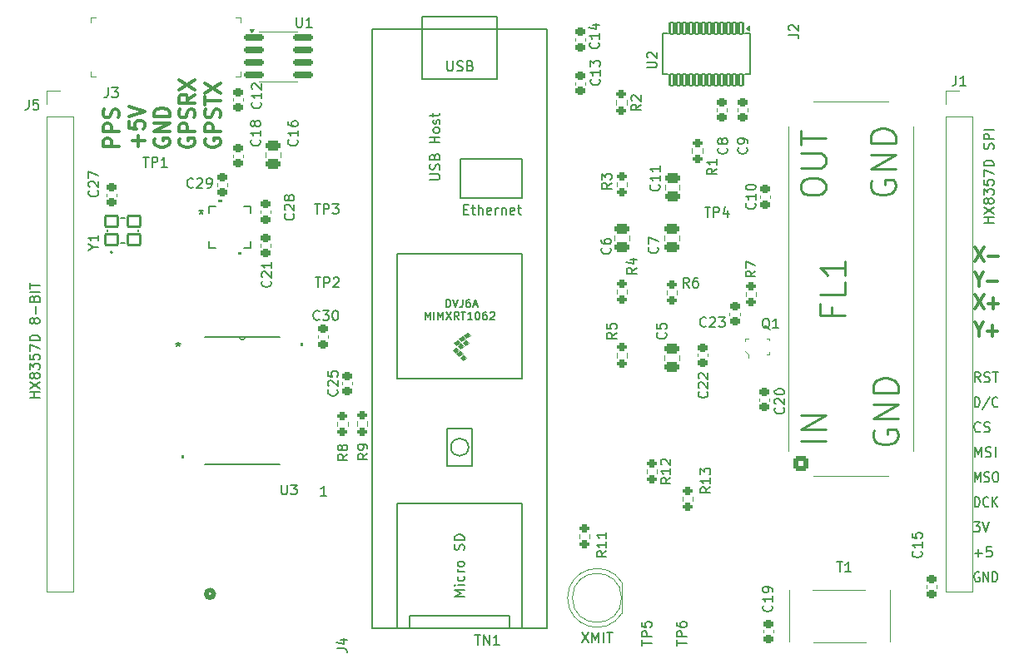
<source format=gto>
G04 #@! TF.GenerationSoftware,KiCad,Pcbnew,9.0.5*
G04 #@! TF.CreationDate,2026-01-31T11:44:17-08:00*
G04 #@! TF.ProjectId,PocketFT8Xcvr,506f636b-6574-4465-9438-586376722e6b,rev?*
G04 #@! TF.SameCoordinates,Original*
G04 #@! TF.FileFunction,Legend,Top*
G04 #@! TF.FilePolarity,Positive*
%FSLAX46Y46*%
G04 Gerber Fmt 4.6, Leading zero omitted, Abs format (unit mm)*
G04 Created by KiCad (PCBNEW 9.0.5) date 2026-01-31 11:44:17*
%MOMM*%
%LPD*%
G01*
G04 APERTURE LIST*
G04 Aperture macros list*
%AMRoundRect*
0 Rectangle with rounded corners*
0 $1 Rounding radius*
0 $2 $3 $4 $5 $6 $7 $8 $9 X,Y pos of 4 corners*
0 Add a 4 corners polygon primitive as box body*
4,1,4,$2,$3,$4,$5,$6,$7,$8,$9,$2,$3,0*
0 Add four circle primitives for the rounded corners*
1,1,$1+$1,$2,$3*
1,1,$1+$1,$4,$5*
1,1,$1+$1,$6,$7*
1,1,$1+$1,$8,$9*
0 Add four rect primitives between the rounded corners*
20,1,$1+$1,$2,$3,$4,$5,0*
20,1,$1+$1,$4,$5,$6,$7,0*
20,1,$1+$1,$6,$7,$8,$9,0*
20,1,$1+$1,$8,$9,$2,$3,0*%
G04 Aperture macros list end*
%ADD10C,0.150000*%
%ADD11C,0.300000*%
%ADD12C,0.254000*%
%ADD13C,0.200000*%
%ADD14C,0.100000*%
%ADD15C,0.120000*%
%ADD16C,0.127000*%
%ADD17C,0.152400*%
%ADD18C,0.000000*%
%ADD19C,0.508000*%
%ADD20C,3.000000*%
%ADD21R,1.600000X1.600000*%
%ADD22C,1.600000*%
%ADD23R,1.300000X1.300000*%
%ADD24C,1.300000*%
%ADD25C,1.803200*%
%ADD26RoundRect,0.200000X-0.275000X0.200000X-0.275000X-0.200000X0.275000X-0.200000X0.275000X0.200000X0*%
%ADD27RoundRect,0.102000X0.650000X-0.550000X0.650000X0.550000X-0.650000X0.550000X-0.650000X-0.550000X0*%
%ADD28RoundRect,0.250000X-0.475000X0.250000X-0.475000X-0.250000X0.475000X-0.250000X0.475000X0.250000X0*%
%ADD29R,2.286000X5.080000*%
%ADD30R,2.413000X5.080000*%
%ADD31RoundRect,0.225000X0.250000X-0.225000X0.250000X0.225000X-0.250000X0.225000X-0.250000X-0.225000X0*%
%ADD32RoundRect,0.200000X0.275000X-0.200000X0.275000X0.200000X-0.275000X0.200000X-0.275000X-0.200000X0*%
%ADD33R,1.700000X1.700000*%
%ADD34O,1.700000X1.700000*%
%ADD35RoundRect,0.225000X-0.250000X0.225000X-0.250000X-0.225000X0.250000X-0.225000X0.250000X0.225000X0*%
%ADD36R,0.420000X0.600000*%
%ADD37RoundRect,0.150000X-0.825000X-0.150000X0.825000X-0.150000X0.825000X0.150000X-0.825000X0.150000X0*%
%ADD38R,1.879600X1.879600*%
%ADD39C,1.879600*%
%ADD40RoundRect,0.250000X0.512000X-0.512000X0.512000X0.512000X-0.512000X0.512000X-0.512000X-0.512000X0*%
%ADD41C,1.524000*%
%ADD42R,1.800000X1.800000*%
%ADD43C,1.800000*%
%ADD44R,0.762000X0.254000*%
%ADD45R,0.254000X0.762000*%
%ADD46R,2.743200X2.743200*%
%ADD47R,2.000000X2.000000*%
%ADD48C,2.000000*%
%ADD49RoundRect,0.100000X-0.200000X0.600000X-0.200000X-0.600000X0.200000X-0.600000X0.200000X0.600000X0*%
%ADD50R,2.100000X2.100000*%
%ADD51C,2.100000*%
%ADD52R,1.981200X0.558800*%
G04 APERTURE END LIST*
D10*
X199672969Y-91799819D02*
X199672969Y-90799819D01*
X199672969Y-90799819D02*
X199887255Y-90799819D01*
X199887255Y-90799819D02*
X200015826Y-90847438D01*
X200015826Y-90847438D02*
X200101541Y-90942676D01*
X200101541Y-90942676D02*
X200144398Y-91037914D01*
X200144398Y-91037914D02*
X200187255Y-91228390D01*
X200187255Y-91228390D02*
X200187255Y-91371247D01*
X200187255Y-91371247D02*
X200144398Y-91561723D01*
X200144398Y-91561723D02*
X200101541Y-91656961D01*
X200101541Y-91656961D02*
X200015826Y-91752200D01*
X200015826Y-91752200D02*
X199887255Y-91799819D01*
X199887255Y-91799819D02*
X199672969Y-91799819D01*
X201215826Y-90752200D02*
X200444398Y-92037914D01*
X202030112Y-91704580D02*
X201987255Y-91752200D01*
X201987255Y-91752200D02*
X201858683Y-91799819D01*
X201858683Y-91799819D02*
X201772969Y-91799819D01*
X201772969Y-91799819D02*
X201644398Y-91752200D01*
X201644398Y-91752200D02*
X201558683Y-91656961D01*
X201558683Y-91656961D02*
X201515826Y-91561723D01*
X201515826Y-91561723D02*
X201472969Y-91371247D01*
X201472969Y-91371247D02*
X201472969Y-91228390D01*
X201472969Y-91228390D02*
X201515826Y-91037914D01*
X201515826Y-91037914D02*
X201558683Y-90942676D01*
X201558683Y-90942676D02*
X201644398Y-90847438D01*
X201644398Y-90847438D02*
X201772969Y-90799819D01*
X201772969Y-90799819D02*
X201858683Y-90799819D01*
X201858683Y-90799819D02*
X201987255Y-90847438D01*
X201987255Y-90847438D02*
X202030112Y-90895057D01*
X199672969Y-99419819D02*
X199672969Y-98419819D01*
X199672969Y-98419819D02*
X199972969Y-99134104D01*
X199972969Y-99134104D02*
X200272969Y-98419819D01*
X200272969Y-98419819D02*
X200272969Y-99419819D01*
X200658683Y-99372200D02*
X200787255Y-99419819D01*
X200787255Y-99419819D02*
X201001540Y-99419819D01*
X201001540Y-99419819D02*
X201087255Y-99372200D01*
X201087255Y-99372200D02*
X201130112Y-99324580D01*
X201130112Y-99324580D02*
X201172969Y-99229342D01*
X201172969Y-99229342D02*
X201172969Y-99134104D01*
X201172969Y-99134104D02*
X201130112Y-99038866D01*
X201130112Y-99038866D02*
X201087255Y-98991247D01*
X201087255Y-98991247D02*
X201001540Y-98943628D01*
X201001540Y-98943628D02*
X200830112Y-98896009D01*
X200830112Y-98896009D02*
X200744397Y-98848390D01*
X200744397Y-98848390D02*
X200701540Y-98800771D01*
X200701540Y-98800771D02*
X200658683Y-98705533D01*
X200658683Y-98705533D02*
X200658683Y-98610295D01*
X200658683Y-98610295D02*
X200701540Y-98515057D01*
X200701540Y-98515057D02*
X200744397Y-98467438D01*
X200744397Y-98467438D02*
X200830112Y-98419819D01*
X200830112Y-98419819D02*
X201044397Y-98419819D01*
X201044397Y-98419819D02*
X201172969Y-98467438D01*
X201730112Y-98419819D02*
X201901540Y-98419819D01*
X201901540Y-98419819D02*
X201987255Y-98467438D01*
X201987255Y-98467438D02*
X202072969Y-98562676D01*
X202072969Y-98562676D02*
X202115826Y-98753152D01*
X202115826Y-98753152D02*
X202115826Y-99086485D01*
X202115826Y-99086485D02*
X202072969Y-99276961D01*
X202072969Y-99276961D02*
X201987255Y-99372200D01*
X201987255Y-99372200D02*
X201901540Y-99419819D01*
X201901540Y-99419819D02*
X201730112Y-99419819D01*
X201730112Y-99419819D02*
X201644398Y-99372200D01*
X201644398Y-99372200D02*
X201558683Y-99276961D01*
X201558683Y-99276961D02*
X201515826Y-99086485D01*
X201515826Y-99086485D02*
X201515826Y-98753152D01*
X201515826Y-98753152D02*
X201558683Y-98562676D01*
X201558683Y-98562676D02*
X201644398Y-98467438D01*
X201644398Y-98467438D02*
X201730112Y-98419819D01*
X200268207Y-94244580D02*
X200220588Y-94292200D01*
X200220588Y-94292200D02*
X200077731Y-94339819D01*
X200077731Y-94339819D02*
X199982493Y-94339819D01*
X199982493Y-94339819D02*
X199839636Y-94292200D01*
X199839636Y-94292200D02*
X199744398Y-94196961D01*
X199744398Y-94196961D02*
X199696779Y-94101723D01*
X199696779Y-94101723D02*
X199649160Y-93911247D01*
X199649160Y-93911247D02*
X199649160Y-93768390D01*
X199649160Y-93768390D02*
X199696779Y-93577914D01*
X199696779Y-93577914D02*
X199744398Y-93482676D01*
X199744398Y-93482676D02*
X199839636Y-93387438D01*
X199839636Y-93387438D02*
X199982493Y-93339819D01*
X199982493Y-93339819D02*
X200077731Y-93339819D01*
X200077731Y-93339819D02*
X200220588Y-93387438D01*
X200220588Y-93387438D02*
X200268207Y-93435057D01*
X200649160Y-94292200D02*
X200792017Y-94339819D01*
X200792017Y-94339819D02*
X201030112Y-94339819D01*
X201030112Y-94339819D02*
X201125350Y-94292200D01*
X201125350Y-94292200D02*
X201172969Y-94244580D01*
X201172969Y-94244580D02*
X201220588Y-94149342D01*
X201220588Y-94149342D02*
X201220588Y-94054104D01*
X201220588Y-94054104D02*
X201172969Y-93958866D01*
X201172969Y-93958866D02*
X201125350Y-93911247D01*
X201125350Y-93911247D02*
X201030112Y-93863628D01*
X201030112Y-93863628D02*
X200839636Y-93816009D01*
X200839636Y-93816009D02*
X200744398Y-93768390D01*
X200744398Y-93768390D02*
X200696779Y-93720771D01*
X200696779Y-93720771D02*
X200649160Y-93625533D01*
X200649160Y-93625533D02*
X200649160Y-93530295D01*
X200649160Y-93530295D02*
X200696779Y-93435057D01*
X200696779Y-93435057D02*
X200744398Y-93387438D01*
X200744398Y-93387438D02*
X200839636Y-93339819D01*
X200839636Y-93339819D02*
X201077731Y-93339819D01*
X201077731Y-93339819D02*
X201220588Y-93387438D01*
D11*
X200114510Y-78824542D02*
X200114510Y-79538828D01*
X199681177Y-78038828D02*
X200114510Y-78824542D01*
X200114510Y-78824542D02*
X200547844Y-78038828D01*
X200981177Y-78967400D02*
X201971654Y-78967400D01*
X112684950Y-65295489D02*
X111084950Y-65295489D01*
X111084950Y-65295489D02*
X111084950Y-64724060D01*
X111084950Y-64724060D02*
X111161140Y-64581203D01*
X111161140Y-64581203D02*
X111237331Y-64509774D01*
X111237331Y-64509774D02*
X111389712Y-64438346D01*
X111389712Y-64438346D02*
X111618283Y-64438346D01*
X111618283Y-64438346D02*
X111770664Y-64509774D01*
X111770664Y-64509774D02*
X111846855Y-64581203D01*
X111846855Y-64581203D02*
X111923045Y-64724060D01*
X111923045Y-64724060D02*
X111923045Y-65295489D01*
X112684950Y-63795489D02*
X111084950Y-63795489D01*
X111084950Y-63795489D02*
X111084950Y-63224060D01*
X111084950Y-63224060D02*
X111161140Y-63081203D01*
X111161140Y-63081203D02*
X111237331Y-63009774D01*
X111237331Y-63009774D02*
X111389712Y-62938346D01*
X111389712Y-62938346D02*
X111618283Y-62938346D01*
X111618283Y-62938346D02*
X111770664Y-63009774D01*
X111770664Y-63009774D02*
X111846855Y-63081203D01*
X111846855Y-63081203D02*
X111923045Y-63224060D01*
X111923045Y-63224060D02*
X111923045Y-63795489D01*
X112608760Y-62366917D02*
X112684950Y-62152632D01*
X112684950Y-62152632D02*
X112684950Y-61795489D01*
X112684950Y-61795489D02*
X112608760Y-61652632D01*
X112608760Y-61652632D02*
X112532569Y-61581203D01*
X112532569Y-61581203D02*
X112380188Y-61509774D01*
X112380188Y-61509774D02*
X112227807Y-61509774D01*
X112227807Y-61509774D02*
X112075426Y-61581203D01*
X112075426Y-61581203D02*
X111999236Y-61652632D01*
X111999236Y-61652632D02*
X111923045Y-61795489D01*
X111923045Y-61795489D02*
X111846855Y-62081203D01*
X111846855Y-62081203D02*
X111770664Y-62224060D01*
X111770664Y-62224060D02*
X111694474Y-62295489D01*
X111694474Y-62295489D02*
X111542093Y-62366917D01*
X111542093Y-62366917D02*
X111389712Y-62366917D01*
X111389712Y-62366917D02*
X111237331Y-62295489D01*
X111237331Y-62295489D02*
X111161140Y-62224060D01*
X111161140Y-62224060D02*
X111084950Y-62081203D01*
X111084950Y-62081203D02*
X111084950Y-61724060D01*
X111084950Y-61724060D02*
X111161140Y-61509774D01*
X114651336Y-65295489D02*
X114651336Y-64152632D01*
X115260860Y-64724060D02*
X114041812Y-64724060D01*
X113660860Y-62724060D02*
X113660860Y-63438346D01*
X113660860Y-63438346D02*
X114422765Y-63509774D01*
X114422765Y-63509774D02*
X114346574Y-63438346D01*
X114346574Y-63438346D02*
X114270384Y-63295489D01*
X114270384Y-63295489D02*
X114270384Y-62938346D01*
X114270384Y-62938346D02*
X114346574Y-62795489D01*
X114346574Y-62795489D02*
X114422765Y-62724060D01*
X114422765Y-62724060D02*
X114575146Y-62652631D01*
X114575146Y-62652631D02*
X114956098Y-62652631D01*
X114956098Y-62652631D02*
X115108479Y-62724060D01*
X115108479Y-62724060D02*
X115184670Y-62795489D01*
X115184670Y-62795489D02*
X115260860Y-62938346D01*
X115260860Y-62938346D02*
X115260860Y-63295489D01*
X115260860Y-63295489D02*
X115184670Y-63438346D01*
X115184670Y-63438346D02*
X115108479Y-63509774D01*
X113660860Y-62224060D02*
X115260860Y-61724060D01*
X115260860Y-61724060D02*
X113660860Y-61224060D01*
X116312960Y-64509774D02*
X116236770Y-64652632D01*
X116236770Y-64652632D02*
X116236770Y-64866917D01*
X116236770Y-64866917D02*
X116312960Y-65081203D01*
X116312960Y-65081203D02*
X116465341Y-65224060D01*
X116465341Y-65224060D02*
X116617722Y-65295489D01*
X116617722Y-65295489D02*
X116922484Y-65366917D01*
X116922484Y-65366917D02*
X117151056Y-65366917D01*
X117151056Y-65366917D02*
X117455818Y-65295489D01*
X117455818Y-65295489D02*
X117608199Y-65224060D01*
X117608199Y-65224060D02*
X117760580Y-65081203D01*
X117760580Y-65081203D02*
X117836770Y-64866917D01*
X117836770Y-64866917D02*
X117836770Y-64724060D01*
X117836770Y-64724060D02*
X117760580Y-64509774D01*
X117760580Y-64509774D02*
X117684389Y-64438346D01*
X117684389Y-64438346D02*
X117151056Y-64438346D01*
X117151056Y-64438346D02*
X117151056Y-64724060D01*
X117836770Y-63795489D02*
X116236770Y-63795489D01*
X116236770Y-63795489D02*
X117836770Y-62938346D01*
X117836770Y-62938346D02*
X116236770Y-62938346D01*
X117836770Y-62224060D02*
X116236770Y-62224060D01*
X116236770Y-62224060D02*
X116236770Y-61866917D01*
X116236770Y-61866917D02*
X116312960Y-61652631D01*
X116312960Y-61652631D02*
X116465341Y-61509774D01*
X116465341Y-61509774D02*
X116617722Y-61438345D01*
X116617722Y-61438345D02*
X116922484Y-61366917D01*
X116922484Y-61366917D02*
X117151056Y-61366917D01*
X117151056Y-61366917D02*
X117455818Y-61438345D01*
X117455818Y-61438345D02*
X117608199Y-61509774D01*
X117608199Y-61509774D02*
X117760580Y-61652631D01*
X117760580Y-61652631D02*
X117836770Y-61866917D01*
X117836770Y-61866917D02*
X117836770Y-62224060D01*
X118888870Y-64509774D02*
X118812680Y-64652632D01*
X118812680Y-64652632D02*
X118812680Y-64866917D01*
X118812680Y-64866917D02*
X118888870Y-65081203D01*
X118888870Y-65081203D02*
X119041251Y-65224060D01*
X119041251Y-65224060D02*
X119193632Y-65295489D01*
X119193632Y-65295489D02*
X119498394Y-65366917D01*
X119498394Y-65366917D02*
X119726966Y-65366917D01*
X119726966Y-65366917D02*
X120031728Y-65295489D01*
X120031728Y-65295489D02*
X120184109Y-65224060D01*
X120184109Y-65224060D02*
X120336490Y-65081203D01*
X120336490Y-65081203D02*
X120412680Y-64866917D01*
X120412680Y-64866917D02*
X120412680Y-64724060D01*
X120412680Y-64724060D02*
X120336490Y-64509774D01*
X120336490Y-64509774D02*
X120260299Y-64438346D01*
X120260299Y-64438346D02*
X119726966Y-64438346D01*
X119726966Y-64438346D02*
X119726966Y-64724060D01*
X120412680Y-63795489D02*
X118812680Y-63795489D01*
X118812680Y-63795489D02*
X118812680Y-63224060D01*
X118812680Y-63224060D02*
X118888870Y-63081203D01*
X118888870Y-63081203D02*
X118965061Y-63009774D01*
X118965061Y-63009774D02*
X119117442Y-62938346D01*
X119117442Y-62938346D02*
X119346013Y-62938346D01*
X119346013Y-62938346D02*
X119498394Y-63009774D01*
X119498394Y-63009774D02*
X119574585Y-63081203D01*
X119574585Y-63081203D02*
X119650775Y-63224060D01*
X119650775Y-63224060D02*
X119650775Y-63795489D01*
X120336490Y-62366917D02*
X120412680Y-62152632D01*
X120412680Y-62152632D02*
X120412680Y-61795489D01*
X120412680Y-61795489D02*
X120336490Y-61652632D01*
X120336490Y-61652632D02*
X120260299Y-61581203D01*
X120260299Y-61581203D02*
X120107918Y-61509774D01*
X120107918Y-61509774D02*
X119955537Y-61509774D01*
X119955537Y-61509774D02*
X119803156Y-61581203D01*
X119803156Y-61581203D02*
X119726966Y-61652632D01*
X119726966Y-61652632D02*
X119650775Y-61795489D01*
X119650775Y-61795489D02*
X119574585Y-62081203D01*
X119574585Y-62081203D02*
X119498394Y-62224060D01*
X119498394Y-62224060D02*
X119422204Y-62295489D01*
X119422204Y-62295489D02*
X119269823Y-62366917D01*
X119269823Y-62366917D02*
X119117442Y-62366917D01*
X119117442Y-62366917D02*
X118965061Y-62295489D01*
X118965061Y-62295489D02*
X118888870Y-62224060D01*
X118888870Y-62224060D02*
X118812680Y-62081203D01*
X118812680Y-62081203D02*
X118812680Y-61724060D01*
X118812680Y-61724060D02*
X118888870Y-61509774D01*
X120412680Y-60009775D02*
X119650775Y-60509775D01*
X120412680Y-60866918D02*
X118812680Y-60866918D01*
X118812680Y-60866918D02*
X118812680Y-60295489D01*
X118812680Y-60295489D02*
X118888870Y-60152632D01*
X118888870Y-60152632D02*
X118965061Y-60081203D01*
X118965061Y-60081203D02*
X119117442Y-60009775D01*
X119117442Y-60009775D02*
X119346013Y-60009775D01*
X119346013Y-60009775D02*
X119498394Y-60081203D01*
X119498394Y-60081203D02*
X119574585Y-60152632D01*
X119574585Y-60152632D02*
X119650775Y-60295489D01*
X119650775Y-60295489D02*
X119650775Y-60866918D01*
X118812680Y-59509775D02*
X120412680Y-58509775D01*
X118812680Y-58509775D02*
X120412680Y-59509775D01*
X121464780Y-64509774D02*
X121388590Y-64652632D01*
X121388590Y-64652632D02*
X121388590Y-64866917D01*
X121388590Y-64866917D02*
X121464780Y-65081203D01*
X121464780Y-65081203D02*
X121617161Y-65224060D01*
X121617161Y-65224060D02*
X121769542Y-65295489D01*
X121769542Y-65295489D02*
X122074304Y-65366917D01*
X122074304Y-65366917D02*
X122302876Y-65366917D01*
X122302876Y-65366917D02*
X122607638Y-65295489D01*
X122607638Y-65295489D02*
X122760019Y-65224060D01*
X122760019Y-65224060D02*
X122912400Y-65081203D01*
X122912400Y-65081203D02*
X122988590Y-64866917D01*
X122988590Y-64866917D02*
X122988590Y-64724060D01*
X122988590Y-64724060D02*
X122912400Y-64509774D01*
X122912400Y-64509774D02*
X122836209Y-64438346D01*
X122836209Y-64438346D02*
X122302876Y-64438346D01*
X122302876Y-64438346D02*
X122302876Y-64724060D01*
X122988590Y-63795489D02*
X121388590Y-63795489D01*
X121388590Y-63795489D02*
X121388590Y-63224060D01*
X121388590Y-63224060D02*
X121464780Y-63081203D01*
X121464780Y-63081203D02*
X121540971Y-63009774D01*
X121540971Y-63009774D02*
X121693352Y-62938346D01*
X121693352Y-62938346D02*
X121921923Y-62938346D01*
X121921923Y-62938346D02*
X122074304Y-63009774D01*
X122074304Y-63009774D02*
X122150495Y-63081203D01*
X122150495Y-63081203D02*
X122226685Y-63224060D01*
X122226685Y-63224060D02*
X122226685Y-63795489D01*
X122912400Y-62366917D02*
X122988590Y-62152632D01*
X122988590Y-62152632D02*
X122988590Y-61795489D01*
X122988590Y-61795489D02*
X122912400Y-61652632D01*
X122912400Y-61652632D02*
X122836209Y-61581203D01*
X122836209Y-61581203D02*
X122683828Y-61509774D01*
X122683828Y-61509774D02*
X122531447Y-61509774D01*
X122531447Y-61509774D02*
X122379066Y-61581203D01*
X122379066Y-61581203D02*
X122302876Y-61652632D01*
X122302876Y-61652632D02*
X122226685Y-61795489D01*
X122226685Y-61795489D02*
X122150495Y-62081203D01*
X122150495Y-62081203D02*
X122074304Y-62224060D01*
X122074304Y-62224060D02*
X121998114Y-62295489D01*
X121998114Y-62295489D02*
X121845733Y-62366917D01*
X121845733Y-62366917D02*
X121693352Y-62366917D01*
X121693352Y-62366917D02*
X121540971Y-62295489D01*
X121540971Y-62295489D02*
X121464780Y-62224060D01*
X121464780Y-62224060D02*
X121388590Y-62081203D01*
X121388590Y-62081203D02*
X121388590Y-61724060D01*
X121388590Y-61724060D02*
X121464780Y-61509774D01*
X121388590Y-61081203D02*
X121388590Y-60224061D01*
X122988590Y-60652632D02*
X121388590Y-60652632D01*
X121388590Y-59866918D02*
X122988590Y-58866918D01*
X121388590Y-58866918D02*
X122988590Y-59866918D01*
D10*
X200268207Y-89259819D02*
X199934874Y-88783628D01*
X199696779Y-89259819D02*
X199696779Y-88259819D01*
X199696779Y-88259819D02*
X200077731Y-88259819D01*
X200077731Y-88259819D02*
X200172969Y-88307438D01*
X200172969Y-88307438D02*
X200220588Y-88355057D01*
X200220588Y-88355057D02*
X200268207Y-88450295D01*
X200268207Y-88450295D02*
X200268207Y-88593152D01*
X200268207Y-88593152D02*
X200220588Y-88688390D01*
X200220588Y-88688390D02*
X200172969Y-88736009D01*
X200172969Y-88736009D02*
X200077731Y-88783628D01*
X200077731Y-88783628D02*
X199696779Y-88783628D01*
X200649160Y-89212200D02*
X200792017Y-89259819D01*
X200792017Y-89259819D02*
X201030112Y-89259819D01*
X201030112Y-89259819D02*
X201125350Y-89212200D01*
X201125350Y-89212200D02*
X201172969Y-89164580D01*
X201172969Y-89164580D02*
X201220588Y-89069342D01*
X201220588Y-89069342D02*
X201220588Y-88974104D01*
X201220588Y-88974104D02*
X201172969Y-88878866D01*
X201172969Y-88878866D02*
X201125350Y-88831247D01*
X201125350Y-88831247D02*
X201030112Y-88783628D01*
X201030112Y-88783628D02*
X200839636Y-88736009D01*
X200839636Y-88736009D02*
X200744398Y-88688390D01*
X200744398Y-88688390D02*
X200696779Y-88640771D01*
X200696779Y-88640771D02*
X200649160Y-88545533D01*
X200649160Y-88545533D02*
X200649160Y-88450295D01*
X200649160Y-88450295D02*
X200696779Y-88355057D01*
X200696779Y-88355057D02*
X200744398Y-88307438D01*
X200744398Y-88307438D02*
X200839636Y-88259819D01*
X200839636Y-88259819D02*
X201077731Y-88259819D01*
X201077731Y-88259819D02*
X201220588Y-88307438D01*
X201506303Y-88259819D02*
X202077731Y-88259819D01*
X201792017Y-89259819D02*
X201792017Y-88259819D01*
D11*
X199743082Y-80324828D02*
X200609748Y-81824828D01*
X200609748Y-80324828D02*
X199743082Y-81824828D01*
X201104986Y-81253400D02*
X202095463Y-81253400D01*
X201600224Y-81824828D02*
X201600224Y-80681971D01*
D10*
X199696779Y-96879819D02*
X199696779Y-95879819D01*
X199696779Y-95879819D02*
X200030112Y-96594104D01*
X200030112Y-96594104D02*
X200363445Y-95879819D01*
X200363445Y-95879819D02*
X200363445Y-96879819D01*
X200792017Y-96832200D02*
X200934874Y-96879819D01*
X200934874Y-96879819D02*
X201172969Y-96879819D01*
X201172969Y-96879819D02*
X201268207Y-96832200D01*
X201268207Y-96832200D02*
X201315826Y-96784580D01*
X201315826Y-96784580D02*
X201363445Y-96689342D01*
X201363445Y-96689342D02*
X201363445Y-96594104D01*
X201363445Y-96594104D02*
X201315826Y-96498866D01*
X201315826Y-96498866D02*
X201268207Y-96451247D01*
X201268207Y-96451247D02*
X201172969Y-96403628D01*
X201172969Y-96403628D02*
X200982493Y-96356009D01*
X200982493Y-96356009D02*
X200887255Y-96308390D01*
X200887255Y-96308390D02*
X200839636Y-96260771D01*
X200839636Y-96260771D02*
X200792017Y-96165533D01*
X200792017Y-96165533D02*
X200792017Y-96070295D01*
X200792017Y-96070295D02*
X200839636Y-95975057D01*
X200839636Y-95975057D02*
X200887255Y-95927438D01*
X200887255Y-95927438D02*
X200982493Y-95879819D01*
X200982493Y-95879819D02*
X201220588Y-95879819D01*
X201220588Y-95879819D02*
X201363445Y-95927438D01*
X201792017Y-96879819D02*
X201792017Y-95879819D01*
X133760588Y-100819819D02*
X133189160Y-100819819D01*
X133474874Y-100819819D02*
X133474874Y-99819819D01*
X133474874Y-99819819D02*
X133379636Y-99962676D01*
X133379636Y-99962676D02*
X133284398Y-100057914D01*
X133284398Y-100057914D02*
X133189160Y-100105533D01*
X199696779Y-106658866D02*
X200458684Y-106658866D01*
X200077731Y-107039819D02*
X200077731Y-106277914D01*
X201411064Y-106039819D02*
X200934874Y-106039819D01*
X200934874Y-106039819D02*
X200887255Y-106516009D01*
X200887255Y-106516009D02*
X200934874Y-106468390D01*
X200934874Y-106468390D02*
X201030112Y-106420771D01*
X201030112Y-106420771D02*
X201268207Y-106420771D01*
X201268207Y-106420771D02*
X201363445Y-106468390D01*
X201363445Y-106468390D02*
X201411064Y-106516009D01*
X201411064Y-106516009D02*
X201458683Y-106611247D01*
X201458683Y-106611247D02*
X201458683Y-106849342D01*
X201458683Y-106849342D02*
X201411064Y-106944580D01*
X201411064Y-106944580D02*
X201363445Y-106992200D01*
X201363445Y-106992200D02*
X201268207Y-107039819D01*
X201268207Y-107039819D02*
X201030112Y-107039819D01*
X201030112Y-107039819D02*
X200934874Y-106992200D01*
X200934874Y-106992200D02*
X200887255Y-106944580D01*
X199672969Y-101959819D02*
X199672969Y-100959819D01*
X199672969Y-100959819D02*
X199887255Y-100959819D01*
X199887255Y-100959819D02*
X200015826Y-101007438D01*
X200015826Y-101007438D02*
X200101541Y-101102676D01*
X200101541Y-101102676D02*
X200144398Y-101197914D01*
X200144398Y-101197914D02*
X200187255Y-101388390D01*
X200187255Y-101388390D02*
X200187255Y-101531247D01*
X200187255Y-101531247D02*
X200144398Y-101721723D01*
X200144398Y-101721723D02*
X200101541Y-101816961D01*
X200101541Y-101816961D02*
X200015826Y-101912200D01*
X200015826Y-101912200D02*
X199887255Y-101959819D01*
X199887255Y-101959819D02*
X199672969Y-101959819D01*
X201087255Y-101864580D02*
X201044398Y-101912200D01*
X201044398Y-101912200D02*
X200915826Y-101959819D01*
X200915826Y-101959819D02*
X200830112Y-101959819D01*
X200830112Y-101959819D02*
X200701541Y-101912200D01*
X200701541Y-101912200D02*
X200615826Y-101816961D01*
X200615826Y-101816961D02*
X200572969Y-101721723D01*
X200572969Y-101721723D02*
X200530112Y-101531247D01*
X200530112Y-101531247D02*
X200530112Y-101388390D01*
X200530112Y-101388390D02*
X200572969Y-101197914D01*
X200572969Y-101197914D02*
X200615826Y-101102676D01*
X200615826Y-101102676D02*
X200701541Y-101007438D01*
X200701541Y-101007438D02*
X200830112Y-100959819D01*
X200830112Y-100959819D02*
X200915826Y-100959819D01*
X200915826Y-100959819D02*
X201044398Y-101007438D01*
X201044398Y-101007438D02*
X201087255Y-101055057D01*
X201472969Y-101959819D02*
X201472969Y-100959819D01*
X201987255Y-101959819D02*
X201601541Y-101388390D01*
X201987255Y-100959819D02*
X201472969Y-101531247D01*
X200144398Y-108627438D02*
X200058684Y-108579819D01*
X200058684Y-108579819D02*
X199930112Y-108579819D01*
X199930112Y-108579819D02*
X199801541Y-108627438D01*
X199801541Y-108627438D02*
X199715826Y-108722676D01*
X199715826Y-108722676D02*
X199672969Y-108817914D01*
X199672969Y-108817914D02*
X199630112Y-109008390D01*
X199630112Y-109008390D02*
X199630112Y-109151247D01*
X199630112Y-109151247D02*
X199672969Y-109341723D01*
X199672969Y-109341723D02*
X199715826Y-109436961D01*
X199715826Y-109436961D02*
X199801541Y-109532200D01*
X199801541Y-109532200D02*
X199930112Y-109579819D01*
X199930112Y-109579819D02*
X200015826Y-109579819D01*
X200015826Y-109579819D02*
X200144398Y-109532200D01*
X200144398Y-109532200D02*
X200187255Y-109484580D01*
X200187255Y-109484580D02*
X200187255Y-109151247D01*
X200187255Y-109151247D02*
X200015826Y-109151247D01*
X200572969Y-109579819D02*
X200572969Y-108579819D01*
X200572969Y-108579819D02*
X201087255Y-109579819D01*
X201087255Y-109579819D02*
X201087255Y-108579819D01*
X201515826Y-109579819D02*
X201515826Y-108579819D01*
X201515826Y-108579819D02*
X201730112Y-108579819D01*
X201730112Y-108579819D02*
X201858683Y-108627438D01*
X201858683Y-108627438D02*
X201944398Y-108722676D01*
X201944398Y-108722676D02*
X201987255Y-108817914D01*
X201987255Y-108817914D02*
X202030112Y-109008390D01*
X202030112Y-109008390D02*
X202030112Y-109151247D01*
X202030112Y-109151247D02*
X201987255Y-109341723D01*
X201987255Y-109341723D02*
X201944398Y-109436961D01*
X201944398Y-109436961D02*
X201858683Y-109532200D01*
X201858683Y-109532200D02*
X201730112Y-109579819D01*
X201730112Y-109579819D02*
X201515826Y-109579819D01*
D11*
X200114510Y-83904542D02*
X200114510Y-84618828D01*
X199681177Y-83118828D02*
X200114510Y-83904542D01*
X200114510Y-83904542D02*
X200547844Y-83118828D01*
X200981177Y-84047400D02*
X201971654Y-84047400D01*
X201476415Y-84618828D02*
X201476415Y-83475971D01*
D10*
X199601541Y-103499819D02*
X200220588Y-103499819D01*
X200220588Y-103499819D02*
X199887255Y-103880771D01*
X199887255Y-103880771D02*
X200030112Y-103880771D01*
X200030112Y-103880771D02*
X200125350Y-103928390D01*
X200125350Y-103928390D02*
X200172969Y-103976009D01*
X200172969Y-103976009D02*
X200220588Y-104071247D01*
X200220588Y-104071247D02*
X200220588Y-104309342D01*
X200220588Y-104309342D02*
X200172969Y-104404580D01*
X200172969Y-104404580D02*
X200125350Y-104452200D01*
X200125350Y-104452200D02*
X200030112Y-104499819D01*
X200030112Y-104499819D02*
X199744398Y-104499819D01*
X199744398Y-104499819D02*
X199649160Y-104452200D01*
X199649160Y-104452200D02*
X199601541Y-104404580D01*
X200506303Y-103499819D02*
X200839636Y-104499819D01*
X200839636Y-104499819D02*
X201172969Y-103499819D01*
D11*
X199743082Y-75498828D02*
X200609748Y-76998828D01*
X200609748Y-75498828D02*
X199743082Y-76998828D01*
X201104986Y-76427400D02*
X202095463Y-76427400D01*
D10*
X148854286Y-114994819D02*
X149425714Y-114994819D01*
X149140000Y-115994819D02*
X149140000Y-114994819D01*
X149759048Y-115994819D02*
X149759048Y-114994819D01*
X149759048Y-114994819D02*
X150330476Y-115994819D01*
X150330476Y-115994819D02*
X150330476Y-114994819D01*
X151330476Y-115994819D02*
X150759048Y-115994819D01*
X151044762Y-115994819D02*
X151044762Y-114994819D01*
X151044762Y-114994819D02*
X150949524Y-115137676D01*
X150949524Y-115137676D02*
X150854286Y-115232914D01*
X150854286Y-115232914D02*
X150759048Y-115280533D01*
X143796190Y-82912295D02*
X143796190Y-82112295D01*
X143796190Y-82112295D02*
X144062856Y-82683723D01*
X144062856Y-82683723D02*
X144329523Y-82112295D01*
X144329523Y-82112295D02*
X144329523Y-82912295D01*
X144710476Y-82912295D02*
X144710476Y-82112295D01*
X145091428Y-82912295D02*
X145091428Y-82112295D01*
X145091428Y-82112295D02*
X145358094Y-82683723D01*
X145358094Y-82683723D02*
X145624761Y-82112295D01*
X145624761Y-82112295D02*
X145624761Y-82912295D01*
X145929523Y-82112295D02*
X146462857Y-82912295D01*
X146462857Y-82112295D02*
X145929523Y-82912295D01*
X147224762Y-82912295D02*
X146958095Y-82531342D01*
X146767619Y-82912295D02*
X146767619Y-82112295D01*
X146767619Y-82112295D02*
X147072381Y-82112295D01*
X147072381Y-82112295D02*
X147148571Y-82150390D01*
X147148571Y-82150390D02*
X147186666Y-82188485D01*
X147186666Y-82188485D02*
X147224762Y-82264676D01*
X147224762Y-82264676D02*
X147224762Y-82378961D01*
X147224762Y-82378961D02*
X147186666Y-82455152D01*
X147186666Y-82455152D02*
X147148571Y-82493247D01*
X147148571Y-82493247D02*
X147072381Y-82531342D01*
X147072381Y-82531342D02*
X146767619Y-82531342D01*
X147453333Y-82112295D02*
X147910476Y-82112295D01*
X147681904Y-82912295D02*
X147681904Y-82112295D01*
X148596190Y-82912295D02*
X148139047Y-82912295D01*
X148367619Y-82912295D02*
X148367619Y-82112295D01*
X148367619Y-82112295D02*
X148291428Y-82226580D01*
X148291428Y-82226580D02*
X148215238Y-82302771D01*
X148215238Y-82302771D02*
X148139047Y-82340866D01*
X149091429Y-82112295D02*
X149167619Y-82112295D01*
X149167619Y-82112295D02*
X149243810Y-82150390D01*
X149243810Y-82150390D02*
X149281905Y-82188485D01*
X149281905Y-82188485D02*
X149320000Y-82264676D01*
X149320000Y-82264676D02*
X149358095Y-82417057D01*
X149358095Y-82417057D02*
X149358095Y-82607533D01*
X149358095Y-82607533D02*
X149320000Y-82759914D01*
X149320000Y-82759914D02*
X149281905Y-82836104D01*
X149281905Y-82836104D02*
X149243810Y-82874200D01*
X149243810Y-82874200D02*
X149167619Y-82912295D01*
X149167619Y-82912295D02*
X149091429Y-82912295D01*
X149091429Y-82912295D02*
X149015238Y-82874200D01*
X149015238Y-82874200D02*
X148977143Y-82836104D01*
X148977143Y-82836104D02*
X148939048Y-82759914D01*
X148939048Y-82759914D02*
X148900952Y-82607533D01*
X148900952Y-82607533D02*
X148900952Y-82417057D01*
X148900952Y-82417057D02*
X148939048Y-82264676D01*
X148939048Y-82264676D02*
X148977143Y-82188485D01*
X148977143Y-82188485D02*
X149015238Y-82150390D01*
X149015238Y-82150390D02*
X149091429Y-82112295D01*
X150043810Y-82112295D02*
X149891429Y-82112295D01*
X149891429Y-82112295D02*
X149815238Y-82150390D01*
X149815238Y-82150390D02*
X149777143Y-82188485D01*
X149777143Y-82188485D02*
X149700953Y-82302771D01*
X149700953Y-82302771D02*
X149662857Y-82455152D01*
X149662857Y-82455152D02*
X149662857Y-82759914D01*
X149662857Y-82759914D02*
X149700953Y-82836104D01*
X149700953Y-82836104D02*
X149739048Y-82874200D01*
X149739048Y-82874200D02*
X149815238Y-82912295D01*
X149815238Y-82912295D02*
X149967619Y-82912295D01*
X149967619Y-82912295D02*
X150043810Y-82874200D01*
X150043810Y-82874200D02*
X150081905Y-82836104D01*
X150081905Y-82836104D02*
X150120000Y-82759914D01*
X150120000Y-82759914D02*
X150120000Y-82569438D01*
X150120000Y-82569438D02*
X150081905Y-82493247D01*
X150081905Y-82493247D02*
X150043810Y-82455152D01*
X150043810Y-82455152D02*
X149967619Y-82417057D01*
X149967619Y-82417057D02*
X149815238Y-82417057D01*
X149815238Y-82417057D02*
X149739048Y-82455152D01*
X149739048Y-82455152D02*
X149700953Y-82493247D01*
X149700953Y-82493247D02*
X149662857Y-82569438D01*
X150424762Y-82188485D02*
X150462858Y-82150390D01*
X150462858Y-82150390D02*
X150539048Y-82112295D01*
X150539048Y-82112295D02*
X150729524Y-82112295D01*
X150729524Y-82112295D02*
X150805715Y-82150390D01*
X150805715Y-82150390D02*
X150843810Y-82188485D01*
X150843810Y-82188485D02*
X150881905Y-82264676D01*
X150881905Y-82264676D02*
X150881905Y-82340866D01*
X150881905Y-82340866D02*
X150843810Y-82455152D01*
X150843810Y-82455152D02*
X150386667Y-82912295D01*
X150386667Y-82912295D02*
X150881905Y-82912295D01*
X146058095Y-56604819D02*
X146058095Y-57414342D01*
X146058095Y-57414342D02*
X146105714Y-57509580D01*
X146105714Y-57509580D02*
X146153333Y-57557200D01*
X146153333Y-57557200D02*
X146248571Y-57604819D01*
X146248571Y-57604819D02*
X146439047Y-57604819D01*
X146439047Y-57604819D02*
X146534285Y-57557200D01*
X146534285Y-57557200D02*
X146581904Y-57509580D01*
X146581904Y-57509580D02*
X146629523Y-57414342D01*
X146629523Y-57414342D02*
X146629523Y-56604819D01*
X147058095Y-57557200D02*
X147200952Y-57604819D01*
X147200952Y-57604819D02*
X147439047Y-57604819D01*
X147439047Y-57604819D02*
X147534285Y-57557200D01*
X147534285Y-57557200D02*
X147581904Y-57509580D01*
X147581904Y-57509580D02*
X147629523Y-57414342D01*
X147629523Y-57414342D02*
X147629523Y-57319104D01*
X147629523Y-57319104D02*
X147581904Y-57223866D01*
X147581904Y-57223866D02*
X147534285Y-57176247D01*
X147534285Y-57176247D02*
X147439047Y-57128628D01*
X147439047Y-57128628D02*
X147248571Y-57081009D01*
X147248571Y-57081009D02*
X147153333Y-57033390D01*
X147153333Y-57033390D02*
X147105714Y-56985771D01*
X147105714Y-56985771D02*
X147058095Y-56890533D01*
X147058095Y-56890533D02*
X147058095Y-56795295D01*
X147058095Y-56795295D02*
X147105714Y-56700057D01*
X147105714Y-56700057D02*
X147153333Y-56652438D01*
X147153333Y-56652438D02*
X147248571Y-56604819D01*
X147248571Y-56604819D02*
X147486666Y-56604819D01*
X147486666Y-56604819D02*
X147629523Y-56652438D01*
X148391428Y-57081009D02*
X148534285Y-57128628D01*
X148534285Y-57128628D02*
X148581904Y-57176247D01*
X148581904Y-57176247D02*
X148629523Y-57271485D01*
X148629523Y-57271485D02*
X148629523Y-57414342D01*
X148629523Y-57414342D02*
X148581904Y-57509580D01*
X148581904Y-57509580D02*
X148534285Y-57557200D01*
X148534285Y-57557200D02*
X148439047Y-57604819D01*
X148439047Y-57604819D02*
X148058095Y-57604819D01*
X148058095Y-57604819D02*
X148058095Y-56604819D01*
X148058095Y-56604819D02*
X148391428Y-56604819D01*
X148391428Y-56604819D02*
X148486666Y-56652438D01*
X148486666Y-56652438D02*
X148534285Y-56700057D01*
X148534285Y-56700057D02*
X148581904Y-56795295D01*
X148581904Y-56795295D02*
X148581904Y-56890533D01*
X148581904Y-56890533D02*
X148534285Y-56985771D01*
X148534285Y-56985771D02*
X148486666Y-57033390D01*
X148486666Y-57033390D02*
X148391428Y-57081009D01*
X148391428Y-57081009D02*
X148058095Y-57081009D01*
X147774819Y-111069047D02*
X146774819Y-111069047D01*
X146774819Y-111069047D02*
X147489104Y-110735714D01*
X147489104Y-110735714D02*
X146774819Y-110402381D01*
X146774819Y-110402381D02*
X147774819Y-110402381D01*
X147774819Y-109926190D02*
X147108152Y-109926190D01*
X146774819Y-109926190D02*
X146822438Y-109973809D01*
X146822438Y-109973809D02*
X146870057Y-109926190D01*
X146870057Y-109926190D02*
X146822438Y-109878571D01*
X146822438Y-109878571D02*
X146774819Y-109926190D01*
X146774819Y-109926190D02*
X146870057Y-109926190D01*
X147727200Y-109021429D02*
X147774819Y-109116667D01*
X147774819Y-109116667D02*
X147774819Y-109307143D01*
X147774819Y-109307143D02*
X147727200Y-109402381D01*
X147727200Y-109402381D02*
X147679580Y-109450000D01*
X147679580Y-109450000D02*
X147584342Y-109497619D01*
X147584342Y-109497619D02*
X147298628Y-109497619D01*
X147298628Y-109497619D02*
X147203390Y-109450000D01*
X147203390Y-109450000D02*
X147155771Y-109402381D01*
X147155771Y-109402381D02*
X147108152Y-109307143D01*
X147108152Y-109307143D02*
X147108152Y-109116667D01*
X147108152Y-109116667D02*
X147155771Y-109021429D01*
X147774819Y-108592857D02*
X147108152Y-108592857D01*
X147298628Y-108592857D02*
X147203390Y-108545238D01*
X147203390Y-108545238D02*
X147155771Y-108497619D01*
X147155771Y-108497619D02*
X147108152Y-108402381D01*
X147108152Y-108402381D02*
X147108152Y-108307143D01*
X147774819Y-107830952D02*
X147727200Y-107926190D01*
X147727200Y-107926190D02*
X147679580Y-107973809D01*
X147679580Y-107973809D02*
X147584342Y-108021428D01*
X147584342Y-108021428D02*
X147298628Y-108021428D01*
X147298628Y-108021428D02*
X147203390Y-107973809D01*
X147203390Y-107973809D02*
X147155771Y-107926190D01*
X147155771Y-107926190D02*
X147108152Y-107830952D01*
X147108152Y-107830952D02*
X147108152Y-107688095D01*
X147108152Y-107688095D02*
X147155771Y-107592857D01*
X147155771Y-107592857D02*
X147203390Y-107545238D01*
X147203390Y-107545238D02*
X147298628Y-107497619D01*
X147298628Y-107497619D02*
X147584342Y-107497619D01*
X147584342Y-107497619D02*
X147679580Y-107545238D01*
X147679580Y-107545238D02*
X147727200Y-107592857D01*
X147727200Y-107592857D02*
X147774819Y-107688095D01*
X147774819Y-107688095D02*
X147774819Y-107830952D01*
X147727200Y-106354761D02*
X147774819Y-106211904D01*
X147774819Y-106211904D02*
X147774819Y-105973809D01*
X147774819Y-105973809D02*
X147727200Y-105878571D01*
X147727200Y-105878571D02*
X147679580Y-105830952D01*
X147679580Y-105830952D02*
X147584342Y-105783333D01*
X147584342Y-105783333D02*
X147489104Y-105783333D01*
X147489104Y-105783333D02*
X147393866Y-105830952D01*
X147393866Y-105830952D02*
X147346247Y-105878571D01*
X147346247Y-105878571D02*
X147298628Y-105973809D01*
X147298628Y-105973809D02*
X147251009Y-106164285D01*
X147251009Y-106164285D02*
X147203390Y-106259523D01*
X147203390Y-106259523D02*
X147155771Y-106307142D01*
X147155771Y-106307142D02*
X147060533Y-106354761D01*
X147060533Y-106354761D02*
X146965295Y-106354761D01*
X146965295Y-106354761D02*
X146870057Y-106307142D01*
X146870057Y-106307142D02*
X146822438Y-106259523D01*
X146822438Y-106259523D02*
X146774819Y-106164285D01*
X146774819Y-106164285D02*
X146774819Y-105926190D01*
X146774819Y-105926190D02*
X146822438Y-105783333D01*
X147774819Y-105354761D02*
X146774819Y-105354761D01*
X146774819Y-105354761D02*
X146774819Y-105116666D01*
X146774819Y-105116666D02*
X146822438Y-104973809D01*
X146822438Y-104973809D02*
X146917676Y-104878571D01*
X146917676Y-104878571D02*
X147012914Y-104830952D01*
X147012914Y-104830952D02*
X147203390Y-104783333D01*
X147203390Y-104783333D02*
X147346247Y-104783333D01*
X147346247Y-104783333D02*
X147536723Y-104830952D01*
X147536723Y-104830952D02*
X147631961Y-104878571D01*
X147631961Y-104878571D02*
X147727200Y-104973809D01*
X147727200Y-104973809D02*
X147774819Y-105116666D01*
X147774819Y-105116666D02*
X147774819Y-105354761D01*
X145919048Y-81642295D02*
X145919048Y-80842295D01*
X145919048Y-80842295D02*
X146109524Y-80842295D01*
X146109524Y-80842295D02*
X146223810Y-80880390D01*
X146223810Y-80880390D02*
X146300000Y-80956580D01*
X146300000Y-80956580D02*
X146338095Y-81032771D01*
X146338095Y-81032771D02*
X146376191Y-81185152D01*
X146376191Y-81185152D02*
X146376191Y-81299438D01*
X146376191Y-81299438D02*
X146338095Y-81451819D01*
X146338095Y-81451819D02*
X146300000Y-81528009D01*
X146300000Y-81528009D02*
X146223810Y-81604200D01*
X146223810Y-81604200D02*
X146109524Y-81642295D01*
X146109524Y-81642295D02*
X145919048Y-81642295D01*
X146604762Y-80842295D02*
X146871429Y-81642295D01*
X146871429Y-81642295D02*
X147138095Y-80842295D01*
X147633333Y-80842295D02*
X147633333Y-81413723D01*
X147633333Y-81413723D02*
X147595238Y-81528009D01*
X147595238Y-81528009D02*
X147519047Y-81604200D01*
X147519047Y-81604200D02*
X147404762Y-81642295D01*
X147404762Y-81642295D02*
X147328571Y-81642295D01*
X148357143Y-80842295D02*
X148204762Y-80842295D01*
X148204762Y-80842295D02*
X148128571Y-80880390D01*
X148128571Y-80880390D02*
X148090476Y-80918485D01*
X148090476Y-80918485D02*
X148014286Y-81032771D01*
X148014286Y-81032771D02*
X147976190Y-81185152D01*
X147976190Y-81185152D02*
X147976190Y-81489914D01*
X147976190Y-81489914D02*
X148014286Y-81566104D01*
X148014286Y-81566104D02*
X148052381Y-81604200D01*
X148052381Y-81604200D02*
X148128571Y-81642295D01*
X148128571Y-81642295D02*
X148280952Y-81642295D01*
X148280952Y-81642295D02*
X148357143Y-81604200D01*
X148357143Y-81604200D02*
X148395238Y-81566104D01*
X148395238Y-81566104D02*
X148433333Y-81489914D01*
X148433333Y-81489914D02*
X148433333Y-81299438D01*
X148433333Y-81299438D02*
X148395238Y-81223247D01*
X148395238Y-81223247D02*
X148357143Y-81185152D01*
X148357143Y-81185152D02*
X148280952Y-81147057D01*
X148280952Y-81147057D02*
X148128571Y-81147057D01*
X148128571Y-81147057D02*
X148052381Y-81185152D01*
X148052381Y-81185152D02*
X148014286Y-81223247D01*
X148014286Y-81223247D02*
X147976190Y-81299438D01*
X148738095Y-81413723D02*
X149119048Y-81413723D01*
X148661905Y-81642295D02*
X148928572Y-80842295D01*
X148928572Y-80842295D02*
X149195238Y-81642295D01*
X147739456Y-71686009D02*
X148072789Y-71686009D01*
X148215646Y-72209819D02*
X147739456Y-72209819D01*
X147739456Y-72209819D02*
X147739456Y-71209819D01*
X147739456Y-71209819D02*
X148215646Y-71209819D01*
X148501361Y-71543152D02*
X148882313Y-71543152D01*
X148644218Y-71209819D02*
X148644218Y-72066961D01*
X148644218Y-72066961D02*
X148691837Y-72162200D01*
X148691837Y-72162200D02*
X148787075Y-72209819D01*
X148787075Y-72209819D02*
X148882313Y-72209819D01*
X149215647Y-72209819D02*
X149215647Y-71209819D01*
X149644218Y-72209819D02*
X149644218Y-71686009D01*
X149644218Y-71686009D02*
X149596599Y-71590771D01*
X149596599Y-71590771D02*
X149501361Y-71543152D01*
X149501361Y-71543152D02*
X149358504Y-71543152D01*
X149358504Y-71543152D02*
X149263266Y-71590771D01*
X149263266Y-71590771D02*
X149215647Y-71638390D01*
X150501361Y-72162200D02*
X150406123Y-72209819D01*
X150406123Y-72209819D02*
X150215647Y-72209819D01*
X150215647Y-72209819D02*
X150120409Y-72162200D01*
X150120409Y-72162200D02*
X150072790Y-72066961D01*
X150072790Y-72066961D02*
X150072790Y-71686009D01*
X150072790Y-71686009D02*
X150120409Y-71590771D01*
X150120409Y-71590771D02*
X150215647Y-71543152D01*
X150215647Y-71543152D02*
X150406123Y-71543152D01*
X150406123Y-71543152D02*
X150501361Y-71590771D01*
X150501361Y-71590771D02*
X150548980Y-71686009D01*
X150548980Y-71686009D02*
X150548980Y-71781247D01*
X150548980Y-71781247D02*
X150072790Y-71876485D01*
X150977552Y-72209819D02*
X150977552Y-71543152D01*
X150977552Y-71733628D02*
X151025171Y-71638390D01*
X151025171Y-71638390D02*
X151072790Y-71590771D01*
X151072790Y-71590771D02*
X151168028Y-71543152D01*
X151168028Y-71543152D02*
X151263266Y-71543152D01*
X151596600Y-71543152D02*
X151596600Y-72209819D01*
X151596600Y-71638390D02*
X151644219Y-71590771D01*
X151644219Y-71590771D02*
X151739457Y-71543152D01*
X151739457Y-71543152D02*
X151882314Y-71543152D01*
X151882314Y-71543152D02*
X151977552Y-71590771D01*
X151977552Y-71590771D02*
X152025171Y-71686009D01*
X152025171Y-71686009D02*
X152025171Y-72209819D01*
X152882314Y-72162200D02*
X152787076Y-72209819D01*
X152787076Y-72209819D02*
X152596600Y-72209819D01*
X152596600Y-72209819D02*
X152501362Y-72162200D01*
X152501362Y-72162200D02*
X152453743Y-72066961D01*
X152453743Y-72066961D02*
X152453743Y-71686009D01*
X152453743Y-71686009D02*
X152501362Y-71590771D01*
X152501362Y-71590771D02*
X152596600Y-71543152D01*
X152596600Y-71543152D02*
X152787076Y-71543152D01*
X152787076Y-71543152D02*
X152882314Y-71590771D01*
X152882314Y-71590771D02*
X152929933Y-71686009D01*
X152929933Y-71686009D02*
X152929933Y-71781247D01*
X152929933Y-71781247D02*
X152453743Y-71876485D01*
X153215648Y-71543152D02*
X153596600Y-71543152D01*
X153358505Y-71209819D02*
X153358505Y-72066961D01*
X153358505Y-72066961D02*
X153406124Y-72162200D01*
X153406124Y-72162200D02*
X153501362Y-72209819D01*
X153501362Y-72209819D02*
X153596600Y-72209819D01*
X144285619Y-68663723D02*
X145095142Y-68663723D01*
X145095142Y-68663723D02*
X145190380Y-68616104D01*
X145190380Y-68616104D02*
X145238000Y-68568485D01*
X145238000Y-68568485D02*
X145285619Y-68473247D01*
X145285619Y-68473247D02*
X145285619Y-68282771D01*
X145285619Y-68282771D02*
X145238000Y-68187533D01*
X145238000Y-68187533D02*
X145190380Y-68139914D01*
X145190380Y-68139914D02*
X145095142Y-68092295D01*
X145095142Y-68092295D02*
X144285619Y-68092295D01*
X145238000Y-67663723D02*
X145285619Y-67520866D01*
X145285619Y-67520866D02*
X145285619Y-67282771D01*
X145285619Y-67282771D02*
X145238000Y-67187533D01*
X145238000Y-67187533D02*
X145190380Y-67139914D01*
X145190380Y-67139914D02*
X145095142Y-67092295D01*
X145095142Y-67092295D02*
X144999904Y-67092295D01*
X144999904Y-67092295D02*
X144904666Y-67139914D01*
X144904666Y-67139914D02*
X144857047Y-67187533D01*
X144857047Y-67187533D02*
X144809428Y-67282771D01*
X144809428Y-67282771D02*
X144761809Y-67473247D01*
X144761809Y-67473247D02*
X144714190Y-67568485D01*
X144714190Y-67568485D02*
X144666571Y-67616104D01*
X144666571Y-67616104D02*
X144571333Y-67663723D01*
X144571333Y-67663723D02*
X144476095Y-67663723D01*
X144476095Y-67663723D02*
X144380857Y-67616104D01*
X144380857Y-67616104D02*
X144333238Y-67568485D01*
X144333238Y-67568485D02*
X144285619Y-67473247D01*
X144285619Y-67473247D02*
X144285619Y-67235152D01*
X144285619Y-67235152D02*
X144333238Y-67092295D01*
X144761809Y-66330390D02*
X144809428Y-66187533D01*
X144809428Y-66187533D02*
X144857047Y-66139914D01*
X144857047Y-66139914D02*
X144952285Y-66092295D01*
X144952285Y-66092295D02*
X145095142Y-66092295D01*
X145095142Y-66092295D02*
X145190380Y-66139914D01*
X145190380Y-66139914D02*
X145238000Y-66187533D01*
X145238000Y-66187533D02*
X145285619Y-66282771D01*
X145285619Y-66282771D02*
X145285619Y-66663723D01*
X145285619Y-66663723D02*
X144285619Y-66663723D01*
X144285619Y-66663723D02*
X144285619Y-66330390D01*
X144285619Y-66330390D02*
X144333238Y-66235152D01*
X144333238Y-66235152D02*
X144380857Y-66187533D01*
X144380857Y-66187533D02*
X144476095Y-66139914D01*
X144476095Y-66139914D02*
X144571333Y-66139914D01*
X144571333Y-66139914D02*
X144666571Y-66187533D01*
X144666571Y-66187533D02*
X144714190Y-66235152D01*
X144714190Y-66235152D02*
X144761809Y-66330390D01*
X144761809Y-66330390D02*
X144761809Y-66663723D01*
X145285619Y-64901818D02*
X144285619Y-64901818D01*
X144761809Y-64901818D02*
X144761809Y-64330390D01*
X145285619Y-64330390D02*
X144285619Y-64330390D01*
X145285619Y-63711342D02*
X145238000Y-63806580D01*
X145238000Y-63806580D02*
X145190380Y-63854199D01*
X145190380Y-63854199D02*
X145095142Y-63901818D01*
X145095142Y-63901818D02*
X144809428Y-63901818D01*
X144809428Y-63901818D02*
X144714190Y-63854199D01*
X144714190Y-63854199D02*
X144666571Y-63806580D01*
X144666571Y-63806580D02*
X144618952Y-63711342D01*
X144618952Y-63711342D02*
X144618952Y-63568485D01*
X144618952Y-63568485D02*
X144666571Y-63473247D01*
X144666571Y-63473247D02*
X144714190Y-63425628D01*
X144714190Y-63425628D02*
X144809428Y-63378009D01*
X144809428Y-63378009D02*
X145095142Y-63378009D01*
X145095142Y-63378009D02*
X145190380Y-63425628D01*
X145190380Y-63425628D02*
X145238000Y-63473247D01*
X145238000Y-63473247D02*
X145285619Y-63568485D01*
X145285619Y-63568485D02*
X145285619Y-63711342D01*
X145238000Y-62997056D02*
X145285619Y-62901818D01*
X145285619Y-62901818D02*
X145285619Y-62711342D01*
X145285619Y-62711342D02*
X145238000Y-62616104D01*
X145238000Y-62616104D02*
X145142761Y-62568485D01*
X145142761Y-62568485D02*
X145095142Y-62568485D01*
X145095142Y-62568485D02*
X144999904Y-62616104D01*
X144999904Y-62616104D02*
X144952285Y-62711342D01*
X144952285Y-62711342D02*
X144952285Y-62854199D01*
X144952285Y-62854199D02*
X144904666Y-62949437D01*
X144904666Y-62949437D02*
X144809428Y-62997056D01*
X144809428Y-62997056D02*
X144761809Y-62997056D01*
X144761809Y-62997056D02*
X144666571Y-62949437D01*
X144666571Y-62949437D02*
X144618952Y-62854199D01*
X144618952Y-62854199D02*
X144618952Y-62711342D01*
X144618952Y-62711342D02*
X144666571Y-62616104D01*
X144618952Y-62282770D02*
X144618952Y-61901818D01*
X144285619Y-62139913D02*
X145142761Y-62139913D01*
X145142761Y-62139913D02*
X145238000Y-62092294D01*
X145238000Y-62092294D02*
X145285619Y-61997056D01*
X145285619Y-61997056D02*
X145285619Y-61901818D01*
X115118095Y-66374819D02*
X115689523Y-66374819D01*
X115403809Y-67374819D02*
X115403809Y-66374819D01*
X116022857Y-67374819D02*
X116022857Y-66374819D01*
X116022857Y-66374819D02*
X116403809Y-66374819D01*
X116403809Y-66374819D02*
X116499047Y-66422438D01*
X116499047Y-66422438D02*
X116546666Y-66470057D01*
X116546666Y-66470057D02*
X116594285Y-66565295D01*
X116594285Y-66565295D02*
X116594285Y-66708152D01*
X116594285Y-66708152D02*
X116546666Y-66803390D01*
X116546666Y-66803390D02*
X116499047Y-66851009D01*
X116499047Y-66851009D02*
X116403809Y-66898628D01*
X116403809Y-66898628D02*
X116022857Y-66898628D01*
X117546666Y-67374819D02*
X116975238Y-67374819D01*
X117260952Y-67374819D02*
X117260952Y-66374819D01*
X117260952Y-66374819D02*
X117165714Y-66517676D01*
X117165714Y-66517676D02*
X117070476Y-66612914D01*
X117070476Y-66612914D02*
X116975238Y-66660533D01*
X173474819Y-67546666D02*
X172998628Y-67879999D01*
X173474819Y-68118094D02*
X172474819Y-68118094D01*
X172474819Y-68118094D02*
X172474819Y-67737142D01*
X172474819Y-67737142D02*
X172522438Y-67641904D01*
X172522438Y-67641904D02*
X172570057Y-67594285D01*
X172570057Y-67594285D02*
X172665295Y-67546666D01*
X172665295Y-67546666D02*
X172808152Y-67546666D01*
X172808152Y-67546666D02*
X172903390Y-67594285D01*
X172903390Y-67594285D02*
X172951009Y-67641904D01*
X172951009Y-67641904D02*
X172998628Y-67737142D01*
X172998628Y-67737142D02*
X172998628Y-68118094D01*
X173474819Y-66594285D02*
X173474819Y-67165713D01*
X173474819Y-66879999D02*
X172474819Y-66879999D01*
X172474819Y-66879999D02*
X172617676Y-66975237D01*
X172617676Y-66975237D02*
X172712914Y-67070475D01*
X172712914Y-67070475D02*
X172760533Y-67165713D01*
X110078628Y-75506190D02*
X110554819Y-75506190D01*
X109554819Y-75839523D02*
X110078628Y-75506190D01*
X110078628Y-75506190D02*
X109554819Y-75172857D01*
X110554819Y-74315714D02*
X110554819Y-74887142D01*
X110554819Y-74601428D02*
X109554819Y-74601428D01*
X109554819Y-74601428D02*
X109697676Y-74696666D01*
X109697676Y-74696666D02*
X109792914Y-74791904D01*
X109792914Y-74791904D02*
X109840533Y-74887142D01*
X167419580Y-75536666D02*
X167467200Y-75584285D01*
X167467200Y-75584285D02*
X167514819Y-75727142D01*
X167514819Y-75727142D02*
X167514819Y-75822380D01*
X167514819Y-75822380D02*
X167467200Y-75965237D01*
X167467200Y-75965237D02*
X167371961Y-76060475D01*
X167371961Y-76060475D02*
X167276723Y-76108094D01*
X167276723Y-76108094D02*
X167086247Y-76155713D01*
X167086247Y-76155713D02*
X166943390Y-76155713D01*
X166943390Y-76155713D02*
X166752914Y-76108094D01*
X166752914Y-76108094D02*
X166657676Y-76060475D01*
X166657676Y-76060475D02*
X166562438Y-75965237D01*
X166562438Y-75965237D02*
X166514819Y-75822380D01*
X166514819Y-75822380D02*
X166514819Y-75727142D01*
X166514819Y-75727142D02*
X166562438Y-75584285D01*
X166562438Y-75584285D02*
X166610057Y-75536666D01*
X166514819Y-75203332D02*
X166514819Y-74536666D01*
X166514819Y-74536666D02*
X167514819Y-74965237D01*
X180783319Y-53903333D02*
X181497604Y-53903333D01*
X181497604Y-53903333D02*
X181640461Y-53950952D01*
X181640461Y-53950952D02*
X181735700Y-54046190D01*
X181735700Y-54046190D02*
X181783319Y-54189047D01*
X181783319Y-54189047D02*
X181783319Y-54284285D01*
X180878557Y-53474761D02*
X180830938Y-53427142D01*
X180830938Y-53427142D02*
X180783319Y-53331904D01*
X180783319Y-53331904D02*
X180783319Y-53093809D01*
X180783319Y-53093809D02*
X180830938Y-52998571D01*
X180830938Y-52998571D02*
X180878557Y-52950952D01*
X180878557Y-52950952D02*
X180973795Y-52903333D01*
X180973795Y-52903333D02*
X181069033Y-52903333D01*
X181069033Y-52903333D02*
X181211890Y-52950952D01*
X181211890Y-52950952D02*
X181783319Y-53522380D01*
X181783319Y-53522380D02*
X181783319Y-52903333D01*
X168762819Y-99003857D02*
X168286628Y-99337190D01*
X168762819Y-99575285D02*
X167762819Y-99575285D01*
X167762819Y-99575285D02*
X167762819Y-99194333D01*
X167762819Y-99194333D02*
X167810438Y-99099095D01*
X167810438Y-99099095D02*
X167858057Y-99051476D01*
X167858057Y-99051476D02*
X167953295Y-99003857D01*
X167953295Y-99003857D02*
X168096152Y-99003857D01*
X168096152Y-99003857D02*
X168191390Y-99051476D01*
X168191390Y-99051476D02*
X168239009Y-99099095D01*
X168239009Y-99099095D02*
X168286628Y-99194333D01*
X168286628Y-99194333D02*
X168286628Y-99575285D01*
X168762819Y-98051476D02*
X168762819Y-98622904D01*
X168762819Y-98337190D02*
X167762819Y-98337190D01*
X167762819Y-98337190D02*
X167905676Y-98432428D01*
X167905676Y-98432428D02*
X168000914Y-98527666D01*
X168000914Y-98527666D02*
X168048533Y-98622904D01*
X167858057Y-97670523D02*
X167810438Y-97622904D01*
X167810438Y-97622904D02*
X167762819Y-97527666D01*
X167762819Y-97527666D02*
X167762819Y-97289571D01*
X167762819Y-97289571D02*
X167810438Y-97194333D01*
X167810438Y-97194333D02*
X167858057Y-97146714D01*
X167858057Y-97146714D02*
X167953295Y-97099095D01*
X167953295Y-97099095D02*
X168048533Y-97099095D01*
X168048533Y-97099095D02*
X168191390Y-97146714D01*
X168191390Y-97146714D02*
X168762819Y-97718142D01*
X168762819Y-97718142D02*
X168762819Y-97099095D01*
X168253580Y-84240666D02*
X168301200Y-84288285D01*
X168301200Y-84288285D02*
X168348819Y-84431142D01*
X168348819Y-84431142D02*
X168348819Y-84526380D01*
X168348819Y-84526380D02*
X168301200Y-84669237D01*
X168301200Y-84669237D02*
X168205961Y-84764475D01*
X168205961Y-84764475D02*
X168110723Y-84812094D01*
X168110723Y-84812094D02*
X167920247Y-84859713D01*
X167920247Y-84859713D02*
X167777390Y-84859713D01*
X167777390Y-84859713D02*
X167586914Y-84812094D01*
X167586914Y-84812094D02*
X167491676Y-84764475D01*
X167491676Y-84764475D02*
X167396438Y-84669237D01*
X167396438Y-84669237D02*
X167348819Y-84526380D01*
X167348819Y-84526380D02*
X167348819Y-84431142D01*
X167348819Y-84431142D02*
X167396438Y-84288285D01*
X167396438Y-84288285D02*
X167444057Y-84240666D01*
X167348819Y-83335904D02*
X167348819Y-83812094D01*
X167348819Y-83812094D02*
X167825009Y-83859713D01*
X167825009Y-83859713D02*
X167777390Y-83812094D01*
X167777390Y-83812094D02*
X167729771Y-83716856D01*
X167729771Y-83716856D02*
X167729771Y-83478761D01*
X167729771Y-83478761D02*
X167777390Y-83383523D01*
X167777390Y-83383523D02*
X167825009Y-83335904D01*
X167825009Y-83335904D02*
X167920247Y-83288285D01*
X167920247Y-83288285D02*
X168158342Y-83288285D01*
X168158342Y-83288285D02*
X168253580Y-83335904D01*
X168253580Y-83335904D02*
X168301200Y-83383523D01*
X168301200Y-83383523D02*
X168348819Y-83478761D01*
X168348819Y-83478761D02*
X168348819Y-83716856D01*
X168348819Y-83716856D02*
X168301200Y-83812094D01*
X168301200Y-83812094D02*
X168253580Y-83859713D01*
X174469580Y-65436666D02*
X174517200Y-65484285D01*
X174517200Y-65484285D02*
X174564819Y-65627142D01*
X174564819Y-65627142D02*
X174564819Y-65722380D01*
X174564819Y-65722380D02*
X174517200Y-65865237D01*
X174517200Y-65865237D02*
X174421961Y-65960475D01*
X174421961Y-65960475D02*
X174326723Y-66008094D01*
X174326723Y-66008094D02*
X174136247Y-66055713D01*
X174136247Y-66055713D02*
X173993390Y-66055713D01*
X173993390Y-66055713D02*
X173802914Y-66008094D01*
X173802914Y-66008094D02*
X173707676Y-65960475D01*
X173707676Y-65960475D02*
X173612438Y-65865237D01*
X173612438Y-65865237D02*
X173564819Y-65722380D01*
X173564819Y-65722380D02*
X173564819Y-65627142D01*
X173564819Y-65627142D02*
X173612438Y-65484285D01*
X173612438Y-65484285D02*
X173660057Y-65436666D01*
X173993390Y-64865237D02*
X173945771Y-64960475D01*
X173945771Y-64960475D02*
X173898152Y-65008094D01*
X173898152Y-65008094D02*
X173802914Y-65055713D01*
X173802914Y-65055713D02*
X173755295Y-65055713D01*
X173755295Y-65055713D02*
X173660057Y-65008094D01*
X173660057Y-65008094D02*
X173612438Y-64960475D01*
X173612438Y-64960475D02*
X173564819Y-64865237D01*
X173564819Y-64865237D02*
X173564819Y-64674761D01*
X173564819Y-64674761D02*
X173612438Y-64579523D01*
X173612438Y-64579523D02*
X173660057Y-64531904D01*
X173660057Y-64531904D02*
X173755295Y-64484285D01*
X173755295Y-64484285D02*
X173802914Y-64484285D01*
X173802914Y-64484285D02*
X173898152Y-64531904D01*
X173898152Y-64531904D02*
X173945771Y-64579523D01*
X173945771Y-64579523D02*
X173993390Y-64674761D01*
X173993390Y-64674761D02*
X173993390Y-64865237D01*
X173993390Y-64865237D02*
X174041009Y-64960475D01*
X174041009Y-64960475D02*
X174088628Y-65008094D01*
X174088628Y-65008094D02*
X174183866Y-65055713D01*
X174183866Y-65055713D02*
X174374342Y-65055713D01*
X174374342Y-65055713D02*
X174469580Y-65008094D01*
X174469580Y-65008094D02*
X174517200Y-64960475D01*
X174517200Y-64960475D02*
X174564819Y-64865237D01*
X174564819Y-64865237D02*
X174564819Y-64674761D01*
X174564819Y-64674761D02*
X174517200Y-64579523D01*
X174517200Y-64579523D02*
X174469580Y-64531904D01*
X174469580Y-64531904D02*
X174374342Y-64484285D01*
X174374342Y-64484285D02*
X174183866Y-64484285D01*
X174183866Y-64484285D02*
X174088628Y-64531904D01*
X174088628Y-64531904D02*
X174041009Y-64579523D01*
X174041009Y-64579523D02*
X173993390Y-64674761D01*
X137934819Y-96536666D02*
X137458628Y-96869999D01*
X137934819Y-97108094D02*
X136934819Y-97108094D01*
X136934819Y-97108094D02*
X136934819Y-96727142D01*
X136934819Y-96727142D02*
X136982438Y-96631904D01*
X136982438Y-96631904D02*
X137030057Y-96584285D01*
X137030057Y-96584285D02*
X137125295Y-96536666D01*
X137125295Y-96536666D02*
X137268152Y-96536666D01*
X137268152Y-96536666D02*
X137363390Y-96584285D01*
X137363390Y-96584285D02*
X137411009Y-96631904D01*
X137411009Y-96631904D02*
X137458628Y-96727142D01*
X137458628Y-96727142D02*
X137458628Y-97108094D01*
X137934819Y-96060475D02*
X137934819Y-95869999D01*
X137934819Y-95869999D02*
X137887200Y-95774761D01*
X137887200Y-95774761D02*
X137839580Y-95727142D01*
X137839580Y-95727142D02*
X137696723Y-95631904D01*
X137696723Y-95631904D02*
X137506247Y-95584285D01*
X137506247Y-95584285D02*
X137125295Y-95584285D01*
X137125295Y-95584285D02*
X137030057Y-95631904D01*
X137030057Y-95631904D02*
X136982438Y-95679523D01*
X136982438Y-95679523D02*
X136934819Y-95774761D01*
X136934819Y-95774761D02*
X136934819Y-95965237D01*
X136934819Y-95965237D02*
X136982438Y-96060475D01*
X136982438Y-96060475D02*
X137030057Y-96108094D01*
X137030057Y-96108094D02*
X137125295Y-96155713D01*
X137125295Y-96155713D02*
X137363390Y-96155713D01*
X137363390Y-96155713D02*
X137458628Y-96108094D01*
X137458628Y-96108094D02*
X137506247Y-96060475D01*
X137506247Y-96060475D02*
X137553866Y-95965237D01*
X137553866Y-95965237D02*
X137553866Y-95774761D01*
X137553866Y-95774761D02*
X137506247Y-95679523D01*
X137506247Y-95679523D02*
X137458628Y-95631904D01*
X137458628Y-95631904D02*
X137363390Y-95584285D01*
X162599580Y-75604666D02*
X162647200Y-75652285D01*
X162647200Y-75652285D02*
X162694819Y-75795142D01*
X162694819Y-75795142D02*
X162694819Y-75890380D01*
X162694819Y-75890380D02*
X162647200Y-76033237D01*
X162647200Y-76033237D02*
X162551961Y-76128475D01*
X162551961Y-76128475D02*
X162456723Y-76176094D01*
X162456723Y-76176094D02*
X162266247Y-76223713D01*
X162266247Y-76223713D02*
X162123390Y-76223713D01*
X162123390Y-76223713D02*
X161932914Y-76176094D01*
X161932914Y-76176094D02*
X161837676Y-76128475D01*
X161837676Y-76128475D02*
X161742438Y-76033237D01*
X161742438Y-76033237D02*
X161694819Y-75890380D01*
X161694819Y-75890380D02*
X161694819Y-75795142D01*
X161694819Y-75795142D02*
X161742438Y-75652285D01*
X161742438Y-75652285D02*
X161790057Y-75604666D01*
X161694819Y-74747523D02*
X161694819Y-74937999D01*
X161694819Y-74937999D02*
X161742438Y-75033237D01*
X161742438Y-75033237D02*
X161790057Y-75080856D01*
X161790057Y-75080856D02*
X161932914Y-75176094D01*
X161932914Y-75176094D02*
X162123390Y-75223713D01*
X162123390Y-75223713D02*
X162504342Y-75223713D01*
X162504342Y-75223713D02*
X162599580Y-75176094D01*
X162599580Y-75176094D02*
X162647200Y-75128475D01*
X162647200Y-75128475D02*
X162694819Y-75033237D01*
X162694819Y-75033237D02*
X162694819Y-74842761D01*
X162694819Y-74842761D02*
X162647200Y-74747523D01*
X162647200Y-74747523D02*
X162599580Y-74699904D01*
X162599580Y-74699904D02*
X162504342Y-74652285D01*
X162504342Y-74652285D02*
X162266247Y-74652285D01*
X162266247Y-74652285D02*
X162171009Y-74699904D01*
X162171009Y-74699904D02*
X162123390Y-74747523D01*
X162123390Y-74747523D02*
X162075771Y-74842761D01*
X162075771Y-74842761D02*
X162075771Y-75033237D01*
X162075771Y-75033237D02*
X162123390Y-75128475D01*
X162123390Y-75128475D02*
X162171009Y-75176094D01*
X162171009Y-75176094D02*
X162266247Y-75223713D01*
X197786666Y-58084819D02*
X197786666Y-58799104D01*
X197786666Y-58799104D02*
X197739047Y-58941961D01*
X197739047Y-58941961D02*
X197643809Y-59037200D01*
X197643809Y-59037200D02*
X197500952Y-59084819D01*
X197500952Y-59084819D02*
X197405714Y-59084819D01*
X198786666Y-59084819D02*
X198215238Y-59084819D01*
X198500952Y-59084819D02*
X198500952Y-58084819D01*
X198500952Y-58084819D02*
X198405714Y-58227676D01*
X198405714Y-58227676D02*
X198310476Y-58322914D01*
X198310476Y-58322914D02*
X198215238Y-58370533D01*
X201622819Y-73087904D02*
X200622819Y-73087904D01*
X201099009Y-73087904D02*
X201099009Y-72516476D01*
X201622819Y-72516476D02*
X200622819Y-72516476D01*
X200622819Y-72135523D02*
X201622819Y-71468857D01*
X200622819Y-71468857D02*
X201622819Y-72135523D01*
X201051390Y-70945047D02*
X201003771Y-71040285D01*
X201003771Y-71040285D02*
X200956152Y-71087904D01*
X200956152Y-71087904D02*
X200860914Y-71135523D01*
X200860914Y-71135523D02*
X200813295Y-71135523D01*
X200813295Y-71135523D02*
X200718057Y-71087904D01*
X200718057Y-71087904D02*
X200670438Y-71040285D01*
X200670438Y-71040285D02*
X200622819Y-70945047D01*
X200622819Y-70945047D02*
X200622819Y-70754571D01*
X200622819Y-70754571D02*
X200670438Y-70659333D01*
X200670438Y-70659333D02*
X200718057Y-70611714D01*
X200718057Y-70611714D02*
X200813295Y-70564095D01*
X200813295Y-70564095D02*
X200860914Y-70564095D01*
X200860914Y-70564095D02*
X200956152Y-70611714D01*
X200956152Y-70611714D02*
X201003771Y-70659333D01*
X201003771Y-70659333D02*
X201051390Y-70754571D01*
X201051390Y-70754571D02*
X201051390Y-70945047D01*
X201051390Y-70945047D02*
X201099009Y-71040285D01*
X201099009Y-71040285D02*
X201146628Y-71087904D01*
X201146628Y-71087904D02*
X201241866Y-71135523D01*
X201241866Y-71135523D02*
X201432342Y-71135523D01*
X201432342Y-71135523D02*
X201527580Y-71087904D01*
X201527580Y-71087904D02*
X201575200Y-71040285D01*
X201575200Y-71040285D02*
X201622819Y-70945047D01*
X201622819Y-70945047D02*
X201622819Y-70754571D01*
X201622819Y-70754571D02*
X201575200Y-70659333D01*
X201575200Y-70659333D02*
X201527580Y-70611714D01*
X201527580Y-70611714D02*
X201432342Y-70564095D01*
X201432342Y-70564095D02*
X201241866Y-70564095D01*
X201241866Y-70564095D02*
X201146628Y-70611714D01*
X201146628Y-70611714D02*
X201099009Y-70659333D01*
X201099009Y-70659333D02*
X201051390Y-70754571D01*
X200622819Y-70230761D02*
X200622819Y-69611714D01*
X200622819Y-69611714D02*
X201003771Y-69945047D01*
X201003771Y-69945047D02*
X201003771Y-69802190D01*
X201003771Y-69802190D02*
X201051390Y-69706952D01*
X201051390Y-69706952D02*
X201099009Y-69659333D01*
X201099009Y-69659333D02*
X201194247Y-69611714D01*
X201194247Y-69611714D02*
X201432342Y-69611714D01*
X201432342Y-69611714D02*
X201527580Y-69659333D01*
X201527580Y-69659333D02*
X201575200Y-69706952D01*
X201575200Y-69706952D02*
X201622819Y-69802190D01*
X201622819Y-69802190D02*
X201622819Y-70087904D01*
X201622819Y-70087904D02*
X201575200Y-70183142D01*
X201575200Y-70183142D02*
X201527580Y-70230761D01*
X200622819Y-68706952D02*
X200622819Y-69183142D01*
X200622819Y-69183142D02*
X201099009Y-69230761D01*
X201099009Y-69230761D02*
X201051390Y-69183142D01*
X201051390Y-69183142D02*
X201003771Y-69087904D01*
X201003771Y-69087904D02*
X201003771Y-68849809D01*
X201003771Y-68849809D02*
X201051390Y-68754571D01*
X201051390Y-68754571D02*
X201099009Y-68706952D01*
X201099009Y-68706952D02*
X201194247Y-68659333D01*
X201194247Y-68659333D02*
X201432342Y-68659333D01*
X201432342Y-68659333D02*
X201527580Y-68706952D01*
X201527580Y-68706952D02*
X201575200Y-68754571D01*
X201575200Y-68754571D02*
X201622819Y-68849809D01*
X201622819Y-68849809D02*
X201622819Y-69087904D01*
X201622819Y-69087904D02*
X201575200Y-69183142D01*
X201575200Y-69183142D02*
X201527580Y-69230761D01*
X200622819Y-68325999D02*
X200622819Y-67659333D01*
X200622819Y-67659333D02*
X201622819Y-68087904D01*
X201622819Y-67278380D02*
X200622819Y-67278380D01*
X200622819Y-67278380D02*
X200622819Y-67040285D01*
X200622819Y-67040285D02*
X200670438Y-66897428D01*
X200670438Y-66897428D02*
X200765676Y-66802190D01*
X200765676Y-66802190D02*
X200860914Y-66754571D01*
X200860914Y-66754571D02*
X201051390Y-66706952D01*
X201051390Y-66706952D02*
X201194247Y-66706952D01*
X201194247Y-66706952D02*
X201384723Y-66754571D01*
X201384723Y-66754571D02*
X201479961Y-66802190D01*
X201479961Y-66802190D02*
X201575200Y-66897428D01*
X201575200Y-66897428D02*
X201622819Y-67040285D01*
X201622819Y-67040285D02*
X201622819Y-67278380D01*
X201575200Y-65564094D02*
X201622819Y-65421237D01*
X201622819Y-65421237D02*
X201622819Y-65183142D01*
X201622819Y-65183142D02*
X201575200Y-65087904D01*
X201575200Y-65087904D02*
X201527580Y-65040285D01*
X201527580Y-65040285D02*
X201432342Y-64992666D01*
X201432342Y-64992666D02*
X201337104Y-64992666D01*
X201337104Y-64992666D02*
X201241866Y-65040285D01*
X201241866Y-65040285D02*
X201194247Y-65087904D01*
X201194247Y-65087904D02*
X201146628Y-65183142D01*
X201146628Y-65183142D02*
X201099009Y-65373618D01*
X201099009Y-65373618D02*
X201051390Y-65468856D01*
X201051390Y-65468856D02*
X201003771Y-65516475D01*
X201003771Y-65516475D02*
X200908533Y-65564094D01*
X200908533Y-65564094D02*
X200813295Y-65564094D01*
X200813295Y-65564094D02*
X200718057Y-65516475D01*
X200718057Y-65516475D02*
X200670438Y-65468856D01*
X200670438Y-65468856D02*
X200622819Y-65373618D01*
X200622819Y-65373618D02*
X200622819Y-65135523D01*
X200622819Y-65135523D02*
X200670438Y-64992666D01*
X201622819Y-64564094D02*
X200622819Y-64564094D01*
X200622819Y-64564094D02*
X200622819Y-64183142D01*
X200622819Y-64183142D02*
X200670438Y-64087904D01*
X200670438Y-64087904D02*
X200718057Y-64040285D01*
X200718057Y-64040285D02*
X200813295Y-63992666D01*
X200813295Y-63992666D02*
X200956152Y-63992666D01*
X200956152Y-63992666D02*
X201051390Y-64040285D01*
X201051390Y-64040285D02*
X201099009Y-64087904D01*
X201099009Y-64087904D02*
X201146628Y-64183142D01*
X201146628Y-64183142D02*
X201146628Y-64564094D01*
X201622819Y-63564094D02*
X200622819Y-63564094D01*
X127059580Y-60792857D02*
X127107200Y-60840476D01*
X127107200Y-60840476D02*
X127154819Y-60983333D01*
X127154819Y-60983333D02*
X127154819Y-61078571D01*
X127154819Y-61078571D02*
X127107200Y-61221428D01*
X127107200Y-61221428D02*
X127011961Y-61316666D01*
X127011961Y-61316666D02*
X126916723Y-61364285D01*
X126916723Y-61364285D02*
X126726247Y-61411904D01*
X126726247Y-61411904D02*
X126583390Y-61411904D01*
X126583390Y-61411904D02*
X126392914Y-61364285D01*
X126392914Y-61364285D02*
X126297676Y-61316666D01*
X126297676Y-61316666D02*
X126202438Y-61221428D01*
X126202438Y-61221428D02*
X126154819Y-61078571D01*
X126154819Y-61078571D02*
X126154819Y-60983333D01*
X126154819Y-60983333D02*
X126202438Y-60840476D01*
X126202438Y-60840476D02*
X126250057Y-60792857D01*
X127154819Y-59840476D02*
X127154819Y-60411904D01*
X127154819Y-60126190D02*
X126154819Y-60126190D01*
X126154819Y-60126190D02*
X126297676Y-60221428D01*
X126297676Y-60221428D02*
X126392914Y-60316666D01*
X126392914Y-60316666D02*
X126440533Y-60411904D01*
X126250057Y-59459523D02*
X126202438Y-59411904D01*
X126202438Y-59411904D02*
X126154819Y-59316666D01*
X126154819Y-59316666D02*
X126154819Y-59078571D01*
X126154819Y-59078571D02*
X126202438Y-58983333D01*
X126202438Y-58983333D02*
X126250057Y-58935714D01*
X126250057Y-58935714D02*
X126345295Y-58888095D01*
X126345295Y-58888095D02*
X126440533Y-58888095D01*
X126440533Y-58888095D02*
X126583390Y-58935714D01*
X126583390Y-58935714D02*
X127154819Y-59507142D01*
X127154819Y-59507142D02*
X127154819Y-58888095D01*
X178844761Y-83880057D02*
X178749523Y-83832438D01*
X178749523Y-83832438D02*
X178654285Y-83737200D01*
X178654285Y-83737200D02*
X178511428Y-83594342D01*
X178511428Y-83594342D02*
X178416190Y-83546723D01*
X178416190Y-83546723D02*
X178320952Y-83546723D01*
X178368571Y-83784819D02*
X178273333Y-83737200D01*
X178273333Y-83737200D02*
X178178095Y-83641961D01*
X178178095Y-83641961D02*
X178130476Y-83451485D01*
X178130476Y-83451485D02*
X178130476Y-83118152D01*
X178130476Y-83118152D02*
X178178095Y-82927676D01*
X178178095Y-82927676D02*
X178273333Y-82832438D01*
X178273333Y-82832438D02*
X178368571Y-82784819D01*
X178368571Y-82784819D02*
X178559047Y-82784819D01*
X178559047Y-82784819D02*
X178654285Y-82832438D01*
X178654285Y-82832438D02*
X178749523Y-82927676D01*
X178749523Y-82927676D02*
X178797142Y-83118152D01*
X178797142Y-83118152D02*
X178797142Y-83451485D01*
X178797142Y-83451485D02*
X178749523Y-83641961D01*
X178749523Y-83641961D02*
X178654285Y-83737200D01*
X178654285Y-83737200D02*
X178559047Y-83784819D01*
X178559047Y-83784819D02*
X178368571Y-83784819D01*
X179749523Y-83784819D02*
X179178095Y-83784819D01*
X179463809Y-83784819D02*
X179463809Y-82784819D01*
X179463809Y-82784819D02*
X179368571Y-82927676D01*
X179368571Y-82927676D02*
X179273333Y-83022914D01*
X179273333Y-83022914D02*
X179178095Y-83070533D01*
X130718095Y-52160819D02*
X130718095Y-52970342D01*
X130718095Y-52970342D02*
X130765714Y-53065580D01*
X130765714Y-53065580D02*
X130813333Y-53113200D01*
X130813333Y-53113200D02*
X130908571Y-53160819D01*
X130908571Y-53160819D02*
X131099047Y-53160819D01*
X131099047Y-53160819D02*
X131194285Y-53113200D01*
X131194285Y-53113200D02*
X131241904Y-53065580D01*
X131241904Y-53065580D02*
X131289523Y-52970342D01*
X131289523Y-52970342D02*
X131289523Y-52160819D01*
X132289523Y-53160819D02*
X131718095Y-53160819D01*
X132003809Y-53160819D02*
X132003809Y-52160819D01*
X132003809Y-52160819D02*
X131908571Y-52303676D01*
X131908571Y-52303676D02*
X131813333Y-52398914D01*
X131813333Y-52398914D02*
X131718095Y-52446533D01*
X130399580Y-72132857D02*
X130447200Y-72180476D01*
X130447200Y-72180476D02*
X130494819Y-72323333D01*
X130494819Y-72323333D02*
X130494819Y-72418571D01*
X130494819Y-72418571D02*
X130447200Y-72561428D01*
X130447200Y-72561428D02*
X130351961Y-72656666D01*
X130351961Y-72656666D02*
X130256723Y-72704285D01*
X130256723Y-72704285D02*
X130066247Y-72751904D01*
X130066247Y-72751904D02*
X129923390Y-72751904D01*
X129923390Y-72751904D02*
X129732914Y-72704285D01*
X129732914Y-72704285D02*
X129637676Y-72656666D01*
X129637676Y-72656666D02*
X129542438Y-72561428D01*
X129542438Y-72561428D02*
X129494819Y-72418571D01*
X129494819Y-72418571D02*
X129494819Y-72323333D01*
X129494819Y-72323333D02*
X129542438Y-72180476D01*
X129542438Y-72180476D02*
X129590057Y-72132857D01*
X129590057Y-71751904D02*
X129542438Y-71704285D01*
X129542438Y-71704285D02*
X129494819Y-71609047D01*
X129494819Y-71609047D02*
X129494819Y-71370952D01*
X129494819Y-71370952D02*
X129542438Y-71275714D01*
X129542438Y-71275714D02*
X129590057Y-71228095D01*
X129590057Y-71228095D02*
X129685295Y-71180476D01*
X129685295Y-71180476D02*
X129780533Y-71180476D01*
X129780533Y-71180476D02*
X129923390Y-71228095D01*
X129923390Y-71228095D02*
X130494819Y-71799523D01*
X130494819Y-71799523D02*
X130494819Y-71180476D01*
X129923390Y-70609047D02*
X129875771Y-70704285D01*
X129875771Y-70704285D02*
X129828152Y-70751904D01*
X129828152Y-70751904D02*
X129732914Y-70799523D01*
X129732914Y-70799523D02*
X129685295Y-70799523D01*
X129685295Y-70799523D02*
X129590057Y-70751904D01*
X129590057Y-70751904D02*
X129542438Y-70704285D01*
X129542438Y-70704285D02*
X129494819Y-70609047D01*
X129494819Y-70609047D02*
X129494819Y-70418571D01*
X129494819Y-70418571D02*
X129542438Y-70323333D01*
X129542438Y-70323333D02*
X129590057Y-70275714D01*
X129590057Y-70275714D02*
X129685295Y-70228095D01*
X129685295Y-70228095D02*
X129732914Y-70228095D01*
X129732914Y-70228095D02*
X129828152Y-70275714D01*
X129828152Y-70275714D02*
X129875771Y-70323333D01*
X129875771Y-70323333D02*
X129923390Y-70418571D01*
X129923390Y-70418571D02*
X129923390Y-70609047D01*
X129923390Y-70609047D02*
X129971009Y-70704285D01*
X129971009Y-70704285D02*
X130018628Y-70751904D01*
X130018628Y-70751904D02*
X130113866Y-70799523D01*
X130113866Y-70799523D02*
X130304342Y-70799523D01*
X130304342Y-70799523D02*
X130399580Y-70751904D01*
X130399580Y-70751904D02*
X130447200Y-70704285D01*
X130447200Y-70704285D02*
X130494819Y-70609047D01*
X130494819Y-70609047D02*
X130494819Y-70418571D01*
X130494819Y-70418571D02*
X130447200Y-70323333D01*
X130447200Y-70323333D02*
X130399580Y-70275714D01*
X130399580Y-70275714D02*
X130304342Y-70228095D01*
X130304342Y-70228095D02*
X130113866Y-70228095D01*
X130113866Y-70228095D02*
X130018628Y-70275714D01*
X130018628Y-70275714D02*
X129971009Y-70323333D01*
X129971009Y-70323333D02*
X129923390Y-70418571D01*
X130759580Y-64592857D02*
X130807200Y-64640476D01*
X130807200Y-64640476D02*
X130854819Y-64783333D01*
X130854819Y-64783333D02*
X130854819Y-64878571D01*
X130854819Y-64878571D02*
X130807200Y-65021428D01*
X130807200Y-65021428D02*
X130711961Y-65116666D01*
X130711961Y-65116666D02*
X130616723Y-65164285D01*
X130616723Y-65164285D02*
X130426247Y-65211904D01*
X130426247Y-65211904D02*
X130283390Y-65211904D01*
X130283390Y-65211904D02*
X130092914Y-65164285D01*
X130092914Y-65164285D02*
X129997676Y-65116666D01*
X129997676Y-65116666D02*
X129902438Y-65021428D01*
X129902438Y-65021428D02*
X129854819Y-64878571D01*
X129854819Y-64878571D02*
X129854819Y-64783333D01*
X129854819Y-64783333D02*
X129902438Y-64640476D01*
X129902438Y-64640476D02*
X129950057Y-64592857D01*
X130854819Y-63640476D02*
X130854819Y-64211904D01*
X130854819Y-63926190D02*
X129854819Y-63926190D01*
X129854819Y-63926190D02*
X129997676Y-64021428D01*
X129997676Y-64021428D02*
X130092914Y-64116666D01*
X130092914Y-64116666D02*
X130140533Y-64211904D01*
X129854819Y-62783333D02*
X129854819Y-62973809D01*
X129854819Y-62973809D02*
X129902438Y-63069047D01*
X129902438Y-63069047D02*
X129950057Y-63116666D01*
X129950057Y-63116666D02*
X130092914Y-63211904D01*
X130092914Y-63211904D02*
X130283390Y-63259523D01*
X130283390Y-63259523D02*
X130664342Y-63259523D01*
X130664342Y-63259523D02*
X130759580Y-63211904D01*
X130759580Y-63211904D02*
X130807200Y-63164285D01*
X130807200Y-63164285D02*
X130854819Y-63069047D01*
X130854819Y-63069047D02*
X130854819Y-62878571D01*
X130854819Y-62878571D02*
X130807200Y-62783333D01*
X130807200Y-62783333D02*
X130759580Y-62735714D01*
X130759580Y-62735714D02*
X130664342Y-62688095D01*
X130664342Y-62688095D02*
X130426247Y-62688095D01*
X130426247Y-62688095D02*
X130331009Y-62735714D01*
X130331009Y-62735714D02*
X130283390Y-62783333D01*
X130283390Y-62783333D02*
X130235771Y-62878571D01*
X130235771Y-62878571D02*
X130235771Y-63069047D01*
X130235771Y-63069047D02*
X130283390Y-63164285D01*
X130283390Y-63164285D02*
X130331009Y-63211904D01*
X130331009Y-63211904D02*
X130426247Y-63259523D01*
X194249580Y-106492857D02*
X194297200Y-106540476D01*
X194297200Y-106540476D02*
X194344819Y-106683333D01*
X194344819Y-106683333D02*
X194344819Y-106778571D01*
X194344819Y-106778571D02*
X194297200Y-106921428D01*
X194297200Y-106921428D02*
X194201961Y-107016666D01*
X194201961Y-107016666D02*
X194106723Y-107064285D01*
X194106723Y-107064285D02*
X193916247Y-107111904D01*
X193916247Y-107111904D02*
X193773390Y-107111904D01*
X193773390Y-107111904D02*
X193582914Y-107064285D01*
X193582914Y-107064285D02*
X193487676Y-107016666D01*
X193487676Y-107016666D02*
X193392438Y-106921428D01*
X193392438Y-106921428D02*
X193344819Y-106778571D01*
X193344819Y-106778571D02*
X193344819Y-106683333D01*
X193344819Y-106683333D02*
X193392438Y-106540476D01*
X193392438Y-106540476D02*
X193440057Y-106492857D01*
X194344819Y-105540476D02*
X194344819Y-106111904D01*
X194344819Y-105826190D02*
X193344819Y-105826190D01*
X193344819Y-105826190D02*
X193487676Y-105921428D01*
X193487676Y-105921428D02*
X193582914Y-106016666D01*
X193582914Y-106016666D02*
X193630533Y-106111904D01*
X193344819Y-104635714D02*
X193344819Y-105111904D01*
X193344819Y-105111904D02*
X193821009Y-105159523D01*
X193821009Y-105159523D02*
X193773390Y-105111904D01*
X193773390Y-105111904D02*
X193725771Y-105016666D01*
X193725771Y-105016666D02*
X193725771Y-104778571D01*
X193725771Y-104778571D02*
X193773390Y-104683333D01*
X193773390Y-104683333D02*
X193821009Y-104635714D01*
X193821009Y-104635714D02*
X193916247Y-104588095D01*
X193916247Y-104588095D02*
X194154342Y-104588095D01*
X194154342Y-104588095D02*
X194249580Y-104635714D01*
X194249580Y-104635714D02*
X194297200Y-104683333D01*
X194297200Y-104683333D02*
X194344819Y-104778571D01*
X194344819Y-104778571D02*
X194344819Y-105016666D01*
X194344819Y-105016666D02*
X194297200Y-105111904D01*
X194297200Y-105111904D02*
X194249580Y-105159523D01*
X180249580Y-91872857D02*
X180297200Y-91920476D01*
X180297200Y-91920476D02*
X180344819Y-92063333D01*
X180344819Y-92063333D02*
X180344819Y-92158571D01*
X180344819Y-92158571D02*
X180297200Y-92301428D01*
X180297200Y-92301428D02*
X180201961Y-92396666D01*
X180201961Y-92396666D02*
X180106723Y-92444285D01*
X180106723Y-92444285D02*
X179916247Y-92491904D01*
X179916247Y-92491904D02*
X179773390Y-92491904D01*
X179773390Y-92491904D02*
X179582914Y-92444285D01*
X179582914Y-92444285D02*
X179487676Y-92396666D01*
X179487676Y-92396666D02*
X179392438Y-92301428D01*
X179392438Y-92301428D02*
X179344819Y-92158571D01*
X179344819Y-92158571D02*
X179344819Y-92063333D01*
X179344819Y-92063333D02*
X179392438Y-91920476D01*
X179392438Y-91920476D02*
X179440057Y-91872857D01*
X179440057Y-91491904D02*
X179392438Y-91444285D01*
X179392438Y-91444285D02*
X179344819Y-91349047D01*
X179344819Y-91349047D02*
X179344819Y-91110952D01*
X179344819Y-91110952D02*
X179392438Y-91015714D01*
X179392438Y-91015714D02*
X179440057Y-90968095D01*
X179440057Y-90968095D02*
X179535295Y-90920476D01*
X179535295Y-90920476D02*
X179630533Y-90920476D01*
X179630533Y-90920476D02*
X179773390Y-90968095D01*
X179773390Y-90968095D02*
X180344819Y-91539523D01*
X180344819Y-91539523D02*
X180344819Y-90920476D01*
X179344819Y-90301428D02*
X179344819Y-90206190D01*
X179344819Y-90206190D02*
X179392438Y-90110952D01*
X179392438Y-90110952D02*
X179440057Y-90063333D01*
X179440057Y-90063333D02*
X179535295Y-90015714D01*
X179535295Y-90015714D02*
X179725771Y-89968095D01*
X179725771Y-89968095D02*
X179963866Y-89968095D01*
X179963866Y-89968095D02*
X180154342Y-90015714D01*
X180154342Y-90015714D02*
X180249580Y-90063333D01*
X180249580Y-90063333D02*
X180297200Y-90110952D01*
X180297200Y-90110952D02*
X180344819Y-90206190D01*
X180344819Y-90206190D02*
X180344819Y-90301428D01*
X180344819Y-90301428D02*
X180297200Y-90396666D01*
X180297200Y-90396666D02*
X180249580Y-90444285D01*
X180249580Y-90444285D02*
X180154342Y-90491904D01*
X180154342Y-90491904D02*
X179963866Y-90539523D01*
X179963866Y-90539523D02*
X179725771Y-90539523D01*
X179725771Y-90539523D02*
X179535295Y-90491904D01*
X179535295Y-90491904D02*
X179440057Y-90444285D01*
X179440057Y-90444285D02*
X179392438Y-90396666D01*
X179392438Y-90396666D02*
X179344819Y-90301428D01*
X177404819Y-77956666D02*
X176928628Y-78289999D01*
X177404819Y-78528094D02*
X176404819Y-78528094D01*
X176404819Y-78528094D02*
X176404819Y-78147142D01*
X176404819Y-78147142D02*
X176452438Y-78051904D01*
X176452438Y-78051904D02*
X176500057Y-78004285D01*
X176500057Y-78004285D02*
X176595295Y-77956666D01*
X176595295Y-77956666D02*
X176738152Y-77956666D01*
X176738152Y-77956666D02*
X176833390Y-78004285D01*
X176833390Y-78004285D02*
X176881009Y-78051904D01*
X176881009Y-78051904D02*
X176928628Y-78147142D01*
X176928628Y-78147142D02*
X176928628Y-78528094D01*
X176404819Y-77623332D02*
X176404819Y-76956666D01*
X176404819Y-76956666D02*
X177404819Y-77385237D01*
X172479580Y-90242857D02*
X172527200Y-90290476D01*
X172527200Y-90290476D02*
X172574819Y-90433333D01*
X172574819Y-90433333D02*
X172574819Y-90528571D01*
X172574819Y-90528571D02*
X172527200Y-90671428D01*
X172527200Y-90671428D02*
X172431961Y-90766666D01*
X172431961Y-90766666D02*
X172336723Y-90814285D01*
X172336723Y-90814285D02*
X172146247Y-90861904D01*
X172146247Y-90861904D02*
X172003390Y-90861904D01*
X172003390Y-90861904D02*
X171812914Y-90814285D01*
X171812914Y-90814285D02*
X171717676Y-90766666D01*
X171717676Y-90766666D02*
X171622438Y-90671428D01*
X171622438Y-90671428D02*
X171574819Y-90528571D01*
X171574819Y-90528571D02*
X171574819Y-90433333D01*
X171574819Y-90433333D02*
X171622438Y-90290476D01*
X171622438Y-90290476D02*
X171670057Y-90242857D01*
X171670057Y-89861904D02*
X171622438Y-89814285D01*
X171622438Y-89814285D02*
X171574819Y-89719047D01*
X171574819Y-89719047D02*
X171574819Y-89480952D01*
X171574819Y-89480952D02*
X171622438Y-89385714D01*
X171622438Y-89385714D02*
X171670057Y-89338095D01*
X171670057Y-89338095D02*
X171765295Y-89290476D01*
X171765295Y-89290476D02*
X171860533Y-89290476D01*
X171860533Y-89290476D02*
X172003390Y-89338095D01*
X172003390Y-89338095D02*
X172574819Y-89909523D01*
X172574819Y-89909523D02*
X172574819Y-89290476D01*
X171670057Y-88909523D02*
X171622438Y-88861904D01*
X171622438Y-88861904D02*
X171574819Y-88766666D01*
X171574819Y-88766666D02*
X171574819Y-88528571D01*
X171574819Y-88528571D02*
X171622438Y-88433333D01*
X171622438Y-88433333D02*
X171670057Y-88385714D01*
X171670057Y-88385714D02*
X171765295Y-88338095D01*
X171765295Y-88338095D02*
X171860533Y-88338095D01*
X171860533Y-88338095D02*
X172003390Y-88385714D01*
X172003390Y-88385714D02*
X172574819Y-88957142D01*
X172574819Y-88957142D02*
X172574819Y-88338095D01*
X165744819Y-61026666D02*
X165268628Y-61359999D01*
X165744819Y-61598094D02*
X164744819Y-61598094D01*
X164744819Y-61598094D02*
X164744819Y-61217142D01*
X164744819Y-61217142D02*
X164792438Y-61121904D01*
X164792438Y-61121904D02*
X164840057Y-61074285D01*
X164840057Y-61074285D02*
X164935295Y-61026666D01*
X164935295Y-61026666D02*
X165078152Y-61026666D01*
X165078152Y-61026666D02*
X165173390Y-61074285D01*
X165173390Y-61074285D02*
X165221009Y-61121904D01*
X165221009Y-61121904D02*
X165268628Y-61217142D01*
X165268628Y-61217142D02*
X165268628Y-61598094D01*
X164840057Y-60645713D02*
X164792438Y-60598094D01*
X164792438Y-60598094D02*
X164744819Y-60502856D01*
X164744819Y-60502856D02*
X164744819Y-60264761D01*
X164744819Y-60264761D02*
X164792438Y-60169523D01*
X164792438Y-60169523D02*
X164840057Y-60121904D01*
X164840057Y-60121904D02*
X164935295Y-60074285D01*
X164935295Y-60074285D02*
X165030533Y-60074285D01*
X165030533Y-60074285D02*
X165173390Y-60121904D01*
X165173390Y-60121904D02*
X165744819Y-60693332D01*
X165744819Y-60693332D02*
X165744819Y-60074285D01*
X134854819Y-116383333D02*
X135569104Y-116383333D01*
X135569104Y-116383333D02*
X135711961Y-116430952D01*
X135711961Y-116430952D02*
X135807200Y-116526190D01*
X135807200Y-116526190D02*
X135854819Y-116669047D01*
X135854819Y-116669047D02*
X135854819Y-116764285D01*
X135188152Y-115478571D02*
X135854819Y-115478571D01*
X134807200Y-115716666D02*
X135521485Y-115954761D01*
X135521485Y-115954761D02*
X135521485Y-115335714D01*
X132628095Y-78614819D02*
X133199523Y-78614819D01*
X132913809Y-79614819D02*
X132913809Y-78614819D01*
X133532857Y-79614819D02*
X133532857Y-78614819D01*
X133532857Y-78614819D02*
X133913809Y-78614819D01*
X133913809Y-78614819D02*
X134009047Y-78662438D01*
X134009047Y-78662438D02*
X134056666Y-78710057D01*
X134056666Y-78710057D02*
X134104285Y-78805295D01*
X134104285Y-78805295D02*
X134104285Y-78948152D01*
X134104285Y-78948152D02*
X134056666Y-79043390D01*
X134056666Y-79043390D02*
X134009047Y-79091009D01*
X134009047Y-79091009D02*
X133913809Y-79138628D01*
X133913809Y-79138628D02*
X133532857Y-79138628D01*
X134485238Y-78710057D02*
X134532857Y-78662438D01*
X134532857Y-78662438D02*
X134628095Y-78614819D01*
X134628095Y-78614819D02*
X134866190Y-78614819D01*
X134866190Y-78614819D02*
X134961428Y-78662438D01*
X134961428Y-78662438D02*
X135009047Y-78710057D01*
X135009047Y-78710057D02*
X135056666Y-78805295D01*
X135056666Y-78805295D02*
X135056666Y-78900533D01*
X135056666Y-78900533D02*
X135009047Y-79043390D01*
X135009047Y-79043390D02*
X134437619Y-79614819D01*
X134437619Y-79614819D02*
X135056666Y-79614819D01*
X133047142Y-82889580D02*
X132999523Y-82937200D01*
X132999523Y-82937200D02*
X132856666Y-82984819D01*
X132856666Y-82984819D02*
X132761428Y-82984819D01*
X132761428Y-82984819D02*
X132618571Y-82937200D01*
X132618571Y-82937200D02*
X132523333Y-82841961D01*
X132523333Y-82841961D02*
X132475714Y-82746723D01*
X132475714Y-82746723D02*
X132428095Y-82556247D01*
X132428095Y-82556247D02*
X132428095Y-82413390D01*
X132428095Y-82413390D02*
X132475714Y-82222914D01*
X132475714Y-82222914D02*
X132523333Y-82127676D01*
X132523333Y-82127676D02*
X132618571Y-82032438D01*
X132618571Y-82032438D02*
X132761428Y-81984819D01*
X132761428Y-81984819D02*
X132856666Y-81984819D01*
X132856666Y-81984819D02*
X132999523Y-82032438D01*
X132999523Y-82032438D02*
X133047142Y-82080057D01*
X133380476Y-81984819D02*
X133999523Y-81984819D01*
X133999523Y-81984819D02*
X133666190Y-82365771D01*
X133666190Y-82365771D02*
X133809047Y-82365771D01*
X133809047Y-82365771D02*
X133904285Y-82413390D01*
X133904285Y-82413390D02*
X133951904Y-82461009D01*
X133951904Y-82461009D02*
X133999523Y-82556247D01*
X133999523Y-82556247D02*
X133999523Y-82794342D01*
X133999523Y-82794342D02*
X133951904Y-82889580D01*
X133951904Y-82889580D02*
X133904285Y-82937200D01*
X133904285Y-82937200D02*
X133809047Y-82984819D01*
X133809047Y-82984819D02*
X133523333Y-82984819D01*
X133523333Y-82984819D02*
X133428095Y-82937200D01*
X133428095Y-82937200D02*
X133380476Y-82889580D01*
X134618571Y-81984819D02*
X134713809Y-81984819D01*
X134713809Y-81984819D02*
X134809047Y-82032438D01*
X134809047Y-82032438D02*
X134856666Y-82080057D01*
X134856666Y-82080057D02*
X134904285Y-82175295D01*
X134904285Y-82175295D02*
X134951904Y-82365771D01*
X134951904Y-82365771D02*
X134951904Y-82603866D01*
X134951904Y-82603866D02*
X134904285Y-82794342D01*
X134904285Y-82794342D02*
X134856666Y-82889580D01*
X134856666Y-82889580D02*
X134809047Y-82937200D01*
X134809047Y-82937200D02*
X134713809Y-82984819D01*
X134713809Y-82984819D02*
X134618571Y-82984819D01*
X134618571Y-82984819D02*
X134523333Y-82937200D01*
X134523333Y-82937200D02*
X134475714Y-82889580D01*
X134475714Y-82889580D02*
X134428095Y-82794342D01*
X134428095Y-82794342D02*
X134380476Y-82603866D01*
X134380476Y-82603866D02*
X134380476Y-82365771D01*
X134380476Y-82365771D02*
X134428095Y-82175295D01*
X134428095Y-82175295D02*
X134475714Y-82080057D01*
X134475714Y-82080057D02*
X134523333Y-82032438D01*
X134523333Y-82032438D02*
X134618571Y-81984819D01*
X120217142Y-69409580D02*
X120169523Y-69457200D01*
X120169523Y-69457200D02*
X120026666Y-69504819D01*
X120026666Y-69504819D02*
X119931428Y-69504819D01*
X119931428Y-69504819D02*
X119788571Y-69457200D01*
X119788571Y-69457200D02*
X119693333Y-69361961D01*
X119693333Y-69361961D02*
X119645714Y-69266723D01*
X119645714Y-69266723D02*
X119598095Y-69076247D01*
X119598095Y-69076247D02*
X119598095Y-68933390D01*
X119598095Y-68933390D02*
X119645714Y-68742914D01*
X119645714Y-68742914D02*
X119693333Y-68647676D01*
X119693333Y-68647676D02*
X119788571Y-68552438D01*
X119788571Y-68552438D02*
X119931428Y-68504819D01*
X119931428Y-68504819D02*
X120026666Y-68504819D01*
X120026666Y-68504819D02*
X120169523Y-68552438D01*
X120169523Y-68552438D02*
X120217142Y-68600057D01*
X120598095Y-68600057D02*
X120645714Y-68552438D01*
X120645714Y-68552438D02*
X120740952Y-68504819D01*
X120740952Y-68504819D02*
X120979047Y-68504819D01*
X120979047Y-68504819D02*
X121074285Y-68552438D01*
X121074285Y-68552438D02*
X121121904Y-68600057D01*
X121121904Y-68600057D02*
X121169523Y-68695295D01*
X121169523Y-68695295D02*
X121169523Y-68790533D01*
X121169523Y-68790533D02*
X121121904Y-68933390D01*
X121121904Y-68933390D02*
X120550476Y-69504819D01*
X120550476Y-69504819D02*
X121169523Y-69504819D01*
X121645714Y-69504819D02*
X121836190Y-69504819D01*
X121836190Y-69504819D02*
X121931428Y-69457200D01*
X121931428Y-69457200D02*
X121979047Y-69409580D01*
X121979047Y-69409580D02*
X122074285Y-69266723D01*
X122074285Y-69266723D02*
X122121904Y-69076247D01*
X122121904Y-69076247D02*
X122121904Y-68695295D01*
X122121904Y-68695295D02*
X122074285Y-68600057D01*
X122074285Y-68600057D02*
X122026666Y-68552438D01*
X122026666Y-68552438D02*
X121931428Y-68504819D01*
X121931428Y-68504819D02*
X121740952Y-68504819D01*
X121740952Y-68504819D02*
X121645714Y-68552438D01*
X121645714Y-68552438D02*
X121598095Y-68600057D01*
X121598095Y-68600057D02*
X121550476Y-68695295D01*
X121550476Y-68695295D02*
X121550476Y-68933390D01*
X121550476Y-68933390D02*
X121598095Y-69028628D01*
X121598095Y-69028628D02*
X121645714Y-69076247D01*
X121645714Y-69076247D02*
X121740952Y-69123866D01*
X121740952Y-69123866D02*
X121931428Y-69123866D01*
X121931428Y-69123866D02*
X122026666Y-69076247D01*
X122026666Y-69076247D02*
X122074285Y-69028628D01*
X122074285Y-69028628D02*
X122121904Y-68933390D01*
X172248095Y-71474819D02*
X172819523Y-71474819D01*
X172533809Y-72474819D02*
X172533809Y-71474819D01*
X173152857Y-72474819D02*
X173152857Y-71474819D01*
X173152857Y-71474819D02*
X173533809Y-71474819D01*
X173533809Y-71474819D02*
X173629047Y-71522438D01*
X173629047Y-71522438D02*
X173676666Y-71570057D01*
X173676666Y-71570057D02*
X173724285Y-71665295D01*
X173724285Y-71665295D02*
X173724285Y-71808152D01*
X173724285Y-71808152D02*
X173676666Y-71903390D01*
X173676666Y-71903390D02*
X173629047Y-71951009D01*
X173629047Y-71951009D02*
X173533809Y-71998628D01*
X173533809Y-71998628D02*
X173152857Y-71998628D01*
X174581428Y-71808152D02*
X174581428Y-72474819D01*
X174343333Y-71427200D02*
X174105238Y-72141485D01*
X174105238Y-72141485D02*
X174724285Y-72141485D01*
D12*
X185183368Y-81654761D02*
X185183368Y-82501428D01*
X186513844Y-82501428D02*
X183973844Y-82501428D01*
X183973844Y-82501428D02*
X183973844Y-81291904D01*
X186513844Y-79114761D02*
X186513844Y-80324285D01*
X186513844Y-80324285D02*
X183973844Y-80324285D01*
X186513844Y-76937618D02*
X186513844Y-78389047D01*
X186513844Y-77663333D02*
X183973844Y-77663333D01*
X183973844Y-77663333D02*
X184336701Y-77905237D01*
X184336701Y-77905237D02*
X184578606Y-78147142D01*
X184578606Y-78147142D02*
X184699558Y-78389047D01*
X184519944Y-95264133D02*
X181979944Y-95264133D01*
X184519944Y-94054609D02*
X181979944Y-94054609D01*
X181979944Y-94054609D02*
X184519944Y-92603180D01*
X184519944Y-92603180D02*
X181979944Y-92603180D01*
X189212896Y-68787656D02*
X189091944Y-69029561D01*
X189091944Y-69029561D02*
X189091944Y-69392418D01*
X189091944Y-69392418D02*
X189212896Y-69755275D01*
X189212896Y-69755275D02*
X189454801Y-69997180D01*
X189454801Y-69997180D02*
X189696706Y-70118133D01*
X189696706Y-70118133D02*
X190180515Y-70239085D01*
X190180515Y-70239085D02*
X190543372Y-70239085D01*
X190543372Y-70239085D02*
X191027182Y-70118133D01*
X191027182Y-70118133D02*
X191269087Y-69997180D01*
X191269087Y-69997180D02*
X191510992Y-69755275D01*
X191510992Y-69755275D02*
X191631944Y-69392418D01*
X191631944Y-69392418D02*
X191631944Y-69150514D01*
X191631944Y-69150514D02*
X191510992Y-68787656D01*
X191510992Y-68787656D02*
X191390039Y-68666704D01*
X191390039Y-68666704D02*
X190543372Y-68666704D01*
X190543372Y-68666704D02*
X190543372Y-69150514D01*
X191631944Y-67578133D02*
X189091944Y-67578133D01*
X189091944Y-67578133D02*
X191631944Y-66126704D01*
X191631944Y-66126704D02*
X189091944Y-66126704D01*
X191631944Y-64917181D02*
X189091944Y-64917181D01*
X189091944Y-64917181D02*
X189091944Y-64312419D01*
X189091944Y-64312419D02*
X189212896Y-63949562D01*
X189212896Y-63949562D02*
X189454801Y-63707657D01*
X189454801Y-63707657D02*
X189696706Y-63586704D01*
X189696706Y-63586704D02*
X190180515Y-63465752D01*
X190180515Y-63465752D02*
X190543372Y-63465752D01*
X190543372Y-63465752D02*
X191027182Y-63586704D01*
X191027182Y-63586704D02*
X191269087Y-63707657D01*
X191269087Y-63707657D02*
X191510992Y-63949562D01*
X191510992Y-63949562D02*
X191631944Y-64312419D01*
X191631944Y-64312419D02*
X191631944Y-64917181D01*
X189466896Y-94187656D02*
X189345944Y-94429561D01*
X189345944Y-94429561D02*
X189345944Y-94792418D01*
X189345944Y-94792418D02*
X189466896Y-95155275D01*
X189466896Y-95155275D02*
X189708801Y-95397180D01*
X189708801Y-95397180D02*
X189950706Y-95518133D01*
X189950706Y-95518133D02*
X190434515Y-95639085D01*
X190434515Y-95639085D02*
X190797372Y-95639085D01*
X190797372Y-95639085D02*
X191281182Y-95518133D01*
X191281182Y-95518133D02*
X191523087Y-95397180D01*
X191523087Y-95397180D02*
X191764992Y-95155275D01*
X191764992Y-95155275D02*
X191885944Y-94792418D01*
X191885944Y-94792418D02*
X191885944Y-94550514D01*
X191885944Y-94550514D02*
X191764992Y-94187656D01*
X191764992Y-94187656D02*
X191644039Y-94066704D01*
X191644039Y-94066704D02*
X190797372Y-94066704D01*
X190797372Y-94066704D02*
X190797372Y-94550514D01*
X191885944Y-92978133D02*
X189345944Y-92978133D01*
X189345944Y-92978133D02*
X191885944Y-91526704D01*
X191885944Y-91526704D02*
X189345944Y-91526704D01*
X191885944Y-90317181D02*
X189345944Y-90317181D01*
X189345944Y-90317181D02*
X189345944Y-89712419D01*
X189345944Y-89712419D02*
X189466896Y-89349562D01*
X189466896Y-89349562D02*
X189708801Y-89107657D01*
X189708801Y-89107657D02*
X189950706Y-88986704D01*
X189950706Y-88986704D02*
X190434515Y-88865752D01*
X190434515Y-88865752D02*
X190797372Y-88865752D01*
X190797372Y-88865752D02*
X191281182Y-88986704D01*
X191281182Y-88986704D02*
X191523087Y-89107657D01*
X191523087Y-89107657D02*
X191764992Y-89349562D01*
X191764992Y-89349562D02*
X191885944Y-89712419D01*
X191885944Y-89712419D02*
X191885944Y-90317181D01*
X181979944Y-69634323D02*
X181979944Y-69150514D01*
X181979944Y-69150514D02*
X182100896Y-68908609D01*
X182100896Y-68908609D02*
X182342801Y-68666704D01*
X182342801Y-68666704D02*
X182826611Y-68545752D01*
X182826611Y-68545752D02*
X183673277Y-68545752D01*
X183673277Y-68545752D02*
X184157087Y-68666704D01*
X184157087Y-68666704D02*
X184398992Y-68908609D01*
X184398992Y-68908609D02*
X184519944Y-69150514D01*
X184519944Y-69150514D02*
X184519944Y-69634323D01*
X184519944Y-69634323D02*
X184398992Y-69876228D01*
X184398992Y-69876228D02*
X184157087Y-70118133D01*
X184157087Y-70118133D02*
X183673277Y-70239085D01*
X183673277Y-70239085D02*
X182826611Y-70239085D01*
X182826611Y-70239085D02*
X182342801Y-70118133D01*
X182342801Y-70118133D02*
X182100896Y-69876228D01*
X182100896Y-69876228D02*
X181979944Y-69634323D01*
X181979944Y-67457181D02*
X184036134Y-67457181D01*
X184036134Y-67457181D02*
X184278039Y-67336228D01*
X184278039Y-67336228D02*
X184398992Y-67215276D01*
X184398992Y-67215276D02*
X184519944Y-66973371D01*
X184519944Y-66973371D02*
X184519944Y-66489562D01*
X184519944Y-66489562D02*
X184398992Y-66247657D01*
X184398992Y-66247657D02*
X184278039Y-66126704D01*
X184278039Y-66126704D02*
X184036134Y-66005752D01*
X184036134Y-66005752D02*
X181979944Y-66005752D01*
X181979944Y-65159086D02*
X181979944Y-63707657D01*
X184519944Y-64433371D02*
X181979944Y-64433371D01*
D10*
X159756191Y-114743819D02*
X160422857Y-115743819D01*
X160422857Y-114743819D02*
X159756191Y-115743819D01*
X160803810Y-115743819D02*
X160803810Y-114743819D01*
X160803810Y-114743819D02*
X161137143Y-115458104D01*
X161137143Y-115458104D02*
X161470476Y-114743819D01*
X161470476Y-114743819D02*
X161470476Y-115743819D01*
X161946667Y-115743819D02*
X161946667Y-114743819D01*
X162280000Y-114743819D02*
X162851428Y-114743819D01*
X162565714Y-115743819D02*
X162565714Y-114743819D01*
X162244819Y-106472857D02*
X161768628Y-106806190D01*
X162244819Y-107044285D02*
X161244819Y-107044285D01*
X161244819Y-107044285D02*
X161244819Y-106663333D01*
X161244819Y-106663333D02*
X161292438Y-106568095D01*
X161292438Y-106568095D02*
X161340057Y-106520476D01*
X161340057Y-106520476D02*
X161435295Y-106472857D01*
X161435295Y-106472857D02*
X161578152Y-106472857D01*
X161578152Y-106472857D02*
X161673390Y-106520476D01*
X161673390Y-106520476D02*
X161721009Y-106568095D01*
X161721009Y-106568095D02*
X161768628Y-106663333D01*
X161768628Y-106663333D02*
X161768628Y-107044285D01*
X162244819Y-105520476D02*
X162244819Y-106091904D01*
X162244819Y-105806190D02*
X161244819Y-105806190D01*
X161244819Y-105806190D02*
X161387676Y-105901428D01*
X161387676Y-105901428D02*
X161482914Y-105996666D01*
X161482914Y-105996666D02*
X161530533Y-106091904D01*
X162244819Y-104568095D02*
X162244819Y-105139523D01*
X162244819Y-104853809D02*
X161244819Y-104853809D01*
X161244819Y-104853809D02*
X161387676Y-104949047D01*
X161387676Y-104949047D02*
X161482914Y-105044285D01*
X161482914Y-105044285D02*
X161530533Y-105139523D01*
X123192923Y-72937119D02*
X123192923Y-73746642D01*
X123192923Y-73746642D02*
X123240542Y-73841880D01*
X123240542Y-73841880D02*
X123288161Y-73889500D01*
X123288161Y-73889500D02*
X123383399Y-73937119D01*
X123383399Y-73937119D02*
X123573875Y-73937119D01*
X123573875Y-73937119D02*
X123669113Y-73889500D01*
X123669113Y-73889500D02*
X123716732Y-73841880D01*
X123716732Y-73841880D02*
X123764351Y-73746642D01*
X123764351Y-73746642D02*
X123764351Y-72937119D01*
X124669113Y-73270452D02*
X124669113Y-73937119D01*
X124431018Y-72889500D02*
X124192923Y-73603785D01*
X124192923Y-73603785D02*
X124811970Y-73603785D01*
X121021128Y-71693154D02*
X121021128Y-71931249D01*
X120783033Y-71836011D02*
X121021128Y-71931249D01*
X121021128Y-71931249D02*
X121259223Y-71836011D01*
X120878271Y-72121725D02*
X121021128Y-71931249D01*
X121021128Y-71931249D02*
X121163985Y-72121725D01*
X172804819Y-99952857D02*
X172328628Y-100286190D01*
X172804819Y-100524285D02*
X171804819Y-100524285D01*
X171804819Y-100524285D02*
X171804819Y-100143333D01*
X171804819Y-100143333D02*
X171852438Y-100048095D01*
X171852438Y-100048095D02*
X171900057Y-100000476D01*
X171900057Y-100000476D02*
X171995295Y-99952857D01*
X171995295Y-99952857D02*
X172138152Y-99952857D01*
X172138152Y-99952857D02*
X172233390Y-100000476D01*
X172233390Y-100000476D02*
X172281009Y-100048095D01*
X172281009Y-100048095D02*
X172328628Y-100143333D01*
X172328628Y-100143333D02*
X172328628Y-100524285D01*
X172804819Y-99000476D02*
X172804819Y-99571904D01*
X172804819Y-99286190D02*
X171804819Y-99286190D01*
X171804819Y-99286190D02*
X171947676Y-99381428D01*
X171947676Y-99381428D02*
X172042914Y-99476666D01*
X172042914Y-99476666D02*
X172090533Y-99571904D01*
X171804819Y-98667142D02*
X171804819Y-98048095D01*
X171804819Y-98048095D02*
X172185771Y-98381428D01*
X172185771Y-98381428D02*
X172185771Y-98238571D01*
X172185771Y-98238571D02*
X172233390Y-98143333D01*
X172233390Y-98143333D02*
X172281009Y-98095714D01*
X172281009Y-98095714D02*
X172376247Y-98048095D01*
X172376247Y-98048095D02*
X172614342Y-98048095D01*
X172614342Y-98048095D02*
X172709580Y-98095714D01*
X172709580Y-98095714D02*
X172757200Y-98143333D01*
X172757200Y-98143333D02*
X172804819Y-98238571D01*
X172804819Y-98238571D02*
X172804819Y-98524285D01*
X172804819Y-98524285D02*
X172757200Y-98619523D01*
X172757200Y-98619523D02*
X172709580Y-98667142D01*
X185678095Y-107554819D02*
X186249523Y-107554819D01*
X185963809Y-108554819D02*
X185963809Y-107554819D01*
X187106666Y-108554819D02*
X186535238Y-108554819D01*
X186820952Y-108554819D02*
X186820952Y-107554819D01*
X186820952Y-107554819D02*
X186725714Y-107697676D01*
X186725714Y-107697676D02*
X186630476Y-107792914D01*
X186630476Y-107792914D02*
X186535238Y-107840533D01*
X165300819Y-77636666D02*
X164824628Y-77969999D01*
X165300819Y-78208094D02*
X164300819Y-78208094D01*
X164300819Y-78208094D02*
X164300819Y-77827142D01*
X164300819Y-77827142D02*
X164348438Y-77731904D01*
X164348438Y-77731904D02*
X164396057Y-77684285D01*
X164396057Y-77684285D02*
X164491295Y-77636666D01*
X164491295Y-77636666D02*
X164634152Y-77636666D01*
X164634152Y-77636666D02*
X164729390Y-77684285D01*
X164729390Y-77684285D02*
X164777009Y-77731904D01*
X164777009Y-77731904D02*
X164824628Y-77827142D01*
X164824628Y-77827142D02*
X164824628Y-78208094D01*
X164634152Y-76779523D02*
X165300819Y-76779523D01*
X164253200Y-77017618D02*
X164967485Y-77255713D01*
X164967485Y-77255713D02*
X164967485Y-76636666D01*
X134819580Y-90037857D02*
X134867200Y-90085476D01*
X134867200Y-90085476D02*
X134914819Y-90228333D01*
X134914819Y-90228333D02*
X134914819Y-90323571D01*
X134914819Y-90323571D02*
X134867200Y-90466428D01*
X134867200Y-90466428D02*
X134771961Y-90561666D01*
X134771961Y-90561666D02*
X134676723Y-90609285D01*
X134676723Y-90609285D02*
X134486247Y-90656904D01*
X134486247Y-90656904D02*
X134343390Y-90656904D01*
X134343390Y-90656904D02*
X134152914Y-90609285D01*
X134152914Y-90609285D02*
X134057676Y-90561666D01*
X134057676Y-90561666D02*
X133962438Y-90466428D01*
X133962438Y-90466428D02*
X133914819Y-90323571D01*
X133914819Y-90323571D02*
X133914819Y-90228333D01*
X133914819Y-90228333D02*
X133962438Y-90085476D01*
X133962438Y-90085476D02*
X134010057Y-90037857D01*
X134010057Y-89656904D02*
X133962438Y-89609285D01*
X133962438Y-89609285D02*
X133914819Y-89514047D01*
X133914819Y-89514047D02*
X133914819Y-89275952D01*
X133914819Y-89275952D02*
X133962438Y-89180714D01*
X133962438Y-89180714D02*
X134010057Y-89133095D01*
X134010057Y-89133095D02*
X134105295Y-89085476D01*
X134105295Y-89085476D02*
X134200533Y-89085476D01*
X134200533Y-89085476D02*
X134343390Y-89133095D01*
X134343390Y-89133095D02*
X134914819Y-89704523D01*
X134914819Y-89704523D02*
X134914819Y-89085476D01*
X133914819Y-88180714D02*
X133914819Y-88656904D01*
X133914819Y-88656904D02*
X134391009Y-88704523D01*
X134391009Y-88704523D02*
X134343390Y-88656904D01*
X134343390Y-88656904D02*
X134295771Y-88561666D01*
X134295771Y-88561666D02*
X134295771Y-88323571D01*
X134295771Y-88323571D02*
X134343390Y-88228333D01*
X134343390Y-88228333D02*
X134391009Y-88180714D01*
X134391009Y-88180714D02*
X134486247Y-88133095D01*
X134486247Y-88133095D02*
X134724342Y-88133095D01*
X134724342Y-88133095D02*
X134819580Y-88180714D01*
X134819580Y-88180714D02*
X134867200Y-88228333D01*
X134867200Y-88228333D02*
X134914819Y-88323571D01*
X134914819Y-88323571D02*
X134914819Y-88561666D01*
X134914819Y-88561666D02*
X134867200Y-88656904D01*
X134867200Y-88656904D02*
X134819580Y-88704523D01*
X176509580Y-65406666D02*
X176557200Y-65454285D01*
X176557200Y-65454285D02*
X176604819Y-65597142D01*
X176604819Y-65597142D02*
X176604819Y-65692380D01*
X176604819Y-65692380D02*
X176557200Y-65835237D01*
X176557200Y-65835237D02*
X176461961Y-65930475D01*
X176461961Y-65930475D02*
X176366723Y-65978094D01*
X176366723Y-65978094D02*
X176176247Y-66025713D01*
X176176247Y-66025713D02*
X176033390Y-66025713D01*
X176033390Y-66025713D02*
X175842914Y-65978094D01*
X175842914Y-65978094D02*
X175747676Y-65930475D01*
X175747676Y-65930475D02*
X175652438Y-65835237D01*
X175652438Y-65835237D02*
X175604819Y-65692380D01*
X175604819Y-65692380D02*
X175604819Y-65597142D01*
X175604819Y-65597142D02*
X175652438Y-65454285D01*
X175652438Y-65454285D02*
X175700057Y-65406666D01*
X176604819Y-64930475D02*
X176604819Y-64739999D01*
X176604819Y-64739999D02*
X176557200Y-64644761D01*
X176557200Y-64644761D02*
X176509580Y-64597142D01*
X176509580Y-64597142D02*
X176366723Y-64501904D01*
X176366723Y-64501904D02*
X176176247Y-64454285D01*
X176176247Y-64454285D02*
X175795295Y-64454285D01*
X175795295Y-64454285D02*
X175700057Y-64501904D01*
X175700057Y-64501904D02*
X175652438Y-64549523D01*
X175652438Y-64549523D02*
X175604819Y-64644761D01*
X175604819Y-64644761D02*
X175604819Y-64835237D01*
X175604819Y-64835237D02*
X175652438Y-64930475D01*
X175652438Y-64930475D02*
X175700057Y-64978094D01*
X175700057Y-64978094D02*
X175795295Y-65025713D01*
X175795295Y-65025713D02*
X176033390Y-65025713D01*
X176033390Y-65025713D02*
X176128628Y-64978094D01*
X176128628Y-64978094D02*
X176176247Y-64930475D01*
X176176247Y-64930475D02*
X176223866Y-64835237D01*
X176223866Y-64835237D02*
X176223866Y-64644761D01*
X176223866Y-64644761D02*
X176176247Y-64549523D01*
X176176247Y-64549523D02*
X176128628Y-64501904D01*
X176128628Y-64501904D02*
X176033390Y-64454285D01*
X167579580Y-69182857D02*
X167627200Y-69230476D01*
X167627200Y-69230476D02*
X167674819Y-69373333D01*
X167674819Y-69373333D02*
X167674819Y-69468571D01*
X167674819Y-69468571D02*
X167627200Y-69611428D01*
X167627200Y-69611428D02*
X167531961Y-69706666D01*
X167531961Y-69706666D02*
X167436723Y-69754285D01*
X167436723Y-69754285D02*
X167246247Y-69801904D01*
X167246247Y-69801904D02*
X167103390Y-69801904D01*
X167103390Y-69801904D02*
X166912914Y-69754285D01*
X166912914Y-69754285D02*
X166817676Y-69706666D01*
X166817676Y-69706666D02*
X166722438Y-69611428D01*
X166722438Y-69611428D02*
X166674819Y-69468571D01*
X166674819Y-69468571D02*
X166674819Y-69373333D01*
X166674819Y-69373333D02*
X166722438Y-69230476D01*
X166722438Y-69230476D02*
X166770057Y-69182857D01*
X167674819Y-68230476D02*
X167674819Y-68801904D01*
X167674819Y-68516190D02*
X166674819Y-68516190D01*
X166674819Y-68516190D02*
X166817676Y-68611428D01*
X166817676Y-68611428D02*
X166912914Y-68706666D01*
X166912914Y-68706666D02*
X166960533Y-68801904D01*
X167674819Y-67278095D02*
X167674819Y-67849523D01*
X167674819Y-67563809D02*
X166674819Y-67563809D01*
X166674819Y-67563809D02*
X166817676Y-67659047D01*
X166817676Y-67659047D02*
X166912914Y-67754285D01*
X166912914Y-67754285D02*
X166960533Y-67849523D01*
X161499580Y-58432857D02*
X161547200Y-58480476D01*
X161547200Y-58480476D02*
X161594819Y-58623333D01*
X161594819Y-58623333D02*
X161594819Y-58718571D01*
X161594819Y-58718571D02*
X161547200Y-58861428D01*
X161547200Y-58861428D02*
X161451961Y-58956666D01*
X161451961Y-58956666D02*
X161356723Y-59004285D01*
X161356723Y-59004285D02*
X161166247Y-59051904D01*
X161166247Y-59051904D02*
X161023390Y-59051904D01*
X161023390Y-59051904D02*
X160832914Y-59004285D01*
X160832914Y-59004285D02*
X160737676Y-58956666D01*
X160737676Y-58956666D02*
X160642438Y-58861428D01*
X160642438Y-58861428D02*
X160594819Y-58718571D01*
X160594819Y-58718571D02*
X160594819Y-58623333D01*
X160594819Y-58623333D02*
X160642438Y-58480476D01*
X160642438Y-58480476D02*
X160690057Y-58432857D01*
X161594819Y-57480476D02*
X161594819Y-58051904D01*
X161594819Y-57766190D02*
X160594819Y-57766190D01*
X160594819Y-57766190D02*
X160737676Y-57861428D01*
X160737676Y-57861428D02*
X160832914Y-57956666D01*
X160832914Y-57956666D02*
X160880533Y-58051904D01*
X160594819Y-57147142D02*
X160594819Y-56528095D01*
X160594819Y-56528095D02*
X160975771Y-56861428D01*
X160975771Y-56861428D02*
X160975771Y-56718571D01*
X160975771Y-56718571D02*
X161023390Y-56623333D01*
X161023390Y-56623333D02*
X161071009Y-56575714D01*
X161071009Y-56575714D02*
X161166247Y-56528095D01*
X161166247Y-56528095D02*
X161404342Y-56528095D01*
X161404342Y-56528095D02*
X161499580Y-56575714D01*
X161499580Y-56575714D02*
X161547200Y-56623333D01*
X161547200Y-56623333D02*
X161594819Y-56718571D01*
X161594819Y-56718571D02*
X161594819Y-57004285D01*
X161594819Y-57004285D02*
X161547200Y-57099523D01*
X161547200Y-57099523D02*
X161499580Y-57147142D01*
X172377142Y-83569580D02*
X172329523Y-83617200D01*
X172329523Y-83617200D02*
X172186666Y-83664819D01*
X172186666Y-83664819D02*
X172091428Y-83664819D01*
X172091428Y-83664819D02*
X171948571Y-83617200D01*
X171948571Y-83617200D02*
X171853333Y-83521961D01*
X171853333Y-83521961D02*
X171805714Y-83426723D01*
X171805714Y-83426723D02*
X171758095Y-83236247D01*
X171758095Y-83236247D02*
X171758095Y-83093390D01*
X171758095Y-83093390D02*
X171805714Y-82902914D01*
X171805714Y-82902914D02*
X171853333Y-82807676D01*
X171853333Y-82807676D02*
X171948571Y-82712438D01*
X171948571Y-82712438D02*
X172091428Y-82664819D01*
X172091428Y-82664819D02*
X172186666Y-82664819D01*
X172186666Y-82664819D02*
X172329523Y-82712438D01*
X172329523Y-82712438D02*
X172377142Y-82760057D01*
X172758095Y-82760057D02*
X172805714Y-82712438D01*
X172805714Y-82712438D02*
X172900952Y-82664819D01*
X172900952Y-82664819D02*
X173139047Y-82664819D01*
X173139047Y-82664819D02*
X173234285Y-82712438D01*
X173234285Y-82712438D02*
X173281904Y-82760057D01*
X173281904Y-82760057D02*
X173329523Y-82855295D01*
X173329523Y-82855295D02*
X173329523Y-82950533D01*
X173329523Y-82950533D02*
X173281904Y-83093390D01*
X173281904Y-83093390D02*
X172710476Y-83664819D01*
X172710476Y-83664819D02*
X173329523Y-83664819D01*
X173662857Y-82664819D02*
X174281904Y-82664819D01*
X174281904Y-82664819D02*
X173948571Y-83045771D01*
X173948571Y-83045771D02*
X174091428Y-83045771D01*
X174091428Y-83045771D02*
X174186666Y-83093390D01*
X174186666Y-83093390D02*
X174234285Y-83141009D01*
X174234285Y-83141009D02*
X174281904Y-83236247D01*
X174281904Y-83236247D02*
X174281904Y-83474342D01*
X174281904Y-83474342D02*
X174234285Y-83569580D01*
X174234285Y-83569580D02*
X174186666Y-83617200D01*
X174186666Y-83617200D02*
X174091428Y-83664819D01*
X174091428Y-83664819D02*
X173805714Y-83664819D01*
X173805714Y-83664819D02*
X173710476Y-83617200D01*
X173710476Y-83617200D02*
X173662857Y-83569580D01*
X132578095Y-71134819D02*
X133149523Y-71134819D01*
X132863809Y-72134819D02*
X132863809Y-71134819D01*
X133482857Y-72134819D02*
X133482857Y-71134819D01*
X133482857Y-71134819D02*
X133863809Y-71134819D01*
X133863809Y-71134819D02*
X133959047Y-71182438D01*
X133959047Y-71182438D02*
X134006666Y-71230057D01*
X134006666Y-71230057D02*
X134054285Y-71325295D01*
X134054285Y-71325295D02*
X134054285Y-71468152D01*
X134054285Y-71468152D02*
X134006666Y-71563390D01*
X134006666Y-71563390D02*
X133959047Y-71611009D01*
X133959047Y-71611009D02*
X133863809Y-71658628D01*
X133863809Y-71658628D02*
X133482857Y-71658628D01*
X134387619Y-71134819D02*
X135006666Y-71134819D01*
X135006666Y-71134819D02*
X134673333Y-71515771D01*
X134673333Y-71515771D02*
X134816190Y-71515771D01*
X134816190Y-71515771D02*
X134911428Y-71563390D01*
X134911428Y-71563390D02*
X134959047Y-71611009D01*
X134959047Y-71611009D02*
X135006666Y-71706247D01*
X135006666Y-71706247D02*
X135006666Y-71944342D01*
X135006666Y-71944342D02*
X134959047Y-72039580D01*
X134959047Y-72039580D02*
X134911428Y-72087200D01*
X134911428Y-72087200D02*
X134816190Y-72134819D01*
X134816190Y-72134819D02*
X134530476Y-72134819D01*
X134530476Y-72134819D02*
X134435238Y-72087200D01*
X134435238Y-72087200D02*
X134387619Y-72039580D01*
X161419580Y-54722857D02*
X161467200Y-54770476D01*
X161467200Y-54770476D02*
X161514819Y-54913333D01*
X161514819Y-54913333D02*
X161514819Y-55008571D01*
X161514819Y-55008571D02*
X161467200Y-55151428D01*
X161467200Y-55151428D02*
X161371961Y-55246666D01*
X161371961Y-55246666D02*
X161276723Y-55294285D01*
X161276723Y-55294285D02*
X161086247Y-55341904D01*
X161086247Y-55341904D02*
X160943390Y-55341904D01*
X160943390Y-55341904D02*
X160752914Y-55294285D01*
X160752914Y-55294285D02*
X160657676Y-55246666D01*
X160657676Y-55246666D02*
X160562438Y-55151428D01*
X160562438Y-55151428D02*
X160514819Y-55008571D01*
X160514819Y-55008571D02*
X160514819Y-54913333D01*
X160514819Y-54913333D02*
X160562438Y-54770476D01*
X160562438Y-54770476D02*
X160610057Y-54722857D01*
X161514819Y-53770476D02*
X161514819Y-54341904D01*
X161514819Y-54056190D02*
X160514819Y-54056190D01*
X160514819Y-54056190D02*
X160657676Y-54151428D01*
X160657676Y-54151428D02*
X160752914Y-54246666D01*
X160752914Y-54246666D02*
X160800533Y-54341904D01*
X160848152Y-52913333D02*
X161514819Y-52913333D01*
X160467200Y-53151428D02*
X161181485Y-53389523D01*
X161181485Y-53389523D02*
X161181485Y-52770476D01*
D13*
X165832219Y-116081904D02*
X165832219Y-115510476D01*
X166832219Y-115796190D02*
X165832219Y-115796190D01*
X166832219Y-115177142D02*
X165832219Y-115177142D01*
X165832219Y-115177142D02*
X165832219Y-114796190D01*
X165832219Y-114796190D02*
X165879838Y-114700952D01*
X165879838Y-114700952D02*
X165927457Y-114653333D01*
X165927457Y-114653333D02*
X166022695Y-114605714D01*
X166022695Y-114605714D02*
X166165552Y-114605714D01*
X166165552Y-114605714D02*
X166260790Y-114653333D01*
X166260790Y-114653333D02*
X166308409Y-114700952D01*
X166308409Y-114700952D02*
X166356028Y-114796190D01*
X166356028Y-114796190D02*
X166356028Y-115177142D01*
X165832219Y-113700952D02*
X165832219Y-114177142D01*
X165832219Y-114177142D02*
X166308409Y-114224761D01*
X166308409Y-114224761D02*
X166260790Y-114177142D01*
X166260790Y-114177142D02*
X166213171Y-114081904D01*
X166213171Y-114081904D02*
X166213171Y-113843809D01*
X166213171Y-113843809D02*
X166260790Y-113748571D01*
X166260790Y-113748571D02*
X166308409Y-113700952D01*
X166308409Y-113700952D02*
X166403647Y-113653333D01*
X166403647Y-113653333D02*
X166641742Y-113653333D01*
X166641742Y-113653333D02*
X166736980Y-113700952D01*
X166736980Y-113700952D02*
X166784600Y-113748571D01*
X166784600Y-113748571D02*
X166832219Y-113843809D01*
X166832219Y-113843809D02*
X166832219Y-114081904D01*
X166832219Y-114081904D02*
X166784600Y-114177142D01*
X166784600Y-114177142D02*
X166736980Y-114224761D01*
D10*
X135914819Y-96596666D02*
X135438628Y-96929999D01*
X135914819Y-97168094D02*
X134914819Y-97168094D01*
X134914819Y-97168094D02*
X134914819Y-96787142D01*
X134914819Y-96787142D02*
X134962438Y-96691904D01*
X134962438Y-96691904D02*
X135010057Y-96644285D01*
X135010057Y-96644285D02*
X135105295Y-96596666D01*
X135105295Y-96596666D02*
X135248152Y-96596666D01*
X135248152Y-96596666D02*
X135343390Y-96644285D01*
X135343390Y-96644285D02*
X135391009Y-96691904D01*
X135391009Y-96691904D02*
X135438628Y-96787142D01*
X135438628Y-96787142D02*
X135438628Y-97168094D01*
X135343390Y-96025237D02*
X135295771Y-96120475D01*
X135295771Y-96120475D02*
X135248152Y-96168094D01*
X135248152Y-96168094D02*
X135152914Y-96215713D01*
X135152914Y-96215713D02*
X135105295Y-96215713D01*
X135105295Y-96215713D02*
X135010057Y-96168094D01*
X135010057Y-96168094D02*
X134962438Y-96120475D01*
X134962438Y-96120475D02*
X134914819Y-96025237D01*
X134914819Y-96025237D02*
X134914819Y-95834761D01*
X134914819Y-95834761D02*
X134962438Y-95739523D01*
X134962438Y-95739523D02*
X135010057Y-95691904D01*
X135010057Y-95691904D02*
X135105295Y-95644285D01*
X135105295Y-95644285D02*
X135152914Y-95644285D01*
X135152914Y-95644285D02*
X135248152Y-95691904D01*
X135248152Y-95691904D02*
X135295771Y-95739523D01*
X135295771Y-95739523D02*
X135343390Y-95834761D01*
X135343390Y-95834761D02*
X135343390Y-96025237D01*
X135343390Y-96025237D02*
X135391009Y-96120475D01*
X135391009Y-96120475D02*
X135438628Y-96168094D01*
X135438628Y-96168094D02*
X135533866Y-96215713D01*
X135533866Y-96215713D02*
X135724342Y-96215713D01*
X135724342Y-96215713D02*
X135819580Y-96168094D01*
X135819580Y-96168094D02*
X135867200Y-96120475D01*
X135867200Y-96120475D02*
X135914819Y-96025237D01*
X135914819Y-96025237D02*
X135914819Y-95834761D01*
X135914819Y-95834761D02*
X135867200Y-95739523D01*
X135867200Y-95739523D02*
X135819580Y-95691904D01*
X135819580Y-95691904D02*
X135724342Y-95644285D01*
X135724342Y-95644285D02*
X135533866Y-95644285D01*
X135533866Y-95644285D02*
X135438628Y-95691904D01*
X135438628Y-95691904D02*
X135391009Y-95739523D01*
X135391009Y-95739523D02*
X135343390Y-95834761D01*
X163268819Y-84240666D02*
X162792628Y-84573999D01*
X163268819Y-84812094D02*
X162268819Y-84812094D01*
X162268819Y-84812094D02*
X162268819Y-84431142D01*
X162268819Y-84431142D02*
X162316438Y-84335904D01*
X162316438Y-84335904D02*
X162364057Y-84288285D01*
X162364057Y-84288285D02*
X162459295Y-84240666D01*
X162459295Y-84240666D02*
X162602152Y-84240666D01*
X162602152Y-84240666D02*
X162697390Y-84288285D01*
X162697390Y-84288285D02*
X162745009Y-84335904D01*
X162745009Y-84335904D02*
X162792628Y-84431142D01*
X162792628Y-84431142D02*
X162792628Y-84812094D01*
X162268819Y-83335904D02*
X162268819Y-83812094D01*
X162268819Y-83812094D02*
X162745009Y-83859713D01*
X162745009Y-83859713D02*
X162697390Y-83812094D01*
X162697390Y-83812094D02*
X162649771Y-83716856D01*
X162649771Y-83716856D02*
X162649771Y-83478761D01*
X162649771Y-83478761D02*
X162697390Y-83383523D01*
X162697390Y-83383523D02*
X162745009Y-83335904D01*
X162745009Y-83335904D02*
X162840247Y-83288285D01*
X162840247Y-83288285D02*
X163078342Y-83288285D01*
X163078342Y-83288285D02*
X163173580Y-83335904D01*
X163173580Y-83335904D02*
X163221200Y-83383523D01*
X163221200Y-83383523D02*
X163268819Y-83478761D01*
X163268819Y-83478761D02*
X163268819Y-83716856D01*
X163268819Y-83716856D02*
X163221200Y-83812094D01*
X163221200Y-83812094D02*
X163173580Y-83859713D01*
X166364819Y-57271904D02*
X167174342Y-57271904D01*
X167174342Y-57271904D02*
X167269580Y-57224285D01*
X167269580Y-57224285D02*
X167317200Y-57176666D01*
X167317200Y-57176666D02*
X167364819Y-57081428D01*
X167364819Y-57081428D02*
X167364819Y-56890952D01*
X167364819Y-56890952D02*
X167317200Y-56795714D01*
X167317200Y-56795714D02*
X167269580Y-56748095D01*
X167269580Y-56748095D02*
X167174342Y-56700476D01*
X167174342Y-56700476D02*
X166364819Y-56700476D01*
X166460057Y-56271904D02*
X166412438Y-56224285D01*
X166412438Y-56224285D02*
X166364819Y-56129047D01*
X166364819Y-56129047D02*
X166364819Y-55890952D01*
X166364819Y-55890952D02*
X166412438Y-55795714D01*
X166412438Y-55795714D02*
X166460057Y-55748095D01*
X166460057Y-55748095D02*
X166555295Y-55700476D01*
X166555295Y-55700476D02*
X166650533Y-55700476D01*
X166650533Y-55700476D02*
X166793390Y-55748095D01*
X166793390Y-55748095D02*
X167364819Y-56319523D01*
X167364819Y-56319523D02*
X167364819Y-55700476D01*
X111556666Y-59304819D02*
X111556666Y-60019104D01*
X111556666Y-60019104D02*
X111509047Y-60161961D01*
X111509047Y-60161961D02*
X111413809Y-60257200D01*
X111413809Y-60257200D02*
X111270952Y-60304819D01*
X111270952Y-60304819D02*
X111175714Y-60304819D01*
X111937619Y-59304819D02*
X112556666Y-59304819D01*
X112556666Y-59304819D02*
X112223333Y-59685771D01*
X112223333Y-59685771D02*
X112366190Y-59685771D01*
X112366190Y-59685771D02*
X112461428Y-59733390D01*
X112461428Y-59733390D02*
X112509047Y-59781009D01*
X112509047Y-59781009D02*
X112556666Y-59876247D01*
X112556666Y-59876247D02*
X112556666Y-60114342D01*
X112556666Y-60114342D02*
X112509047Y-60209580D01*
X112509047Y-60209580D02*
X112461428Y-60257200D01*
X112461428Y-60257200D02*
X112366190Y-60304819D01*
X112366190Y-60304819D02*
X112080476Y-60304819D01*
X112080476Y-60304819D02*
X111985238Y-60257200D01*
X111985238Y-60257200D02*
X111937619Y-60209580D01*
X170643333Y-79654819D02*
X170310000Y-79178628D01*
X170071905Y-79654819D02*
X170071905Y-78654819D01*
X170071905Y-78654819D02*
X170452857Y-78654819D01*
X170452857Y-78654819D02*
X170548095Y-78702438D01*
X170548095Y-78702438D02*
X170595714Y-78750057D01*
X170595714Y-78750057D02*
X170643333Y-78845295D01*
X170643333Y-78845295D02*
X170643333Y-78988152D01*
X170643333Y-78988152D02*
X170595714Y-79083390D01*
X170595714Y-79083390D02*
X170548095Y-79131009D01*
X170548095Y-79131009D02*
X170452857Y-79178628D01*
X170452857Y-79178628D02*
X170071905Y-79178628D01*
X171500476Y-78654819D02*
X171310000Y-78654819D01*
X171310000Y-78654819D02*
X171214762Y-78702438D01*
X171214762Y-78702438D02*
X171167143Y-78750057D01*
X171167143Y-78750057D02*
X171071905Y-78892914D01*
X171071905Y-78892914D02*
X171024286Y-79083390D01*
X171024286Y-79083390D02*
X171024286Y-79464342D01*
X171024286Y-79464342D02*
X171071905Y-79559580D01*
X171071905Y-79559580D02*
X171119524Y-79607200D01*
X171119524Y-79607200D02*
X171214762Y-79654819D01*
X171214762Y-79654819D02*
X171405238Y-79654819D01*
X171405238Y-79654819D02*
X171500476Y-79607200D01*
X171500476Y-79607200D02*
X171548095Y-79559580D01*
X171548095Y-79559580D02*
X171595714Y-79464342D01*
X171595714Y-79464342D02*
X171595714Y-79226247D01*
X171595714Y-79226247D02*
X171548095Y-79131009D01*
X171548095Y-79131009D02*
X171500476Y-79083390D01*
X171500476Y-79083390D02*
X171405238Y-79035771D01*
X171405238Y-79035771D02*
X171214762Y-79035771D01*
X171214762Y-79035771D02*
X171119524Y-79083390D01*
X171119524Y-79083390D02*
X171071905Y-79131009D01*
X171071905Y-79131009D02*
X171024286Y-79226247D01*
X128079580Y-78982857D02*
X128127200Y-79030476D01*
X128127200Y-79030476D02*
X128174819Y-79173333D01*
X128174819Y-79173333D02*
X128174819Y-79268571D01*
X128174819Y-79268571D02*
X128127200Y-79411428D01*
X128127200Y-79411428D02*
X128031961Y-79506666D01*
X128031961Y-79506666D02*
X127936723Y-79554285D01*
X127936723Y-79554285D02*
X127746247Y-79601904D01*
X127746247Y-79601904D02*
X127603390Y-79601904D01*
X127603390Y-79601904D02*
X127412914Y-79554285D01*
X127412914Y-79554285D02*
X127317676Y-79506666D01*
X127317676Y-79506666D02*
X127222438Y-79411428D01*
X127222438Y-79411428D02*
X127174819Y-79268571D01*
X127174819Y-79268571D02*
X127174819Y-79173333D01*
X127174819Y-79173333D02*
X127222438Y-79030476D01*
X127222438Y-79030476D02*
X127270057Y-78982857D01*
X127270057Y-78601904D02*
X127222438Y-78554285D01*
X127222438Y-78554285D02*
X127174819Y-78459047D01*
X127174819Y-78459047D02*
X127174819Y-78220952D01*
X127174819Y-78220952D02*
X127222438Y-78125714D01*
X127222438Y-78125714D02*
X127270057Y-78078095D01*
X127270057Y-78078095D02*
X127365295Y-78030476D01*
X127365295Y-78030476D02*
X127460533Y-78030476D01*
X127460533Y-78030476D02*
X127603390Y-78078095D01*
X127603390Y-78078095D02*
X128174819Y-78649523D01*
X128174819Y-78649523D02*
X128174819Y-78030476D01*
X128174819Y-77078095D02*
X128174819Y-77649523D01*
X128174819Y-77363809D02*
X127174819Y-77363809D01*
X127174819Y-77363809D02*
X127317676Y-77459047D01*
X127317676Y-77459047D02*
X127412914Y-77554285D01*
X127412914Y-77554285D02*
X127460533Y-77649523D01*
X110489580Y-69792857D02*
X110537200Y-69840476D01*
X110537200Y-69840476D02*
X110584819Y-69983333D01*
X110584819Y-69983333D02*
X110584819Y-70078571D01*
X110584819Y-70078571D02*
X110537200Y-70221428D01*
X110537200Y-70221428D02*
X110441961Y-70316666D01*
X110441961Y-70316666D02*
X110346723Y-70364285D01*
X110346723Y-70364285D02*
X110156247Y-70411904D01*
X110156247Y-70411904D02*
X110013390Y-70411904D01*
X110013390Y-70411904D02*
X109822914Y-70364285D01*
X109822914Y-70364285D02*
X109727676Y-70316666D01*
X109727676Y-70316666D02*
X109632438Y-70221428D01*
X109632438Y-70221428D02*
X109584819Y-70078571D01*
X109584819Y-70078571D02*
X109584819Y-69983333D01*
X109584819Y-69983333D02*
X109632438Y-69840476D01*
X109632438Y-69840476D02*
X109680057Y-69792857D01*
X109680057Y-69411904D02*
X109632438Y-69364285D01*
X109632438Y-69364285D02*
X109584819Y-69269047D01*
X109584819Y-69269047D02*
X109584819Y-69030952D01*
X109584819Y-69030952D02*
X109632438Y-68935714D01*
X109632438Y-68935714D02*
X109680057Y-68888095D01*
X109680057Y-68888095D02*
X109775295Y-68840476D01*
X109775295Y-68840476D02*
X109870533Y-68840476D01*
X109870533Y-68840476D02*
X110013390Y-68888095D01*
X110013390Y-68888095D02*
X110584819Y-69459523D01*
X110584819Y-69459523D02*
X110584819Y-68840476D01*
X109584819Y-68507142D02*
X109584819Y-67840476D01*
X109584819Y-67840476D02*
X110584819Y-68269047D01*
X162760819Y-69000666D02*
X162284628Y-69333999D01*
X162760819Y-69572094D02*
X161760819Y-69572094D01*
X161760819Y-69572094D02*
X161760819Y-69191142D01*
X161760819Y-69191142D02*
X161808438Y-69095904D01*
X161808438Y-69095904D02*
X161856057Y-69048285D01*
X161856057Y-69048285D02*
X161951295Y-69000666D01*
X161951295Y-69000666D02*
X162094152Y-69000666D01*
X162094152Y-69000666D02*
X162189390Y-69048285D01*
X162189390Y-69048285D02*
X162237009Y-69095904D01*
X162237009Y-69095904D02*
X162284628Y-69191142D01*
X162284628Y-69191142D02*
X162284628Y-69572094D01*
X161760819Y-68667332D02*
X161760819Y-68048285D01*
X161760819Y-68048285D02*
X162141771Y-68381618D01*
X162141771Y-68381618D02*
X162141771Y-68238761D01*
X162141771Y-68238761D02*
X162189390Y-68143523D01*
X162189390Y-68143523D02*
X162237009Y-68095904D01*
X162237009Y-68095904D02*
X162332247Y-68048285D01*
X162332247Y-68048285D02*
X162570342Y-68048285D01*
X162570342Y-68048285D02*
X162665580Y-68095904D01*
X162665580Y-68095904D02*
X162713200Y-68143523D01*
X162713200Y-68143523D02*
X162760819Y-68238761D01*
X162760819Y-68238761D02*
X162760819Y-68524475D01*
X162760819Y-68524475D02*
X162713200Y-68619713D01*
X162713200Y-68619713D02*
X162665580Y-68667332D01*
X126959580Y-64592857D02*
X127007200Y-64640476D01*
X127007200Y-64640476D02*
X127054819Y-64783333D01*
X127054819Y-64783333D02*
X127054819Y-64878571D01*
X127054819Y-64878571D02*
X127007200Y-65021428D01*
X127007200Y-65021428D02*
X126911961Y-65116666D01*
X126911961Y-65116666D02*
X126816723Y-65164285D01*
X126816723Y-65164285D02*
X126626247Y-65211904D01*
X126626247Y-65211904D02*
X126483390Y-65211904D01*
X126483390Y-65211904D02*
X126292914Y-65164285D01*
X126292914Y-65164285D02*
X126197676Y-65116666D01*
X126197676Y-65116666D02*
X126102438Y-65021428D01*
X126102438Y-65021428D02*
X126054819Y-64878571D01*
X126054819Y-64878571D02*
X126054819Y-64783333D01*
X126054819Y-64783333D02*
X126102438Y-64640476D01*
X126102438Y-64640476D02*
X126150057Y-64592857D01*
X127054819Y-63640476D02*
X127054819Y-64211904D01*
X127054819Y-63926190D02*
X126054819Y-63926190D01*
X126054819Y-63926190D02*
X126197676Y-64021428D01*
X126197676Y-64021428D02*
X126292914Y-64116666D01*
X126292914Y-64116666D02*
X126340533Y-64211904D01*
X126483390Y-63069047D02*
X126435771Y-63164285D01*
X126435771Y-63164285D02*
X126388152Y-63211904D01*
X126388152Y-63211904D02*
X126292914Y-63259523D01*
X126292914Y-63259523D02*
X126245295Y-63259523D01*
X126245295Y-63259523D02*
X126150057Y-63211904D01*
X126150057Y-63211904D02*
X126102438Y-63164285D01*
X126102438Y-63164285D02*
X126054819Y-63069047D01*
X126054819Y-63069047D02*
X126054819Y-62878571D01*
X126054819Y-62878571D02*
X126102438Y-62783333D01*
X126102438Y-62783333D02*
X126150057Y-62735714D01*
X126150057Y-62735714D02*
X126245295Y-62688095D01*
X126245295Y-62688095D02*
X126292914Y-62688095D01*
X126292914Y-62688095D02*
X126388152Y-62735714D01*
X126388152Y-62735714D02*
X126435771Y-62783333D01*
X126435771Y-62783333D02*
X126483390Y-62878571D01*
X126483390Y-62878571D02*
X126483390Y-63069047D01*
X126483390Y-63069047D02*
X126531009Y-63164285D01*
X126531009Y-63164285D02*
X126578628Y-63211904D01*
X126578628Y-63211904D02*
X126673866Y-63259523D01*
X126673866Y-63259523D02*
X126864342Y-63259523D01*
X126864342Y-63259523D02*
X126959580Y-63211904D01*
X126959580Y-63211904D02*
X127007200Y-63164285D01*
X127007200Y-63164285D02*
X127054819Y-63069047D01*
X127054819Y-63069047D02*
X127054819Y-62878571D01*
X127054819Y-62878571D02*
X127007200Y-62783333D01*
X127007200Y-62783333D02*
X126959580Y-62735714D01*
X126959580Y-62735714D02*
X126864342Y-62688095D01*
X126864342Y-62688095D02*
X126673866Y-62688095D01*
X126673866Y-62688095D02*
X126578628Y-62735714D01*
X126578628Y-62735714D02*
X126531009Y-62783333D01*
X126531009Y-62783333D02*
X126483390Y-62878571D01*
X103506666Y-60544819D02*
X103506666Y-61259104D01*
X103506666Y-61259104D02*
X103459047Y-61401961D01*
X103459047Y-61401961D02*
X103363809Y-61497200D01*
X103363809Y-61497200D02*
X103220952Y-61544819D01*
X103220952Y-61544819D02*
X103125714Y-61544819D01*
X104459047Y-60544819D02*
X103982857Y-60544819D01*
X103982857Y-60544819D02*
X103935238Y-61021009D01*
X103935238Y-61021009D02*
X103982857Y-60973390D01*
X103982857Y-60973390D02*
X104078095Y-60925771D01*
X104078095Y-60925771D02*
X104316190Y-60925771D01*
X104316190Y-60925771D02*
X104411428Y-60973390D01*
X104411428Y-60973390D02*
X104459047Y-61021009D01*
X104459047Y-61021009D02*
X104506666Y-61116247D01*
X104506666Y-61116247D02*
X104506666Y-61354342D01*
X104506666Y-61354342D02*
X104459047Y-61449580D01*
X104459047Y-61449580D02*
X104411428Y-61497200D01*
X104411428Y-61497200D02*
X104316190Y-61544819D01*
X104316190Y-61544819D02*
X104078095Y-61544819D01*
X104078095Y-61544819D02*
X103982857Y-61497200D01*
X103982857Y-61497200D02*
X103935238Y-61449580D01*
X104594819Y-90851904D02*
X103594819Y-90851904D01*
X104071009Y-90851904D02*
X104071009Y-90280476D01*
X104594819Y-90280476D02*
X103594819Y-90280476D01*
X103594819Y-89899523D02*
X104594819Y-89232857D01*
X103594819Y-89232857D02*
X104594819Y-89899523D01*
X104023390Y-88709047D02*
X103975771Y-88804285D01*
X103975771Y-88804285D02*
X103928152Y-88851904D01*
X103928152Y-88851904D02*
X103832914Y-88899523D01*
X103832914Y-88899523D02*
X103785295Y-88899523D01*
X103785295Y-88899523D02*
X103690057Y-88851904D01*
X103690057Y-88851904D02*
X103642438Y-88804285D01*
X103642438Y-88804285D02*
X103594819Y-88709047D01*
X103594819Y-88709047D02*
X103594819Y-88518571D01*
X103594819Y-88518571D02*
X103642438Y-88423333D01*
X103642438Y-88423333D02*
X103690057Y-88375714D01*
X103690057Y-88375714D02*
X103785295Y-88328095D01*
X103785295Y-88328095D02*
X103832914Y-88328095D01*
X103832914Y-88328095D02*
X103928152Y-88375714D01*
X103928152Y-88375714D02*
X103975771Y-88423333D01*
X103975771Y-88423333D02*
X104023390Y-88518571D01*
X104023390Y-88518571D02*
X104023390Y-88709047D01*
X104023390Y-88709047D02*
X104071009Y-88804285D01*
X104071009Y-88804285D02*
X104118628Y-88851904D01*
X104118628Y-88851904D02*
X104213866Y-88899523D01*
X104213866Y-88899523D02*
X104404342Y-88899523D01*
X104404342Y-88899523D02*
X104499580Y-88851904D01*
X104499580Y-88851904D02*
X104547200Y-88804285D01*
X104547200Y-88804285D02*
X104594819Y-88709047D01*
X104594819Y-88709047D02*
X104594819Y-88518571D01*
X104594819Y-88518571D02*
X104547200Y-88423333D01*
X104547200Y-88423333D02*
X104499580Y-88375714D01*
X104499580Y-88375714D02*
X104404342Y-88328095D01*
X104404342Y-88328095D02*
X104213866Y-88328095D01*
X104213866Y-88328095D02*
X104118628Y-88375714D01*
X104118628Y-88375714D02*
X104071009Y-88423333D01*
X104071009Y-88423333D02*
X104023390Y-88518571D01*
X103594819Y-87994761D02*
X103594819Y-87375714D01*
X103594819Y-87375714D02*
X103975771Y-87709047D01*
X103975771Y-87709047D02*
X103975771Y-87566190D01*
X103975771Y-87566190D02*
X104023390Y-87470952D01*
X104023390Y-87470952D02*
X104071009Y-87423333D01*
X104071009Y-87423333D02*
X104166247Y-87375714D01*
X104166247Y-87375714D02*
X104404342Y-87375714D01*
X104404342Y-87375714D02*
X104499580Y-87423333D01*
X104499580Y-87423333D02*
X104547200Y-87470952D01*
X104547200Y-87470952D02*
X104594819Y-87566190D01*
X104594819Y-87566190D02*
X104594819Y-87851904D01*
X104594819Y-87851904D02*
X104547200Y-87947142D01*
X104547200Y-87947142D02*
X104499580Y-87994761D01*
X103594819Y-86470952D02*
X103594819Y-86947142D01*
X103594819Y-86947142D02*
X104071009Y-86994761D01*
X104071009Y-86994761D02*
X104023390Y-86947142D01*
X104023390Y-86947142D02*
X103975771Y-86851904D01*
X103975771Y-86851904D02*
X103975771Y-86613809D01*
X103975771Y-86613809D02*
X104023390Y-86518571D01*
X104023390Y-86518571D02*
X104071009Y-86470952D01*
X104071009Y-86470952D02*
X104166247Y-86423333D01*
X104166247Y-86423333D02*
X104404342Y-86423333D01*
X104404342Y-86423333D02*
X104499580Y-86470952D01*
X104499580Y-86470952D02*
X104547200Y-86518571D01*
X104547200Y-86518571D02*
X104594819Y-86613809D01*
X104594819Y-86613809D02*
X104594819Y-86851904D01*
X104594819Y-86851904D02*
X104547200Y-86947142D01*
X104547200Y-86947142D02*
X104499580Y-86994761D01*
X103594819Y-86089999D02*
X103594819Y-85423333D01*
X103594819Y-85423333D02*
X104594819Y-85851904D01*
X104594819Y-85042380D02*
X103594819Y-85042380D01*
X103594819Y-85042380D02*
X103594819Y-84804285D01*
X103594819Y-84804285D02*
X103642438Y-84661428D01*
X103642438Y-84661428D02*
X103737676Y-84566190D01*
X103737676Y-84566190D02*
X103832914Y-84518571D01*
X103832914Y-84518571D02*
X104023390Y-84470952D01*
X104023390Y-84470952D02*
X104166247Y-84470952D01*
X104166247Y-84470952D02*
X104356723Y-84518571D01*
X104356723Y-84518571D02*
X104451961Y-84566190D01*
X104451961Y-84566190D02*
X104547200Y-84661428D01*
X104547200Y-84661428D02*
X104594819Y-84804285D01*
X104594819Y-84804285D02*
X104594819Y-85042380D01*
X104023390Y-83137618D02*
X103975771Y-83232856D01*
X103975771Y-83232856D02*
X103928152Y-83280475D01*
X103928152Y-83280475D02*
X103832914Y-83328094D01*
X103832914Y-83328094D02*
X103785295Y-83328094D01*
X103785295Y-83328094D02*
X103690057Y-83280475D01*
X103690057Y-83280475D02*
X103642438Y-83232856D01*
X103642438Y-83232856D02*
X103594819Y-83137618D01*
X103594819Y-83137618D02*
X103594819Y-82947142D01*
X103594819Y-82947142D02*
X103642438Y-82851904D01*
X103642438Y-82851904D02*
X103690057Y-82804285D01*
X103690057Y-82804285D02*
X103785295Y-82756666D01*
X103785295Y-82756666D02*
X103832914Y-82756666D01*
X103832914Y-82756666D02*
X103928152Y-82804285D01*
X103928152Y-82804285D02*
X103975771Y-82851904D01*
X103975771Y-82851904D02*
X104023390Y-82947142D01*
X104023390Y-82947142D02*
X104023390Y-83137618D01*
X104023390Y-83137618D02*
X104071009Y-83232856D01*
X104071009Y-83232856D02*
X104118628Y-83280475D01*
X104118628Y-83280475D02*
X104213866Y-83328094D01*
X104213866Y-83328094D02*
X104404342Y-83328094D01*
X104404342Y-83328094D02*
X104499580Y-83280475D01*
X104499580Y-83280475D02*
X104547200Y-83232856D01*
X104547200Y-83232856D02*
X104594819Y-83137618D01*
X104594819Y-83137618D02*
X104594819Y-82947142D01*
X104594819Y-82947142D02*
X104547200Y-82851904D01*
X104547200Y-82851904D02*
X104499580Y-82804285D01*
X104499580Y-82804285D02*
X104404342Y-82756666D01*
X104404342Y-82756666D02*
X104213866Y-82756666D01*
X104213866Y-82756666D02*
X104118628Y-82804285D01*
X104118628Y-82804285D02*
X104071009Y-82851904D01*
X104071009Y-82851904D02*
X104023390Y-82947142D01*
X104213866Y-82328094D02*
X104213866Y-81566190D01*
X104071009Y-80756666D02*
X104118628Y-80613809D01*
X104118628Y-80613809D02*
X104166247Y-80566190D01*
X104166247Y-80566190D02*
X104261485Y-80518571D01*
X104261485Y-80518571D02*
X104404342Y-80518571D01*
X104404342Y-80518571D02*
X104499580Y-80566190D01*
X104499580Y-80566190D02*
X104547200Y-80613809D01*
X104547200Y-80613809D02*
X104594819Y-80709047D01*
X104594819Y-80709047D02*
X104594819Y-81089999D01*
X104594819Y-81089999D02*
X103594819Y-81089999D01*
X103594819Y-81089999D02*
X103594819Y-80756666D01*
X103594819Y-80756666D02*
X103642438Y-80661428D01*
X103642438Y-80661428D02*
X103690057Y-80613809D01*
X103690057Y-80613809D02*
X103785295Y-80566190D01*
X103785295Y-80566190D02*
X103880533Y-80566190D01*
X103880533Y-80566190D02*
X103975771Y-80613809D01*
X103975771Y-80613809D02*
X104023390Y-80661428D01*
X104023390Y-80661428D02*
X104071009Y-80756666D01*
X104071009Y-80756666D02*
X104071009Y-81089999D01*
X104594819Y-80089999D02*
X103594819Y-80089999D01*
X103594819Y-79756666D02*
X103594819Y-79185238D01*
X104594819Y-79470952D02*
X103594819Y-79470952D01*
X129188095Y-99714819D02*
X129188095Y-100524342D01*
X129188095Y-100524342D02*
X129235714Y-100619580D01*
X129235714Y-100619580D02*
X129283333Y-100667200D01*
X129283333Y-100667200D02*
X129378571Y-100714819D01*
X129378571Y-100714819D02*
X129569047Y-100714819D01*
X129569047Y-100714819D02*
X129664285Y-100667200D01*
X129664285Y-100667200D02*
X129711904Y-100619580D01*
X129711904Y-100619580D02*
X129759523Y-100524342D01*
X129759523Y-100524342D02*
X129759523Y-99714819D01*
X130140476Y-99714819D02*
X130759523Y-99714819D01*
X130759523Y-99714819D02*
X130426190Y-100095771D01*
X130426190Y-100095771D02*
X130569047Y-100095771D01*
X130569047Y-100095771D02*
X130664285Y-100143390D01*
X130664285Y-100143390D02*
X130711904Y-100191009D01*
X130711904Y-100191009D02*
X130759523Y-100286247D01*
X130759523Y-100286247D02*
X130759523Y-100524342D01*
X130759523Y-100524342D02*
X130711904Y-100619580D01*
X130711904Y-100619580D02*
X130664285Y-100667200D01*
X130664285Y-100667200D02*
X130569047Y-100714819D01*
X130569047Y-100714819D02*
X130283333Y-100714819D01*
X130283333Y-100714819D02*
X130188095Y-100667200D01*
X130188095Y-100667200D02*
X130140476Y-100619580D01*
X118690000Y-85194819D02*
X118690000Y-85432914D01*
X118451905Y-85337676D02*
X118690000Y-85432914D01*
X118690000Y-85432914D02*
X118928095Y-85337676D01*
X118547143Y-85623390D02*
X118690000Y-85432914D01*
X118690000Y-85432914D02*
X118832857Y-85623390D01*
D13*
X169392219Y-116081904D02*
X169392219Y-115510476D01*
X170392219Y-115796190D02*
X169392219Y-115796190D01*
X170392219Y-115177142D02*
X169392219Y-115177142D01*
X169392219Y-115177142D02*
X169392219Y-114796190D01*
X169392219Y-114796190D02*
X169439838Y-114700952D01*
X169439838Y-114700952D02*
X169487457Y-114653333D01*
X169487457Y-114653333D02*
X169582695Y-114605714D01*
X169582695Y-114605714D02*
X169725552Y-114605714D01*
X169725552Y-114605714D02*
X169820790Y-114653333D01*
X169820790Y-114653333D02*
X169868409Y-114700952D01*
X169868409Y-114700952D02*
X169916028Y-114796190D01*
X169916028Y-114796190D02*
X169916028Y-115177142D01*
X169392219Y-113748571D02*
X169392219Y-113939047D01*
X169392219Y-113939047D02*
X169439838Y-114034285D01*
X169439838Y-114034285D02*
X169487457Y-114081904D01*
X169487457Y-114081904D02*
X169630314Y-114177142D01*
X169630314Y-114177142D02*
X169820790Y-114224761D01*
X169820790Y-114224761D02*
X170201742Y-114224761D01*
X170201742Y-114224761D02*
X170296980Y-114177142D01*
X170296980Y-114177142D02*
X170344600Y-114129523D01*
X170344600Y-114129523D02*
X170392219Y-114034285D01*
X170392219Y-114034285D02*
X170392219Y-113843809D01*
X170392219Y-113843809D02*
X170344600Y-113748571D01*
X170344600Y-113748571D02*
X170296980Y-113700952D01*
X170296980Y-113700952D02*
X170201742Y-113653333D01*
X170201742Y-113653333D02*
X169963647Y-113653333D01*
X169963647Y-113653333D02*
X169868409Y-113700952D01*
X169868409Y-113700952D02*
X169820790Y-113748571D01*
X169820790Y-113748571D02*
X169773171Y-113843809D01*
X169773171Y-113843809D02*
X169773171Y-114034285D01*
X169773171Y-114034285D02*
X169820790Y-114129523D01*
X169820790Y-114129523D02*
X169868409Y-114177142D01*
X169868409Y-114177142D02*
X169963647Y-114224761D01*
D10*
X179034580Y-111992857D02*
X179082200Y-112040476D01*
X179082200Y-112040476D02*
X179129819Y-112183333D01*
X179129819Y-112183333D02*
X179129819Y-112278571D01*
X179129819Y-112278571D02*
X179082200Y-112421428D01*
X179082200Y-112421428D02*
X178986961Y-112516666D01*
X178986961Y-112516666D02*
X178891723Y-112564285D01*
X178891723Y-112564285D02*
X178701247Y-112611904D01*
X178701247Y-112611904D02*
X178558390Y-112611904D01*
X178558390Y-112611904D02*
X178367914Y-112564285D01*
X178367914Y-112564285D02*
X178272676Y-112516666D01*
X178272676Y-112516666D02*
X178177438Y-112421428D01*
X178177438Y-112421428D02*
X178129819Y-112278571D01*
X178129819Y-112278571D02*
X178129819Y-112183333D01*
X178129819Y-112183333D02*
X178177438Y-112040476D01*
X178177438Y-112040476D02*
X178225057Y-111992857D01*
X179129819Y-111040476D02*
X179129819Y-111611904D01*
X179129819Y-111326190D02*
X178129819Y-111326190D01*
X178129819Y-111326190D02*
X178272676Y-111421428D01*
X178272676Y-111421428D02*
X178367914Y-111516666D01*
X178367914Y-111516666D02*
X178415533Y-111611904D01*
X179129819Y-110564285D02*
X179129819Y-110373809D01*
X179129819Y-110373809D02*
X179082200Y-110278571D01*
X179082200Y-110278571D02*
X179034580Y-110230952D01*
X179034580Y-110230952D02*
X178891723Y-110135714D01*
X178891723Y-110135714D02*
X178701247Y-110088095D01*
X178701247Y-110088095D02*
X178320295Y-110088095D01*
X178320295Y-110088095D02*
X178225057Y-110135714D01*
X178225057Y-110135714D02*
X178177438Y-110183333D01*
X178177438Y-110183333D02*
X178129819Y-110278571D01*
X178129819Y-110278571D02*
X178129819Y-110469047D01*
X178129819Y-110469047D02*
X178177438Y-110564285D01*
X178177438Y-110564285D02*
X178225057Y-110611904D01*
X178225057Y-110611904D02*
X178320295Y-110659523D01*
X178320295Y-110659523D02*
X178558390Y-110659523D01*
X178558390Y-110659523D02*
X178653628Y-110611904D01*
X178653628Y-110611904D02*
X178701247Y-110564285D01*
X178701247Y-110564285D02*
X178748866Y-110469047D01*
X178748866Y-110469047D02*
X178748866Y-110278571D01*
X178748866Y-110278571D02*
X178701247Y-110183333D01*
X178701247Y-110183333D02*
X178653628Y-110135714D01*
X178653628Y-110135714D02*
X178558390Y-110088095D01*
X177329580Y-71047857D02*
X177377200Y-71095476D01*
X177377200Y-71095476D02*
X177424819Y-71238333D01*
X177424819Y-71238333D02*
X177424819Y-71333571D01*
X177424819Y-71333571D02*
X177377200Y-71476428D01*
X177377200Y-71476428D02*
X177281961Y-71571666D01*
X177281961Y-71571666D02*
X177186723Y-71619285D01*
X177186723Y-71619285D02*
X176996247Y-71666904D01*
X176996247Y-71666904D02*
X176853390Y-71666904D01*
X176853390Y-71666904D02*
X176662914Y-71619285D01*
X176662914Y-71619285D02*
X176567676Y-71571666D01*
X176567676Y-71571666D02*
X176472438Y-71476428D01*
X176472438Y-71476428D02*
X176424819Y-71333571D01*
X176424819Y-71333571D02*
X176424819Y-71238333D01*
X176424819Y-71238333D02*
X176472438Y-71095476D01*
X176472438Y-71095476D02*
X176520057Y-71047857D01*
X177424819Y-70095476D02*
X177424819Y-70666904D01*
X177424819Y-70381190D02*
X176424819Y-70381190D01*
X176424819Y-70381190D02*
X176567676Y-70476428D01*
X176567676Y-70476428D02*
X176662914Y-70571666D01*
X176662914Y-70571666D02*
X176710533Y-70666904D01*
X176424819Y-69476428D02*
X176424819Y-69381190D01*
X176424819Y-69381190D02*
X176472438Y-69285952D01*
X176472438Y-69285952D02*
X176520057Y-69238333D01*
X176520057Y-69238333D02*
X176615295Y-69190714D01*
X176615295Y-69190714D02*
X176805771Y-69143095D01*
X176805771Y-69143095D02*
X177043866Y-69143095D01*
X177043866Y-69143095D02*
X177234342Y-69190714D01*
X177234342Y-69190714D02*
X177329580Y-69238333D01*
X177329580Y-69238333D02*
X177377200Y-69285952D01*
X177377200Y-69285952D02*
X177424819Y-69381190D01*
X177424819Y-69381190D02*
X177424819Y-69476428D01*
X177424819Y-69476428D02*
X177377200Y-69571666D01*
X177377200Y-69571666D02*
X177329580Y-69619285D01*
X177329580Y-69619285D02*
X177234342Y-69666904D01*
X177234342Y-69666904D02*
X177043866Y-69714523D01*
X177043866Y-69714523D02*
X176805771Y-69714523D01*
X176805771Y-69714523D02*
X176615295Y-69666904D01*
X176615295Y-69666904D02*
X176520057Y-69619285D01*
X176520057Y-69619285D02*
X176472438Y-69571666D01*
X176472438Y-69571666D02*
X176424819Y-69476428D01*
X138430000Y-53340000D02*
X156210000Y-53340000D01*
X138430000Y-114300000D02*
X138430000Y-53340000D01*
X140970000Y-76200000D02*
X140970000Y-88900000D01*
X140970000Y-88900000D02*
X153670000Y-88900000D01*
X140970000Y-101600000D02*
X140970000Y-114300000D01*
X142240000Y-113030000D02*
X142240000Y-114300000D01*
X143510000Y-52070000D02*
X151130000Y-52070000D01*
X143510000Y-53340000D02*
X143510000Y-52070000D01*
X143510000Y-58420000D02*
X143510000Y-53340000D01*
X143510000Y-58420000D02*
X151130000Y-58420000D01*
X146050000Y-93980000D02*
X148590000Y-93980000D01*
X146050000Y-97790000D02*
X146050000Y-93980000D01*
X147421600Y-66570000D02*
X147421600Y-70570000D01*
X147421600Y-70570000D02*
X153671600Y-70570000D01*
X148590000Y-93980000D02*
X148590000Y-97790000D01*
X148590000Y-97790000D02*
X146050000Y-97790000D01*
X151130000Y-52070000D02*
X151130000Y-53340000D01*
X151130000Y-58420000D02*
X151130000Y-53340000D01*
X152400000Y-113030000D02*
X142240000Y-113030000D01*
X152400000Y-114300000D02*
X152400000Y-113030000D01*
X153421600Y-66570000D02*
X147421600Y-66570000D01*
X153670000Y-76200000D02*
X140970000Y-76200000D01*
X153670000Y-88900000D02*
X153670000Y-76200000D01*
X153670000Y-101600000D02*
X140970000Y-101600000D01*
X153670000Y-114300000D02*
X153670000Y-101600000D01*
X153671600Y-66570000D02*
X153421600Y-66570000D01*
X153671600Y-70570000D02*
X153671600Y-66570000D01*
X156210000Y-53340000D02*
X156210000Y-114300000D01*
X156210000Y-114300000D02*
X138430000Y-114300000D01*
X148218026Y-95885000D02*
G75*
G02*
X146421974Y-95885000I-898026J0D01*
G01*
X146421974Y-95885000D02*
G75*
G02*
X148218026Y-95885000I898026J0D01*
G01*
D14*
X147246000Y-86001000D02*
X146865000Y-86255000D01*
X146611000Y-86001000D01*
X146992000Y-85747000D01*
X147246000Y-86001000D01*
G36*
X147246000Y-86001000D02*
G01*
X146865000Y-86255000D01*
X146611000Y-86001000D01*
X146992000Y-85747000D01*
X147246000Y-86001000D01*
G37*
X147373000Y-85239000D02*
X146992000Y-85493000D01*
X146738000Y-85239000D01*
X147119000Y-84985000D01*
X147373000Y-85239000D01*
G36*
X147373000Y-85239000D02*
G01*
X146992000Y-85493000D01*
X146738000Y-85239000D01*
X147119000Y-84985000D01*
X147373000Y-85239000D01*
G37*
X147627000Y-86382000D02*
X147246000Y-86636000D01*
X146992000Y-86382000D01*
X147373000Y-86128000D01*
X147627000Y-86382000D01*
G36*
X147627000Y-86382000D02*
G01*
X147246000Y-86636000D01*
X146992000Y-86382000D01*
X147373000Y-86128000D01*
X147627000Y-86382000D01*
G37*
X147754000Y-85620000D02*
X147373000Y-85874000D01*
X147119000Y-85620000D01*
X147500000Y-85366000D01*
X147754000Y-85620000D01*
G36*
X147754000Y-85620000D02*
G01*
X147373000Y-85874000D01*
X147119000Y-85620000D01*
X147500000Y-85366000D01*
X147754000Y-85620000D01*
G37*
X147881000Y-84858000D02*
X147500000Y-85112000D01*
X147246000Y-84858000D01*
X147627000Y-84604000D01*
X147881000Y-84858000D01*
G36*
X147881000Y-84858000D02*
G01*
X147500000Y-85112000D01*
X147246000Y-84858000D01*
X147627000Y-84604000D01*
X147881000Y-84858000D01*
G37*
X148008000Y-86763000D02*
X147627000Y-87017000D01*
X147373000Y-86763000D01*
X147754000Y-86509000D01*
X148008000Y-86763000D01*
G36*
X148008000Y-86763000D02*
G01*
X147627000Y-87017000D01*
X147373000Y-86763000D01*
X147754000Y-86509000D01*
X148008000Y-86763000D01*
G37*
X148262000Y-85239000D02*
X147881000Y-85493000D01*
X147627000Y-85239000D01*
X148008000Y-84985000D01*
X148262000Y-85239000D01*
G36*
X148262000Y-85239000D02*
G01*
X147881000Y-85493000D01*
X147627000Y-85239000D01*
X148008000Y-84985000D01*
X148262000Y-85239000D01*
G37*
X148389000Y-84477000D02*
X148008000Y-84731000D01*
X147754000Y-84477000D01*
X148135000Y-84223000D01*
X148389000Y-84477000D01*
G36*
X148389000Y-84477000D02*
G01*
X148008000Y-84731000D01*
X147754000Y-84477000D01*
X148135000Y-84223000D01*
X148389000Y-84477000D01*
G37*
D15*
X170957500Y-65497742D02*
X170957500Y-65972258D01*
X172002500Y-65497742D02*
X172002500Y-65972258D01*
D16*
X111450000Y-73930000D02*
X111450000Y-73770000D01*
X112870000Y-72600000D02*
X113230000Y-72600000D01*
X112870000Y-75100000D02*
X113230000Y-75100000D01*
X114650000Y-73930000D02*
X114650000Y-73770000D01*
D13*
X112000000Y-76050000D02*
G75*
G02*
X111800000Y-76050000I-100000J0D01*
G01*
X111800000Y-76050000D02*
G75*
G02*
X112000000Y-76050000I100000J0D01*
G01*
D15*
X168175000Y-74348748D02*
X168175000Y-74871252D01*
X169645000Y-74348748D02*
X169645000Y-74871252D01*
X166355500Y-98123742D02*
X166355500Y-98598258D01*
X167400500Y-98123742D02*
X167400500Y-98598258D01*
X168175000Y-86540748D02*
X168175000Y-87063252D01*
X169645000Y-86540748D02*
X169645000Y-87063252D01*
X173470000Y-61695580D02*
X173470000Y-61414420D01*
X174490000Y-61695580D02*
X174490000Y-61414420D01*
X136867500Y-93742258D02*
X136867500Y-93267742D01*
X137912500Y-93742258D02*
X137912500Y-93267742D01*
X163095000Y-74348748D02*
X163095000Y-74871252D01*
X164565000Y-74348748D02*
X164565000Y-74871252D01*
X196790000Y-59630000D02*
X198120000Y-59630000D01*
X196790000Y-60960000D02*
X196790000Y-59630000D01*
X196790000Y-62230000D02*
X196790000Y-110550000D01*
X196790000Y-62230000D02*
X199450000Y-62230000D01*
X196790000Y-110550000D02*
X199450000Y-110550000D01*
X199450000Y-62230000D02*
X199450000Y-110550000D01*
X124310000Y-60394420D02*
X124310000Y-60675580D01*
X125330000Y-60394420D02*
X125330000Y-60675580D01*
D14*
X176375000Y-84820000D02*
X176375000Y-85120000D01*
X176375000Y-86095000D02*
X176675000Y-86420000D01*
X176675000Y-84820000D02*
X176375000Y-84820000D01*
X176675000Y-86420000D02*
X176675000Y-86820000D01*
X178525000Y-84820000D02*
X178825000Y-84820000D01*
X178550000Y-86420000D02*
X178825000Y-86420000D01*
X178825000Y-84820000D02*
X178825000Y-85045000D01*
X178825000Y-86420000D02*
X178825000Y-86170000D01*
D15*
X128875000Y-53575000D02*
X126925000Y-53575000D01*
X128875000Y-53575000D02*
X130825000Y-53575000D01*
X128875000Y-58695000D02*
X126925000Y-58695000D01*
X128875000Y-58695000D02*
X130825000Y-58695000D01*
X126175000Y-53670000D02*
X125935000Y-53340000D01*
X126415000Y-53340000D01*
X126175000Y-53670000D01*
G36*
X126175000Y-53670000D02*
G01*
X125935000Y-53340000D01*
X126415000Y-53340000D01*
X126175000Y-53670000D01*
G37*
X127090000Y-72065580D02*
X127090000Y-71784420D01*
X128110000Y-72065580D02*
X128110000Y-71784420D01*
X127605000Y-65898748D02*
X127605000Y-66421252D01*
X129075000Y-65898748D02*
X129075000Y-66421252D01*
X194810000Y-110210580D02*
X194810000Y-109929420D01*
X195830000Y-110210580D02*
X195830000Y-109929420D01*
X177760000Y-90904420D02*
X177760000Y-91185580D01*
X178780000Y-90904420D02*
X178780000Y-91185580D01*
X176397500Y-80077742D02*
X176397500Y-80552258D01*
X177442500Y-80077742D02*
X177442500Y-80552258D01*
X171480000Y-86655580D02*
X171480000Y-86374420D01*
X172500000Y-86655580D02*
X172500000Y-86374420D01*
X163237500Y-61022258D02*
X163237500Y-60547742D01*
X164282500Y-61022258D02*
X164282500Y-60547742D01*
X132930000Y-84494420D02*
X132930000Y-84775580D01*
X133950000Y-84494420D02*
X133950000Y-84775580D01*
X122690000Y-69034420D02*
X122690000Y-69315580D01*
X123710000Y-69034420D02*
X123710000Y-69315580D01*
D14*
X180780000Y-96290000D02*
X180780000Y-63270000D01*
X183320000Y-60730000D02*
X190940000Y-60730000D01*
X183320000Y-98830000D02*
X190940000Y-98830000D01*
X193480000Y-96290000D02*
X193480000Y-63270000D01*
D15*
X163840000Y-112770000D02*
X163840000Y-109680000D01*
X158290000Y-111225462D02*
G75*
G02*
X163840000Y-109680170I2990000J462D01*
G01*
X163840000Y-112769830D02*
G75*
G02*
X158290000Y-111224538I-2560000J1544830D01*
G01*
X163780000Y-111225000D02*
G75*
G02*
X158780000Y-111225000I-2500000J0D01*
G01*
X158780000Y-111225000D02*
G75*
G02*
X163780000Y-111225000I2500000J0D01*
G01*
X159477500Y-104712742D02*
X159477500Y-105187258D01*
X160522500Y-104712742D02*
X160522500Y-105187258D01*
D17*
X121833928Y-71361400D02*
X121833928Y-72027388D01*
X121833928Y-74937212D02*
X121833928Y-75603200D01*
X121833928Y-75603200D02*
X122499916Y-75603200D01*
X122499916Y-71361400D02*
X121833928Y-71361400D01*
X125409740Y-75603200D02*
X126075728Y-75603200D01*
X126075728Y-71361400D02*
X125409740Y-71361400D01*
X126075728Y-72027388D02*
X126075728Y-71361400D01*
X126075728Y-75603200D02*
X126075728Y-74937212D01*
D18*
G36*
X123150156Y-70929600D02*
G01*
X122769156Y-70929600D01*
X122769156Y-70675600D01*
X123150156Y-70675600D01*
X123150156Y-70929600D01*
G37*
G36*
X125140500Y-76289000D02*
G01*
X124759500Y-76289000D01*
X124759500Y-76035000D01*
X125140500Y-76035000D01*
X125140500Y-76289000D01*
G37*
D15*
X169987500Y-101392258D02*
X169987500Y-100917742D01*
X171032500Y-101392258D02*
X171032500Y-100917742D01*
X180800000Y-115680000D02*
X180800000Y-110440000D01*
X188510000Y-110430000D02*
X183230000Y-110430000D01*
X188610000Y-115710000D02*
X183250000Y-115710000D01*
X191040000Y-115680000D02*
X191040000Y-110440000D01*
X163307500Y-80310258D02*
X163307500Y-79835742D01*
X164352500Y-80310258D02*
X164352500Y-79835742D01*
X135380000Y-89535580D02*
X135380000Y-89254420D01*
X136400000Y-89535580D02*
X136400000Y-89254420D01*
X175590000Y-61695580D02*
X175590000Y-61414420D01*
X176610000Y-61695580D02*
X176610000Y-61414420D01*
X168215000Y-69163748D02*
X168215000Y-69686252D01*
X169685000Y-69163748D02*
X169685000Y-69686252D01*
X159040000Y-59025580D02*
X159040000Y-58744420D01*
X160060000Y-59025580D02*
X160060000Y-58744420D01*
X174780000Y-82194420D02*
X174780000Y-82475580D01*
X175800000Y-82194420D02*
X175800000Y-82475580D01*
X159040000Y-54555580D02*
X159040000Y-54274420D01*
X160060000Y-54555580D02*
X160060000Y-54274420D01*
X134887500Y-93762258D02*
X134887500Y-93287742D01*
X135932500Y-93762258D02*
X135932500Y-93287742D01*
X163307500Y-86787258D02*
X163307500Y-86312742D01*
X164352500Y-86787258D02*
X164352500Y-86312742D01*
D10*
X167927500Y-53805000D02*
X167927500Y-57955000D01*
X167927500Y-53805000D02*
X168485000Y-53805000D01*
X167927500Y-57955000D02*
X168485000Y-57955000D01*
X176877500Y-53805000D02*
X176320000Y-53805000D01*
X176877500Y-53805000D02*
X176877500Y-57955000D01*
X176877500Y-57955000D02*
X176320000Y-57955000D01*
D15*
X176732500Y-53482500D02*
X176402500Y-53242500D01*
X176732500Y-53002500D01*
X176732500Y-53482500D01*
G36*
X176732500Y-53482500D02*
G01*
X176402500Y-53242500D01*
X176732500Y-53002500D01*
X176732500Y-53482500D01*
G37*
D14*
X109800000Y-52150000D02*
X109800000Y-52650000D01*
X109800000Y-52150000D02*
X110300000Y-52150000D01*
X109800000Y-58150000D02*
X109800000Y-57650000D01*
X109800000Y-58150000D02*
X110300000Y-58150000D01*
X125000000Y-52150000D02*
X124500000Y-52150000D01*
X125000000Y-52150000D02*
X125000000Y-52650000D01*
X125000000Y-58150000D02*
X124500000Y-58150000D01*
X125000000Y-58150000D02*
X125000000Y-57650000D01*
D15*
X168387500Y-79907742D02*
X168387500Y-80382258D01*
X169432500Y-79907742D02*
X169432500Y-80382258D01*
X127090000Y-75515580D02*
X127090000Y-75234420D01*
X128110000Y-75515580D02*
X128110000Y-75234420D01*
X111410000Y-70074420D02*
X111410000Y-70355580D01*
X112430000Y-70074420D02*
X112430000Y-70355580D01*
X163307500Y-68913742D02*
X163307500Y-69388258D01*
X164352500Y-68913742D02*
X164352500Y-69388258D01*
X124290000Y-66109420D02*
X124290000Y-66390580D01*
X125310000Y-66109420D02*
X125310000Y-66390580D01*
X105350000Y-59630000D02*
X106680000Y-59630000D01*
X105350000Y-60960000D02*
X105350000Y-59630000D01*
X105350000Y-62230000D02*
X105350000Y-110550000D01*
X105350000Y-62230000D02*
X108010000Y-62230000D01*
X105350000Y-110550000D02*
X108010000Y-110550000D01*
X108010000Y-62230000D02*
X108010000Y-110550000D01*
D17*
X121416400Y-97647400D02*
X129011000Y-97647400D01*
X129011000Y-84642600D02*
X121416400Y-84642600D01*
X125518500Y-84642600D02*
G75*
G02*
X124908900Y-84642600I-304800J0D01*
G01*
D18*
G36*
X119282800Y-97050500D02*
G01*
X119028800Y-97050500D01*
X119028800Y-96669500D01*
X119282800Y-96669500D01*
X119282800Y-97050500D01*
G37*
G36*
X131398600Y-85620500D02*
G01*
X131144600Y-85620500D01*
X131144600Y-85239500D01*
X131398600Y-85239500D01*
X131398600Y-85620500D01*
G37*
D15*
X178190000Y-114765580D02*
X178190000Y-114484420D01*
X179210000Y-114765580D02*
X179210000Y-114484420D01*
X177890000Y-70545580D02*
X177890000Y-70264420D01*
X178910000Y-70545580D02*
X178910000Y-70264420D01*
D19*
X122301000Y-110820200D02*
G75*
G02*
X121539000Y-110820200I-381000J0D01*
G01*
X121539000Y-110820200D02*
G75*
G02*
X122301000Y-110820200I381000J0D01*
G01*
%LPC*%
D20*
X106420000Y-54420000D03*
D21*
X139700000Y-54610000D03*
D22*
X139700000Y-57150000D03*
X139700000Y-59690000D03*
X139700000Y-62230000D03*
X139700000Y-64770000D03*
X139700000Y-67310000D03*
X139700000Y-69850000D03*
X139700000Y-72390000D03*
X139700000Y-74930000D03*
X139700000Y-77470000D03*
X139700000Y-80010000D03*
X139700000Y-82550000D03*
X139700000Y-85090000D03*
X139700000Y-87630000D03*
X139700000Y-90170000D03*
X139700000Y-92710000D03*
X139700000Y-95250000D03*
X139700000Y-97790000D03*
X139700000Y-100330000D03*
X139700000Y-102870000D03*
X139700000Y-105410000D03*
X139700000Y-107950000D03*
X139700000Y-110490000D03*
X139700000Y-113030000D03*
X154940000Y-113030000D03*
X154940000Y-110490000D03*
X154940000Y-107950000D03*
X154940000Y-105410000D03*
X154940000Y-102870000D03*
X154940000Y-100330000D03*
X154940000Y-97790000D03*
X154940000Y-95250000D03*
X154940000Y-92710000D03*
X154940000Y-90170000D03*
X154940000Y-87630000D03*
X154940000Y-85090000D03*
X154940000Y-82550000D03*
X154940000Y-80010000D03*
X154940000Y-77470000D03*
X154940000Y-74930000D03*
X154940000Y-72390000D03*
X154940000Y-69850000D03*
X154940000Y-67310000D03*
X154940000Y-64770000D03*
X154940000Y-62230000D03*
X154940000Y-59690000D03*
X154940000Y-57150000D03*
X154940000Y-54610000D03*
X152400000Y-57150000D03*
X142240000Y-100330000D03*
X144780000Y-100330000D03*
X147320000Y-100330000D03*
X149860000Y-100330000D03*
X152400000Y-100330000D03*
D23*
X152501600Y-67580000D03*
D24*
X150501600Y-67580000D03*
X148501600Y-67580000D03*
X148501600Y-69580000D03*
X150501600Y-69580000D03*
X152501600Y-69580000D03*
D25*
X116390000Y-68430000D03*
D26*
X171480000Y-64910000D03*
X171480000Y-66560000D03*
D27*
X111900000Y-74800000D03*
X114200000Y-74800000D03*
X114200000Y-72900000D03*
X111900000Y-72900000D03*
D28*
X168910000Y-73660000D03*
X168910000Y-75560000D03*
D29*
X187918500Y-53460000D03*
D30*
X183537000Y-53460000D03*
X192300000Y-53460000D03*
D26*
X166878000Y-97536000D03*
X166878000Y-99186000D03*
D28*
X168910000Y-85852000D03*
X168910000Y-87752000D03*
D31*
X173980000Y-62330000D03*
X173980000Y-60780000D03*
D32*
X137390000Y-94330000D03*
X137390000Y-92680000D03*
D20*
X106420000Y-115380000D03*
D28*
X163830000Y-73660000D03*
X163830000Y-75560000D03*
D33*
X198120000Y-60960000D03*
D34*
X198120000Y-63500000D03*
X198120000Y-66040000D03*
X198120000Y-68580000D03*
X198120000Y-71120000D03*
X198120000Y-73660000D03*
X198120000Y-76200000D03*
X198120000Y-78740000D03*
X198120000Y-81280000D03*
X198120000Y-83820000D03*
X198120000Y-86360000D03*
X198120000Y-88900000D03*
X198120000Y-91440000D03*
X198120000Y-93980000D03*
X198120000Y-96520000D03*
X198120000Y-99060000D03*
X198120000Y-101600000D03*
X198120000Y-104140000D03*
X198120000Y-106680000D03*
X198120000Y-109220000D03*
D35*
X124820000Y-59760000D03*
X124820000Y-61310000D03*
D36*
X176950000Y-86570000D03*
X177600000Y-86570000D03*
X178250000Y-86570000D03*
X178250000Y-84670000D03*
X177600000Y-84670000D03*
X176950000Y-84670000D03*
D37*
X126400000Y-54230000D03*
X126400000Y-55500000D03*
X126400000Y-56770000D03*
X126400000Y-58040000D03*
X131350000Y-58040000D03*
X131350000Y-56770000D03*
X131350000Y-55500000D03*
X131350000Y-54230000D03*
D20*
X197860000Y-115380000D03*
D31*
X127600000Y-72700000D03*
X127600000Y-71150000D03*
D28*
X128340000Y-65210000D03*
X128340000Y-67110000D03*
D31*
X195320000Y-110845000D03*
X195320000Y-109295000D03*
D35*
X178270000Y-90270000D03*
X178270000Y-91820000D03*
D26*
X176920000Y-79490000D03*
X176920000Y-81140000D03*
D31*
X171990000Y-87290000D03*
X171990000Y-85740000D03*
D32*
X163760000Y-61610000D03*
X163760000Y-59960000D03*
D38*
X135400000Y-100400000D03*
D39*
X135400000Y-102940000D03*
X135400000Y-105480000D03*
X135400000Y-108020000D03*
X135400000Y-110560000D03*
X135400000Y-113100000D03*
D25*
X133900000Y-80650000D03*
D35*
X133440000Y-83860000D03*
X133440000Y-85410000D03*
X123200000Y-68400000D03*
X123200000Y-69950000D03*
D25*
X171490000Y-70400000D03*
D40*
X182050000Y-97560000D03*
D41*
X192210000Y-97560000D03*
X182050000Y-62000000D03*
X192210000Y-62000000D03*
D42*
X162550000Y-111225000D03*
D43*
X160010000Y-111225000D03*
D26*
X160000000Y-104125000D03*
X160000000Y-105775000D03*
D44*
X122037128Y-72487128D03*
X122037128Y-72984714D03*
X122037128Y-73482300D03*
X122037128Y-73979886D03*
X122037128Y-74477472D03*
D45*
X122959656Y-75400000D03*
X123457242Y-75400000D03*
X123954828Y-75400000D03*
X124452414Y-75400000D03*
X124950000Y-75400000D03*
D44*
X125872528Y-74477472D03*
X125872528Y-73979886D03*
X125872528Y-73482300D03*
X125872528Y-72984714D03*
X125872528Y-72487128D03*
D45*
X124950000Y-71564600D03*
X124452414Y-71564600D03*
X123954828Y-71564600D03*
X123457242Y-71564600D03*
X122959656Y-71564600D03*
D46*
X123954828Y-73482300D03*
D32*
X170510000Y-101980000D03*
X170510000Y-100330000D03*
D47*
X189710000Y-115650000D03*
D48*
X182110000Y-115670000D03*
X189670000Y-110410000D03*
X182110000Y-110410000D03*
D32*
X163830000Y-80898000D03*
X163830000Y-79248000D03*
D31*
X135890000Y-90170000D03*
X135890000Y-88620000D03*
X176100000Y-62330000D03*
X176100000Y-60780000D03*
D28*
X168950000Y-68475000D03*
X168950000Y-70375000D03*
D31*
X159550000Y-59660000D03*
X159550000Y-58110000D03*
D35*
X175290000Y-81560000D03*
X175290000Y-83110000D03*
D25*
X133900000Y-73150000D03*
D31*
X159550000Y-55190000D03*
X159550000Y-53640000D03*
D25*
X166350000Y-111240000D03*
D32*
X135410000Y-94350000D03*
X135410000Y-92700000D03*
X163830000Y-87375000D03*
X163830000Y-85725000D03*
D49*
X175895000Y-53280000D03*
X175260000Y-53280000D03*
X174625000Y-53280000D03*
X173990000Y-53280000D03*
X173355000Y-53280000D03*
X172720000Y-53280000D03*
X172085000Y-53280000D03*
X171450000Y-53280000D03*
X170815000Y-53280000D03*
X170180000Y-53280000D03*
X169545000Y-53280000D03*
X168910000Y-53280000D03*
X168910000Y-58480000D03*
X169545000Y-58480000D03*
X170180000Y-58480000D03*
X170815000Y-58480000D03*
X171450000Y-58480000D03*
X172085000Y-58480000D03*
X172720000Y-58480000D03*
X173355000Y-58480000D03*
X173990000Y-58480000D03*
X174625000Y-58480000D03*
X175260000Y-58480000D03*
X175895000Y-58480000D03*
D50*
X112400000Y-55150000D03*
D51*
X114900000Y-55150000D03*
X117400000Y-55150000D03*
X119900000Y-55150000D03*
X122400000Y-55150000D03*
D26*
X168910000Y-79320000D03*
X168910000Y-80970000D03*
D31*
X127600000Y-76150000D03*
X127600000Y-74600000D03*
D35*
X111920000Y-69440000D03*
X111920000Y-70990000D03*
D26*
X163830000Y-68326000D03*
X163830000Y-69976000D03*
D35*
X124800000Y-65475000D03*
X124800000Y-67025000D03*
D33*
X106680000Y-60960000D03*
D34*
X106680000Y-63500000D03*
X106680000Y-66040000D03*
X106680000Y-68580000D03*
X106680000Y-71120000D03*
X106680000Y-73660000D03*
X106680000Y-76200000D03*
X106680000Y-78740000D03*
X106680000Y-81280000D03*
X106680000Y-83820000D03*
X106680000Y-86360000D03*
X106680000Y-88900000D03*
X106680000Y-91440000D03*
X106680000Y-93980000D03*
X106680000Y-96520000D03*
X106680000Y-99060000D03*
X106680000Y-101600000D03*
X106680000Y-104140000D03*
X106680000Y-106680000D03*
X106680000Y-109220000D03*
D20*
X197860000Y-54310000D03*
D52*
X120527400Y-85430000D03*
X120527400Y-86700000D03*
X120527400Y-87970000D03*
X120527400Y-89240000D03*
X120527400Y-90510000D03*
X120527400Y-91780000D03*
X120527400Y-93050000D03*
X120527400Y-94320000D03*
X120527400Y-95590000D03*
X120527400Y-96860000D03*
X129900000Y-96860000D03*
X129900000Y-95590000D03*
X129900000Y-94320000D03*
X129900000Y-93050000D03*
X129900000Y-91780000D03*
X129900000Y-90510000D03*
X129900000Y-89240000D03*
X129900000Y-87970000D03*
X129900000Y-86700000D03*
X129900000Y-85430000D03*
D25*
X170030000Y-111340000D03*
D31*
X178700000Y-115400000D03*
X178700000Y-113850000D03*
X178400000Y-71180000D03*
X178400000Y-69630000D03*
%LPD*%
M02*

</source>
